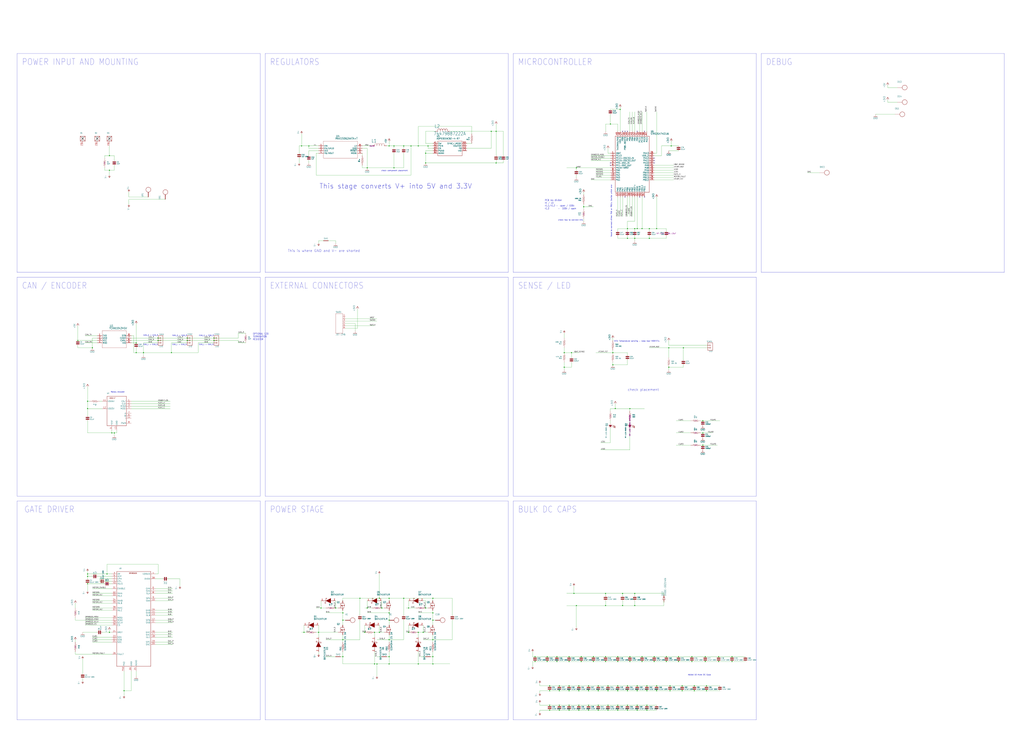
<source format=kicad_sch>
(kicad_sch (version 20250114) (generator "eeschema") (generator_version "9.0")
  (paper "User" 1069.49 771.042)
  (text "check component placement" (at 411.988 178.308 0) (effects (font (size 1.27 1.27))))
  (text "POWER INPUT AND MOUNTING" (at 22.86 68.58 0) (effects (font (size 6.4516 5.4838)) (justify left bottom)))
  (text "CAN_L = CAN_N\n" (at 215.392 359.918 0) (effects (font (size 1.27 1.27))))
  (text "OPTIONAL 120\nTERMINATION\nRESISTOR" (at 264.16 355.6 0) (effects (font (size 1.778 1.5113)) (justify left bottom)))
  (text "Need to connect either PA5 or PB14. Decide which one" (at 638.556 220.218 90) (effects (font (size 1.27 1.27))))
  (text "BULK DC CAPS" (at 541.02 535.94 0) (effects (font (size 6.4516 5.4838)) (justify left bottom)))
  (text "MICROCONTROLLER" (at 541.02 68.58 0) (effects (font (size 6.4516 5.4838)) (justify left bottom)))
  (text "CAN_H = CAN_P" (at 157.48 350.266 0) (effects (font (size 1.27 1.27))))
  (text "POWER STAGE" (at 281.94 535.94 0) (effects (font (size 6.4516 5.4838)) (justify left bottom)))
  (text "GATE DRIVER" (at 25.4 535.94 0) (effects (font (size 6.4516 5.4838)) (justify left bottom)))
  (text "CAN_H = CAN_P" (at 187.706 350.52 0) (effects (font (size 1.27 1.27))))
  (text "Added 10 more DC Caps" (at 730.504 704.85 0) (effects (font (size 1.27 1.27))))
  (text "NTC: Temperature sensing - keep near MOSFETs" (at 664.972 356.362 0) (effects (font (size 1.27 1.27))))
  (text "Rotary encoder\n" (at 122.936 409.448 0) (effects (font (size 1.27 1.27))))
  (text "This is where GND and V- are shorted" (at 338.328 262.128 0) (effects (font (size 2.54 2.54))))
  (text "check how to connect this" (at 595.884 229.87 0) (effects (font (size 1.27 1.27))))
  (text "CAN / ENCODER" (at 22.86 302.26 0) (effects (font (size 6.4516 5.4838)) (justify left bottom)))
  (text "check placement " (at 672.846 407.162 0) (effects (font (size 2.54 2.54))))
  (text "This stage converts V+ into 5V and 3.3V" (at 413.258 194.564 0) (effects (font (size 5.08 5.08) (thickness 0.254) (bold yes))))
  (text "CAN_L = CAN_N\n" (at 157.226 359.918 0) (effects (font (size 1.27 1.27))))
  (text "CAN_H = CAN_P" (at 215.646 350.52 0) (effects (font (size 1.27 1.27))))
  (text "DEBUG" (at 800.1 68.58 0) (effects (font (size 6.4516 5.4838)) (justify left bottom)))
  (text "EXTERNAL CONNECTORS" (at 281.94 302.26 0) (effects (font (size 6.4516 5.4838)) (justify left bottom)))
  (text "PCB rev divider\nHI / LO\nr1.1/r1.2 -  open / 100k\nr1.3        -  100k / open" (at 568.96 208.28 0) (effects (font (size 1.778 1.5113)) (justify left top)))
  (text "REGULATORS" (at 281.94 68.58 0) (effects (font (size 6.4516 5.4838)) (justify left bottom)))
  (text "CAN_L = CAN_N\n" (at 187.452 359.918 0) (effects (font (size 1.27 1.27))))
  (text "SENSE / LED" (at 541.02 302.26 0) (effects (font (size 6.4516 5.4838)) (justify left bottom)))
  (junction (at 675.64 741.68))
  (junction (at 619.76 690.88))
  (junction (at 722.63 685.8))
  (junction (at 764.54 690.88))
  (junction (at 335.28 635))
  (junction (at 452.12 624.84))
  (junction (at 619.76 685.8))
  (junction (at 111.76 599.44))
  (junction (at 358.14 668.02))
  (junction (at 142.24 358.14))
  (junction (at 129.54 721.36))
  (junction (at 406.4 640.08))
  (junction (at 436.88 693.42))
  (junction (at 750.57 685.8))
  (junction (at 624.84 736.6))
  (junction (at 635 721.36))
  (junction (at 699.77 721.36))
  (junction (at 584.2 716.28))
  (junction (at 701.04 152.4))
  (junction (at 398.78 635))
  (junction (at 358.14 647.7))
  (junction (at 411.48 175.26))
  (junction (at 712.47 716.28))
  (junction (at 322.58 152.4))
  (junction (at 678.18 238.76))
  (junction (at 91.44 609.6))
  (junction (at 645.16 721.36))
  (junction (at 452.12 693.42))
  (junction (at 584.2 721.36))
  (junction (at 594.36 685.8))
  (junction (at 675.64 736.6))
  (junction (at 604.52 736.6))
  (junction (at 332.74 660.4))
  (junction (at 624.84 716.28))
  (junction (at 426.72 660.4))
  (junction (at 436.88 152.4))
  (junction (at 657.86 426.72))
  (junction (at 708.66 690.88))
  (junction (at 722.63 690.88))
  (junction (at 421.64 152.4))
  (junction (at 665.48 238.76))
  (junction (at 114.3 162.56))
  (junction (at 165.1 353.06))
  (junction (at 411.48 152.4))
  (junction (at 91.44 419.1))
  (junction (at 640.08 368.3))
  (junction (at 391.16 660.4))
  (junction (at 179.07 368.3))
  (junction (at 558.8 685.8))
  (junction (at 642.62 426.72))
  (junction (at 574.04 721.36))
  (junction (at 589.28 368.3))
  (junction (at 165.1 355.6))
  (junction (at 142.24 368.3))
  (junction (at 195.58 355.6))
  (junction (at 655.32 716.28))
  (junction (at 657.86 685.8))
  (junction (at 604.52 716.28))
  (junction (at 655.32 736.6))
  (junction (at 635 716.28))
  (junction (at 685.8 721.36))
  (junction (at 685.8 238.76))
  (junction (at 713.74 363.22))
  (junction (at 645.16 736.6))
  (junction (at 632.46 685.8))
  (junction (at 314.96 152.4))
  (junction (at 665.48 721.36))
  (junction (at 662.94 238.76))
  (junction (at 601.98 175.26))
  (junction (at 444.5 160.02))
  (junction (at 406.4 668.02))
  (junction (at 624.84 741.68))
  (junction (at 670.56 690.88))
  (junction (at 223.52 355.6))
  (junction (at 675.64 721.36))
  (junction (at 665.48 736.6))
  (junction (at 695.96 690.88))
  (junction (at 317.5 660.4))
  (junction (at 734.06 439.42))
  (junction (at 574.04 716.28))
  (junction (at 695.96 685.8))
  (junction (at 635 741.68))
  (junction (at 607.06 690.88))
  (junction (at 447.04 152.4))
  (junction (at 670.56 238.76))
  (junction (at 650.24 632.46))
  (junction (at 635 736.6))
  (junction (at 444.5 170.18))
  (junction (at 708.66 685.8))
  (junction (at 391.16 693.42))
  (junction (at 645.16 685.8))
  (junction (at 750.57 690.88))
  (junction (at 581.66 685.8))
  (junction (at 589.28 383.54))
  (junction (at 396.24 624.84))
  (junction (at 91.44 599.44))
  (junction (at 614.68 721.36))
  (junction (at 736.6 685.8))
  (junction (at 518.16 137.16))
  (junction (at 444.5 635))
  (junction (at 604.52 721.36))
  (junction (at 734.06 452.12))
  (junction (at 647.7 114.3))
  (junction (at 574.04 736.6))
  (junction (at 406.4 647.7))
  (junction (at 637.54 129.54))
  (junction (at 406.4 693.42))
  (junction (at 670.56 685.8))
  (junction (at 764.54 685.8))
  (junction (at 665.48 741.68))
  (junction (at 452.12 685.8))
  (junction (at 114.3 660.4))
  (junction (at 436.88 660.4))
  (junction (at 383.54 635))
  (junction (at 698.5 363.22))
  (junction (at 655.32 238.76))
  (junction (at 650.24 619.76))
  (junction (at 601.98 632.46))
  (junction (at 662.94 619.76))
  (junction (at 594.36 716.28))
  (junction (at 375.92 624.84))
  (junction (at 640.08 381))
  (junction (at 114.3 177.8))
  (junction (at 452.12 647.7))
  (junction (at 657.86 690.88))
  (junction (at 645.16 690.88))
  (junction (at 426.72 635))
  (junction (at 665.48 716.28))
  (junction (at 195.58 353.06))
  (junction (at 358.14 640.08))
  (junction (at 452.12 668.02))
  (junction (at 624.84 721.36))
  (junction (at 736.6 690.88))
  (junction (at 383.54 175.26))
  (junction (at 149.86 368.3))
  (junction (at 596.9 368.3))
  (junction (at 406.4 685.8))
  (junction (at 584.2 736.6))
  (junction (at 645.16 716.28))
  (junction (at 96.52 363.22))
  (junction (at 632.46 619.76))
  (junction (at 571.5 690.88))
  (junction (at 614.68 736.6))
  (junction (at 725.17 716.28))
  (junction (at 685.8 716.28))
  (junction (at 632.46 690.88))
  (junction (at 604.52 741.68))
  (junction (at 614.68 716.28))
  (junction (at 599.44 619.76))
  (junction (at 594.36 736.6))
  (junction (at 662.94 248.92))
  (junction (at 571.5 685.8))
  (junction (at 675.64 716.28))
  (junction (at 712.47 721.36))
  (junction (at 699.77 716.28))
  (junction (at 607.06 685.8))
  (junction (at 655.32 741.68))
  (junction (at 683.26 685.8))
  (junction (at 223.52 353.06))
  (junction (at 91.44 601.98))
  (junction (at 683.26 690.88))
  (junction (at 734.06 464.82))
  (junction (at 441.96 660.4))
  (junction (at 558.8 690.88))
  (junction (at 698.5 383.54))
  (junction (at 116.84 452.12))
  (junction (at 584.2 741.68))
  (junction (at 350.52 635))
  (junction (at 632.46 632.46))
  (junction (at 574.04 741.68))
  (junction (at 609.6 215.9))
  (junction (at 452.12 640.08))
  (junction (at 737.87 721.36))
  (junction (at 406.4 152.4))
  (junction (at 594.36 721.36))
  (junction (at 645.16 741.68))
  (junction (at 594.36 741.68))
  (junction (at 737.87 716.28))
  (junction (at 678.18 248.92))
  (junction (at 513.08 137.16))
  (junction (at 581.66 690.88))
  (junction (at 91.44 426.72))
  (junction (at 358.14 685.8))
  (junction (at 119.38 452.12))
  (junction (at 614.68 741.68))
  (junction (at 655.32 721.36))
  (junction (at 81.28 355.6))
  (junction (at 655.32 248.92))
  (junction (at 662.94 632.46))
  (junction (at 594.36 690.88))
  (junction (at 725.17 721.36))
  (junction (at 406.4 624.84))
  (junction (at 429.26 152.4))
  (junction (at 518.16 170.18))
  (junction (at 393.7 693.42))
  (junction (at 381 660.4))
  (junction (at 421.64 624.84))
  (junction (at 396.24 660.4))
  (no_connect (at 673.1 205.74))
  (no_connect (at 652.78 137.16))
  (no_connect (at 652.78 205.74))
  (no_connect (at 673.1 137.16))
  (no_connect (at 668.02 205.74))
  (no_connect (at 637.54 172.72))
  (no_connect (at 665.48 137.16))
  (no_connect (at 650.24 137.16))
  (no_connect (at 637.54 170.18))
  (no_connect (at 683.26 170.18))
  (no_connect (at 655.32 137.16))
  (no_connect (at 683.26 167.64))
  (no_connect (at 683.26 165.1))
  (wire (pts (xy 731.52 452.12) (xy 734.06 452.12)) (stroke (width 0.1524)))
  (wire (pts (xy 116.84 452.12) (xy 119.38 452.12)) (stroke (width 0.1524)))
  (wire (pts (xy 737.87 716.28) (xy 751.84 716.28)))
  (wire (pts (xy 91.44 426.72) (xy 91.44 434.34)) (stroke (width 0.1524)))
  (wire (pts (xy 619.76 685.8) (xy 632.46 685.8)) (stroke (width 0.1524)))
  (wire (pts (xy 406.4 668.02) (xy 393.7 668.02)) (stroke (width 0.1524)))
  (wire (pts (xy 469.9 137.16) (xy 513.08 137.16)) (stroke (width 0.1524)))
  (wire (pts (xy 665.48 736.6) (xy 675.64 736.6)) (stroke (width 0.1524)))
  (wire (pts (xy 650.24 632.46) (xy 662.94 632.46)) (stroke (width 0.1524)))
  (polyline (pts (xy 276.86 518.16) (xy 276.86 289.56)) (stroke (width 0.1524) (type solid)))
  (wire (pts (xy 452.12 685.8) (xy 449.58 685.8)) (stroke (width 0.1524)))
  (wire (pts (xy 91.44 419.1) (xy 93.98 419.1)) (stroke (width 0.1524)))
  (wire (pts (xy 78.74 635) (xy 78.74 629.92)) (stroke (width 0.1524)))
  (wire (pts (xy 322.58 154.94) (xy 322.58 152.4)) (stroke (width 0.1524)))
  (wire (pts (xy 332.74 154.94) (xy 322.58 154.94)) (stroke (width 0.1524)))
  (polyline (pts (xy 17.78 518.16) (xy 271.78 518.16)) (stroke (width 0.1524) (type solid)))
  (wire (pts (xy 657.86 685.8) (xy 670.56 685.8)) (stroke (width 0.1524)))
  (wire (pts (xy 472.44 624.84) (xy 472.44 642.62)) (stroke (width 0.1524)))
  (wire (pts (xy 101.6 660.4) (xy 86.36 660.4)) (stroke (width 0.1524)))
  (wire (pts (xy 589.28 368.3) (xy 589.28 363.22)) (stroke (width 0.1524)))
  (wire (pts (xy 78.74 647.7) (xy 116.84 647.7)) (stroke (width 0.1524)))
  (wire (pts (xy 137.16 424.18) (xy 177.8 424.18)) (stroke (width 0.1524)))
  (wire (pts (xy 571.5 690.88) (xy 581.66 690.88)) (stroke (width 0.1524)))
  (wire (pts (xy 452.12 668.02) (xy 452.12 670.56)) (stroke (width 0.1524)))
  (wire (pts (xy 685.8 238.76) (xy 695.96 238.76)) (stroke (width 0.1524)))
  (wire (pts (xy 175.26 604.52) (xy 187.96 604.52)) (stroke (width 0.1524)))
  (wire (pts (xy 596.9 373.38) (xy 596.9 368.3)) (stroke (width 0.1524)))
  (wire (pts (xy 647.7 114.3) (xy 637.54 114.3)) (stroke (width 0.1524)))
  (polyline (pts (xy 17.78 55.88) (xy 271.78 55.88)) (stroke (width 0.1524) (type solid)))
  (wire (pts (xy 86.36 711.2) (xy 86.36 708.66)) (stroke (width 0.1524)))
  (wire (pts (xy 660.4 205.74) (xy 660.4 226.06)) (stroke (width 0.1524)))
  (wire (pts (xy 165.1 353.06) (xy 195.58 353.06)) (stroke (width 0.1524)))
  (polyline (pts (xy 276.86 523.24) (xy 530.86 523.24)) (stroke (width 0.1524) (type solid)))
  (wire (pts (xy 635 160.02) (xy 637.54 160.02)) (stroke (width 0.1524)))
  (wire (pts (xy 358.14 685.8) (xy 358.14 693.42)) (stroke (width 0.1524)))
  (wire (pts (xy 322.58 167.64) (xy 322.58 170.18)) (stroke (width 0.1524)))
  (wire (pts (xy 927.1 106.68) (xy 937.26 106.68)) (stroke (width 0.1524)))
  (wire (pts (xy 129.54 721.36) (xy 129.54 701.04)) (stroke (width 0.1524)))
  (wire (pts (xy 137.16 355.6) (xy 165.1 355.6)) (stroke (width 0.1524)))
  (wire (pts (xy 358.14 680.72) (xy 358.14 685.8)) (stroke (width 0.1524)))
  (wire (pts (xy 655.32 205.74) (xy 655.32 226.06)) (stroke (width 0.1524)))
  (wire (pts (xy 116.84 614.68) (xy 96.52 614.68)) (stroke (width 0.1524)))
  (wire (pts (xy 645.16 248.92) (xy 655.32 248.92)) (stroke (width 0.1524)))
  (wire (pts (xy 518.16 170.18) (xy 525.78 170.18)) (stroke (width 0.1524)))
  (wire (pts (xy 637.54 426.72) (xy 637.54 429.26)) (stroke (width 0.1524)))
  (polyline (pts (xy 271.78 518.16) (xy 271.78 289.56)) (stroke (width 0.1524) (type solid)))
  (wire (pts (xy 375.92 624.84) (xy 375.92 642.62)) (stroke (width 0.1524)))
  (wire (pts (xy 675.64 741.68) (xy 685.8 741.68)) (stroke (width 0.1524)))
  (wire (pts (xy 391.16 693.42) (xy 393.7 693.42)) (stroke (width 0.1524)))
  (wire (pts (xy 645.16 129.54) (xy 637.54 129.54)) (stroke (width 0.1524)))
  (wire (pts (xy 764.54 690.88) (xy 778.51 690.88)))
  (wire (pts (xy 406.4 685.8) (xy 403.86 685.8)) (stroke (width 0.1524)))
  (wire (pts (xy 698.5 363.22) (xy 678.18 363.22)) (stroke (width 0.1524)))
  (wire (pts (xy 657.86 205.74) (xy 657.86 226.06)) (stroke (width 0.1524)))
  (wire (pts (xy 712.47 716.28) (xy 725.17 716.28)))
  (wire (pts (xy 149.86 368.3) (xy 179.07 368.3)) (stroke (width 0.1524)))
  (wire (pts (xy 109.22 162.56) (xy 109.22 165.1)) (stroke (width 0.1524)))
  (wire (pts (xy 454.66 137.16) (xy 444.5 137.16)) (stroke (width 0.1524)))
  (wire (pts (xy 594.36 716.28) (xy 604.52 716.28)) (stroke (width 0.1524)))
  (wire (pts (xy 695.96 685.8) (xy 708.66 685.8)) (stroke (width 0.1524)))
  (wire (pts (xy 645.16 246.38) (xy 645.16 248.92)) (stroke (width 0.1524)))
  (wire (pts (xy 706.12 452.12) (xy 721.36 452.12)) (stroke (width 0.1524)))
  (wire (pts (xy 927.1 91.44) (xy 937.26 91.44)) (stroke (width 0.1524)))
  (wire (pts (xy 492.76 149.86) (xy 487.68 149.86)) (stroke (width 0.1524)))
  (wire (pts (xy 383.54 175.26) (xy 411.48 175.26)) (stroke (width 0.1524)))
  (polyline (pts (xy 17.78 284.48) (xy 17.78 55.88)) (stroke (width 0.1524) (type solid)))
  (wire (pts (xy 114.3 162.56) (xy 119.38 162.56)) (stroke (width 0.1524)))
  (wire (pts (xy 350.52 627.38) (xy 350.52 635)) (stroke (width 0.1524)))
  (wire (pts (xy 698.5 360.68) (xy 739.14 360.68)) (stroke (width 0.1524)))
  (wire (pts (xy 426.72 635) (xy 424.18 635)) (stroke (width 0.1524)))
  (wire (pts (xy 116.84 604.52) (xy 104.14 604.52)) (stroke (width 0.1524)))
  (wire (pts (xy 332.74 251.46) (xy 337.82 251.46)) (stroke (width 0.1524)))
  (wire (pts (xy 713.74 383.54) (xy 713.74 381)) (stroke (width 0.1524)))
  (wire (pts (xy 670.56 685.8) (xy 683.26 685.8)) (stroke (width 0.1524)))
  (wire (pts (xy 142.24 358.14) (xy 142.24 337.82)) (stroke (width 0.1524)))
  (wire (pts (xy 116.84 668.02) (xy 96.52 668.02)) (stroke (width 0.1524)))
  (wire (pts (xy 614.68 736.6) (xy 624.84 736.6)) (stroke (width 0.1524)))
  (wire (pts (xy 142.24 701.04) (xy 142.24 706.12)) (stroke (width 0.1524)))
  (polyline (pts (xy 276.86 751.84) (xy 276.86 523.24)) (stroke (width 0.1524) (type solid)))
  (wire (pts (xy 393.7 706.12) (xy 393.7 693.42)) (stroke (width 0.1524)))
  (wire (pts (xy 378.46 160.02) (xy 378.46 162.56)) (stroke (width 0.1524)))
  (polyline (pts (xy 789.94 518.16) (xy 789.94 289.56)) (stroke (width 0.1524) (type solid)))
  (wire (pts (xy 584.2 741.68) (xy 594.36 741.68)) (stroke (width 0.1524)))
  (wire (pts (xy 736.6 690.88) (xy 750.57 690.88)))
  (wire (pts (xy 317.5 652.78) (xy 317.5 660.4)) (stroke (width 0.1524)))
  (wire (pts (xy 381 660.4) (xy 378.46 660.4)) (stroke (width 0.1524)))
  (wire (pts (xy 330.2 660.4) (xy 332.74 660.4)) (stroke (width 0.1524)))
  (wire (pts (xy 360.68 342.9) (xy 373.38 342.9)) (stroke (width 0.1524)))
  (wire (pts (xy 396.24 624.84) (xy 396.24 599.44)) (stroke (width 0.1524)))
  (wire (pts (xy 332.74 652.78) (xy 332.74 660.4)) (stroke (width 0.1524)))
  (wire (pts (xy 637.54 175.26) (xy 601.98 175.26)) (stroke (width 0.1524)))
  (wire (pts (xy 574.04 736.6) (xy 584.2 736.6)) (stroke (width 0.1524)))
  (wire (pts (xy 137.16 419.1) (xy 177.8 419.1)) (stroke (width 0.1524)))
  (wire (pts (xy 179.07 368.3) (xy 179.07 358.14)) (stroke (width 0.1524)))
  (wire (pts (xy 119.38 452.12) (xy 121.92 452.12)) (stroke (width 0.1524)))
  (wire (pts (xy 434.34 635) (xy 426.72 635)) (stroke (width 0.1524)))
  (wire (pts (xy 452.12 624.84) (xy 452.12 627.38)) (stroke (width 0.1524)))
  (polyline (pts (xy 530.86 523.24) (xy 530.86 751.84)) (stroke (width 0.1524) (type solid)))
  (wire (pts (xy 655.32 368.3) (xy 655.32 370.84)) (stroke (width 0.1524)))
  (wire (pts (xy 111.76 589.28) (xy 165.1 589.28)) (stroke (width 0.1524)))
  (wire (pts (xy 452.12 624.84) (xy 472.44 624.84)) (stroke (width 0.1524)))
  (wire (pts (xy 436.88 132.08) (xy 492.76 132.08)) (stroke (width 0.1524)))
  (wire (pts (xy 492.76 132.08) (xy 492.76 139.7)) (stroke (width 0.1524)))
  (wire (pts (xy 645.16 137.16) (xy 645.16 129.54)) (stroke (width 0.1524)))
  (wire (pts (xy 396.24 660.4) (xy 401.32 660.4)) (stroke (width 0.1524)))
  (wire (pts (xy 116.84 635) (xy 96.52 635)) (stroke (width 0.1524)))
  (wire (pts (xy 441.96 627.38) (xy 444.5 627.38)) (stroke (width 0.1524)))
  (wire (pts (xy 601.98 177.8) (xy 601.98 175.26)) (stroke (width 0.1524)))
  (wire (pts (xy 737.87 721.36) (xy 751.84 721.36)))
  (wire (pts (xy 698.5 373.38) (xy 698.5 363.22)) (stroke (width 0.1524)))
  (wire (pts (xy 137.16 701.04) (xy 137.16 721.36)) (stroke (width 0.1524)))
  (wire (pts (xy 447.04 154.94) (xy 447.04 152.4)) (stroke (width 0.1524)))
  (wire (pts (xy 683.26 187.96) (xy 703.58 187.96)) (stroke (width 0.1524)))
  (wire (pts (xy 678.18 248.92) (xy 695.96 248.92)) (stroke (width 0.1524)))
  (wire (pts (xy 678.18 238.76) (xy 678.18 241.3)) (stroke (width 0.1524)))
  (wire (pts (xy 609.6 228.6) (xy 609.6 231.14)) (stroke (width 0.1524)))
  (wire (pts (xy 701.04 152.4) (xy 701.04 147.32)) (stroke (width 0.1524)))
  (wire (pts (xy 162.56 627.38) (xy 180.34 627.38)) (stroke (width 0.1524)))
  (wire (pts (xy 383.54 635) (xy 381 635)) (stroke (width 0.1524)))
  (wire (pts (xy 406.4 637.54) (xy 406.4 640.08)) (stroke (width 0.1524)))
  (wire (pts (xy 81.28 363.22) (xy 96.52 363.22)) (stroke (width 0.1524)))
  (wire (pts (xy 396.24 624.84) (xy 406.4 624.84)) (stroke (width 0.1524)))
  (wire (pts (xy 734.06 464.82) (xy 749.3 464.82)) (stroke (width 0.1524)))
  (wire (pts (xy 116.84 607.06) (xy 109.22 607.06)) (stroke (width 0.1524)))
  (wire (pts (xy 403.86 152.4) (xy 406.4 152.4)) (stroke (width 0.1524)))
  (polyline (pts (xy 535.94 751.84) (xy 789.94 751.84)) (stroke (width 0.1524) (type solid)))
  (wire (pts (xy 637.54 119.38) (xy 637.54 129.54)) (stroke (width 0.1524)))
  (wire (pts (xy 645.16 716.28) (xy 655.32 716.28)) (stroke (width 0.1524)))
  (wire (pts (xy 632.46 632.46) (xy 650.24 632.46)) (stroke (width 0.1524)))
  (wire (pts (xy 589.28 353.06) (xy 589.28 347.98)) (stroke (width 0.1524)))
  (polyline (pts (xy 271.78 284.48) (xy 17.78 284.48)) (stroke (width 0.1524) (type solid)))
  (wire (pts (xy 317.5 660.4) (xy 314.96 660.4)) (stroke (width 0.1524)))
  (wire (pts (xy 378.46 175.26) (xy 383.54 175.26)) (stroke (width 0.1524)))
  (wire (pts (xy 513.08 154.94) (xy 513.08 137.16)) (stroke (width 0.1524)))
  (wire (pts (xy 391.16 340.36) (xy 360.68 340.36)) (stroke (width 0.1524)))
  (wire (pts (xy 139.7 350.52) (xy 139.7 368.3)) (stroke (width 0.1524)))
  (wire (pts (xy 609.6 215.9) (xy 619.76 215.9)) (stroke (width 0.1524)))
  (wire (pts (xy 665.48 741.68) (xy 675.64 741.68)) (stroke (width 0.1524)))
  (wire (pts (xy 635 736.6) (xy 645.16 736.6)) (stroke (width 0.1524)))
  (wire (pts (xy 657.86 469.9) (xy 627.38 469.9)) (stroke (width 0.1524)))
  (wire (pts (xy 109.22 175.26) (xy 109.22 177.8)) (stroke (width 0.1524)))
  (wire (pts (xy 619.76 690.88) (xy 632.46 690.88)) (stroke (width 0.1524)))
  (polyline (pts (xy 535.94 518.16) (xy 789.94 518.16)) (stroke (width 0.1524) (type solid)))
  (wire (pts (xy 591.82 632.46) (xy 601.98 632.46)) (stroke (width 0.1524)))
  (wire (pts (xy 436.88 680.72) (xy 436.88 693.42)) (stroke (width 0.1524)))
  (wire (pts (xy 411.48 152.4) (xy 411.48 154.94)) (stroke (width 0.1524)))
  (wire (pts (xy 358.14 693.42) (xy 391.16 693.42)) (stroke (width 0.1524)))
  (wire (pts (xy 406.4 693.42) (xy 406.4 685.8)) (stroke (width 0.1524)))
  (wire (pts (xy 444.5 170.18) (xy 518.16 170.18)) (stroke (width 0.1524)))
  (wire (pts (xy 91.44 599.44) (xy 91.44 596.9)) (stroke (width 0.1524)))
  (wire (pts (xy 764.54 685.8) (xy 778.51 685.8)) (stroke (width 0.1524)))
  (wire (pts (xy 708.66 690.88) (xy 722.63 690.88)))
  (wire (pts (xy 116.84 645.16) (xy 88.9 645.16)) (stroke (width 0.1524)))
  (polyline (pts (xy 530.86 55.88) (xy 530.86 284.48)) (stroke (width 0.1524) (type solid)))
  (polyline (pts (xy 17.78 751.84) (xy 17.78 523.24)) (stroke (width 0.1524) (type solid)))
  (wire (pts (xy 149.86 358.14) (xy 165.1 358.14)) (stroke (width 0.1524)))
  (wire (pts (xy 685.8 716.28) (xy 699.77 716.28)))
  (wire (pts (xy 657.86 426.72) (xy 673.1 426.72)) (stroke (width 0.1524)))
  (polyline (pts (xy 789.94 751.84) (xy 789.94 523.24)) (stroke (width 0.1524) (type solid)))
  (wire (pts (xy 662.94 632.46) (xy 693.42 632.46)) (stroke (width 0.1524)))
  (wire (pts (xy 624.84 716.28) (xy 635 716.28)) (stroke (width 0.1524)))
  (wire (pts (xy 187.96 604.52) (xy 187.96 612.14)) (stroke (width 0.1524)))
  (wire (pts (xy 695.96 238.76) (xy 695.96 241.3)) (stroke (width 0.1524)))
  (wire (pts (xy 358.14 627.38) (xy 358.14 624.84)) (stroke (width 0.1524)))
  (wire (pts (xy 657.86 447.04) (xy 657.86 469.9)) (stroke (width 0.1524)))
  (wire (pts (xy 91.44 426.72) (xy 106.68 426.72)) (stroke (width 0.1524)))
  (wire (pts (xy 358.14 640.08) (xy 358.14 647.7)) (stroke (width 0.1524)))
  (wire (pts (xy 388.62 635) (xy 383.54 635)) (stroke (width 0.1524)))
  (wire (pts (xy 601.98 175.26) (xy 591.82 175.26)) (stroke (width 0.1524)))
  (wire (pts (xy 391.16 665.48) (xy 391.16 660.4)) (stroke (width 0.1524)))
  (wire (pts (xy 563.88 713.74) (xy 563.88 716.28)) (stroke (width 0.1524)))
  (wire (pts (xy 358.14 637.54) (xy 358.14 640.08)) (stroke (width 0.1524)))
  (wire (pts (xy 436.88 152.4) (xy 436.88 132.08)) (stroke (width 0.1524)))
  (wire (pts (xy 426.72 652.78) (xy 426.72 660.4)) (stroke (width 0.1524)))
  (wire (pts (xy 391.16 680.72) (xy 391.16 693.42)) (stroke (width 0.1524)))
  (wire (pts (xy 375.92 624.84) (xy 396.24 624.84)) (stroke (width 0.1524)))
  (wire (pts (xy 657.86 439.42) (xy 657.86 441.96)) (stroke (width 0.1524)))
  (polyline (pts (xy 17.78 289.56) (xy 17.78 518.16)) (stroke (width 0.1524) (type solid)))
  (wire (pts (xy 114.3 182.88) (xy 114.3 177.8)) (stroke (width 0.1524)))
  (wire (pts (xy 426.72 660.4) (xy 424.18 660.4)) (stroke (width 0.1524)))
  (wire (pts (xy 665.48 721.36) (xy 675.64 721.36)) (stroke (width 0.1524)))
  (wire (pts (xy 429.26 182.88) (xy 330.2 182.88)) (stroke (width 0.1524)))
  (wire (pts (xy 375.92 668.02) (xy 358.14 668.02)) (stroke (width 0.1524)))
  (polyline (pts (xy 276.86 289.56) (xy 530.86 289.56)) (stroke (width 0.1524) (type solid)))
  (wire (pts (xy 655.32 231.14) (xy 655.32 238.76)) (stroke (width 0.1524)))
  (wire (pts (xy 106.68 660.4) (xy 114.3 660.4)) (stroke (width 0.1524)))
  (wire (pts (xy 162.56 619.76) (xy 180.34 619.76)) (stroke (width 0.1524)))
  (wire (pts (xy 645.16 690.88) (xy 657.86 690.88)) (stroke (width 0.1524)))
  (wire (pts (xy 121.92 452.12) (xy 121.92 449.58)) (stroke (width 0.1524)))
  (wire (pts (xy 314.96 152.4) (xy 312.42 152.4)) (stroke (width 0.1524)))
  (polyline (pts (xy 795.02 284.48) (xy 795.02 55.88)) (stroke (width 0.1524) (type solid)))
  (wire (pts (xy 116.84 449.58) (xy 116.84 452.12)) (stroke (width 0.1524)))
  (wire (pts (xy 421.64 175.26) (xy 421.64 160.02)) (stroke (width 0.1524)))
  (wire (pts (xy 91.44 601.98) (xy 91.44 604.52)) (stroke (width 0.1524)))
  (wire (pts (xy 731.52 439.42) (xy 734.06 439.42)) (stroke (width 0.1524)))
  (wire (pts (xy 640.08 368.3) (xy 655.32 368.3)) (stroke (width 0.1524)))
  (wire (pts (xy 693.42 619.76) (xy 693.42 622.3)) (stroke (width 0.1524)))
  (wire (pts (xy 657.86 426.72) (xy 657.86 429.26)) (stroke (width 0.1524)))
  (wire (pts (xy 683.26 185.42) (xy 703.58 185.42)) (stroke (width 0.1524)))
  (wire (pts (xy 383.54 627.38) (xy 383.54 635)) (stroke (width 0.1524)))
  (wire (pts (xy 698.5 383.54) (xy 698.5 386.08)) (stroke (width 0.1524)))
  (wire (pts (xy 690.88 162.56) (xy 683.26 162.56)) (stroke (width 0.1524)))
  (wire (pts (xy 370.84 337.82) (xy 370.84 345.44)) (stroke (width 0.1524)))
  (wire (pts (xy 406.4 147.32) (xy 406.4 152.4)) (stroke (width 0.1524)))
  (wire (pts (xy 662.94 205.74) (xy 662.94 231.14)) (stroke (width 0.1524)))
  (wire (pts (xy 655.32 721.36) (xy 665.48 721.36)) (stroke (width 0.1524)))
  (wire (pts (xy 452.12 685.8) (xy 452.12 680.72)) (stroke (width 0.1524)))
  (wire (pts (xy 655.32 246.38) (xy 655.32 248.92)) (stroke (width 0.1524)))
  (wire (pts (xy 698.5 363.22) (xy 713.74 363.22)) (stroke (width 0.1524)))
  (wire (pts (xy 101.6 350.52) (xy 88.9 350.52)) (stroke (width 0.1524)))
  (wire (pts (xy 698.5 383.54) (xy 713.74 383.54)) (stroke (width 0.1524)))
  (wire (pts (xy 358.14 647.7) (xy 358.14 652.78)) (stroke (width 0.1524)))
  (wire (pts (xy 119.38 452.12) (xy 119.38 454.66)) (stroke (width 0.1524)))
  (wire (pts (xy 594.36 736.6) (xy 604.52 736.6)) (stroke (width 0.1524)))
  (wire (pts (xy 320.04 660.4) (xy 317.5 660.4)) (stroke (width 0.1524)))
  (wire (pts (xy 637.54 439.42) (xy 637.54 441.96)) (stroke (width 0.1524)))
  (wire (pts (xy 149.86 368.3) (xy 149.86 370.84)) (stroke (width 0.1524)))
  (wire (pts (xy 699.77 721.36) (xy 712.47 721.36)))
  (wire (pts (xy 604.52 741.68) (xy 614.68 741.68)) (stroke (width 0.1524)))
  (wire (pts (xy 91.44 439.42) (xy 91.44 452.12)) (stroke (width 0.1524)))
  (wire (pts (xy 165.1 589.28) (xy 165.1 599.44)) (stroke (width 0.1524)))
  (wire (pts (xy 662.94 619.76) (xy 693.42 619.76)) (stroke (width 0.1524)))
  (wire (pts (xy 645.16 736.6) (xy 655.32 736.6)) (stroke (width 0.1524)))
  (wire (pts (xy 640.08 365.76) (xy 640.08 368.3)) (stroke (width 0.1524)))
  (wire (pts (xy 452.12 647.7) (xy 452.12 652.78)) (stroke (width 0.1524)))
  (wire (pts (xy 685.8 721.36) (xy 699.77 721.36)))
  (wire (pts (xy 398.78 635) (xy 401.32 635)) (stroke (width 0.1524)))
  (wire (pts (xy 312.42 165.1) (xy 312.42 170.18)) (stroke (width 0.1524)))
  (wire (pts (xy 589.28 368.3) (xy 596.9 368.3)) (stroke (width 0.1524)))
  (wire (pts (xy 373.38 322.58) (xy 373.38 342.9)) (stroke (width 0.1524)))
  (wire (pts (xy 378.46 154.94) (xy 383.54 154.94)) (stroke (width 0.1524)))
  (wire (pts (xy 708.66 685.8) (xy 722.63 685.8)) (stroke (width 0.1524)))
  (wire (pts (xy 248.92 347.98) (xy 256.54 347.98)) (stroke (width 0.1524)))
  (wire (pts (xy 358.14 668.02) (xy 340.36 668.02)) (stroke (width 0.1524)))
  (wire (pts (xy 411.48 175.26) (xy 421.64 175.26)) (stroke (width 0.1524)))
  (polyline (pts (xy 789.94 523.24) (xy 535.94 523.24)) (stroke (width 0.1524) (type solid)))
  (wire (pts (xy 406.4 640.08) (xy 406.4 647.7)) (stroke (width 0.1524)))
  (polyline (pts (xy 530.86 289.56) (xy 530.86 518.16)) (stroke (width 0.1524) (type solid)))
  (wire (pts (xy 675.64 137.16) (xy 675.64 116.84)) (stroke (width 0.1524)))
  (wire (pts (xy 350.52 251.46) (xy 342.9 251.46)) (stroke (width 0.1524)))
  (wire (pts (xy 114.3 162.56) (xy 109.22 162.56)) (stroke (width 0.1524)))
  (wire (pts (xy 116.84 670.56) (xy 96.52 670.56)) (stroke (width 0.1524)))
  (wire (pts (xy 635 741.68) (xy 645.16 741.68)) (stroke (width 0.1524)))
  (wire (pts (xy 444.5 149.86) (xy 452.12 149.86)) (stroke (width 0.1524)))
  (wire (pts (xy 393.7 335.28) (xy 360.68 335.28)) (stroke (width 0.1524)))
  (wire (pts (xy 472.44 668.02) (xy 452.12 668.02)) (stroke (width 0.1524)))
  (polyline (pts (xy 1049.02 284.48) (xy 795.02 284.48)) (stroke (width 0.1524) (type solid)))
  (wire (pts (xy 406.4 668.02) (xy 406.4 670.56)) (stroke (width 0.1524)))
  (wire (pts (xy 635 721.36) (xy 645.16 721.36)) (stroke (width 0.1524)))
  (wire (pts (xy 690.88 162.56) (xy 690.88 152.4)) (stroke (width 0.1524)))
  (wire (pts (xy 589.28 383.54) (xy 589.28 378.46)) (stroke (width 0.1524)))
  (wire (pts (xy 518.16 170.18) (xy 518.16 167.64)) (stroke (width 0.1524)))
  (wire (pts (xy 637.54 177.8) (xy 622.3 177.8)) (stroke (width 0.1524)))
  (wire (pts (xy 632.46 619.76) (xy 632.46 622.3)) (stroke (width 0.1524)))
  (wire (pts (xy 750.57 685.8) (xy 764.54 685.8)) (stroke (width 0.1524)))
  (wire (pts (xy 223.52 353.06) (xy 248.92 353.06)) (stroke (width 0.1524)))
  (wire (pts (xy 421.64 668.02) (xy 406.4 668.02)) (stroke (width 0.1524)))
  (wire (pts (xy 607.06 685.8) (xy 619.76 685.8)) (stroke (width 0.1524)))
  (wire (pts (xy 518.16 162.56) (xy 518.16 137.16)) (stroke (width 0.1524)))
  (wire (pts (xy 525.78 137.16) (xy 525.78 162.56)) (stroke (width 0.1524)))
  (wire (pts (xy 556.26 695.96) (xy 556.26 690.88)) (stroke (width 0.1524)))
  (wire (pts (xy 683.26 175.26) (xy 703.58 175.26)) (stroke (width 0.1524)))
  (wire (pts (xy 637.54 447.04) (xy 637.54 462.28)) (stroke (width 0.1524)))
  (wire (pts (xy 101.6 601.98) (xy 116.84 601.98)) (stroke (width 0.1524)))
  (wire (pts (xy 647.7 205.74) (xy 647.7 226.06)) (stroke (width 0.1524)))
  (wire (pts (xy 116.84 683.26) (xy 78.74 683.26)) (stroke (width 0.1524)))
  (wire (pts (xy 693.42 632.46) (xy 693.42 627.38)) (stroke (width 0.1524)))
  (wire (pts (xy 604.52 721.36) (xy 614.68 721.36)) (stroke (width 0.1524)))
  (wire (pts (xy 398.78 685.8) (xy 393.7 685.8)) (stroke (width 0.1524)))
  (wire (pts (xy 637.54 167.64) (xy 617.22 167.64)) (stroke (width 0.1524)))
  (wire (pts (xy 655.32 716.28) (xy 665.48 716.28)) (stroke (width 0.1524)))
  (wire (pts (xy 647.7 111.76) (xy 647.7 114.3)) (stroke (width 0.1524)))
  (wire (pts (xy 248.92 358.14) (xy 256.54 358.14)) (stroke (width 0.1524)))
  (wire (pts (xy 370.84 337.82) (xy 360.68 337.82)) (stroke (width 0.1524)))
  (wire (pts (xy 594.36 690.88) (xy 607.06 690.88)) (stroke (width 0.1524)))
  (wire (pts (xy 655.32 238.76) (xy 655.32 241.3)) (stroke (width 0.1524)))
  (wire (pts (xy 436.88 665.48) (xy 436.88 660.4)) (stroke (width 0.1524)))
  (wire (pts (xy 78.74 683.26) (xy 78.74 680.72)) (stroke (width 0.1524)))
  (wire (pts (xy 558.8 690.88) (xy 571.5 690.88)) (stroke (width 0.1524)))
  (wire (pts (xy 137.16 353.06) (xy 165.1 353.06)) (stroke (width 0.1524)))
  (wire (pts (xy 134.62 208.28) (xy 172.72 208.28)) (stroke (width 0.1524)))
  (polyline (pts (xy 789.94 284.48) (xy 535.94 284.48)) (stroke (width 0.1524) (type solid)))
  (wire (pts (xy 518.16 137.16) (xy 525.78 137.16)) (stroke (width 0.1524)))
  (wire (pts (xy 574.04 741.68) (xy 584.2 741.68)) (stroke (width 0.1524)))
  (wire (pts (xy 421.64 152.4) (xy 429.26 152.4)) (stroke (width 0.1524)))
  (wire (pts (xy 406.4 624.84) (xy 406.4 627.38)) (stroke (width 0.1524)))
  (wire (pts (xy 665.48 205.74) (xy 665.48 238.76)) (stroke (width 0.1524)))
  (wire (pts (xy 637.54 129.54) (xy 632.46 129.54)) (stroke (width 0.1524)))
  (wire (pts (xy 134.62 205.74) (xy 134.62 200.66)) (stroke (width 0.1524)))
  (wire (pts (xy 358.14 640.08) (xy 340.36 640.08)) (stroke (width 0.1524)))
  (wire (pts (xy 563.88 734.06) (xy 563.88 736.6)) (stroke (width 0.1524)))
  (wire (pts (xy 426.72 627.38) (xy 426.72 635)) (stroke (width 0.1524)))
  (wire (pts (xy 444.5 157.48) (xy 444.5 160.02)) (stroke (width 0.1524)))
  (wire (pts (xy 683.26 172.72) (xy 703.58 172.72)) (stroke (width 0.1524)))
  (wire (pts (xy 444.5 685.8) (xy 439.42 685.8)) (stroke (width 0.1524)))
  (wire (pts (xy 594.36 721.36) (xy 604.52 721.36)) (stroke (width 0.1524)))
  (wire (pts (xy 632.46 690.88) (xy 645.16 690.88)) (stroke (width 0.1524)))
  (wire (pts (xy 581.66 685.8) (xy 594.36 685.8)) (stroke (width 0.1524)))
  (wire (pts (xy 927.1 88.9) (xy 927.1 91.44)) (stroke (width 0.1524)))
  (wire (pts (xy 335.28 635) (xy 330.2 635)) (stroke (width 0.1524)))
  (wire (pts (xy 563.88 741.68) (xy 574.04 741.68)) (stroke (width 0.1524)))
  (wire (pts (xy 91.44 617.22) (xy 91.44 609.6)) (stroke (width 0.1524)))
  (wire (pts (xy 109.22 609.6) (xy 91.44 609.6)) (stroke (width 0.1524)))
  (wire (pts (xy 584.2 736.6) (xy 594.36 736.6)) (stroke (width 0.1524)))
  (wire (pts (xy 142.24 368.3) (xy 149.86 368.3)) (stroke (width 0.1524)))
  (wire (pts (xy 668.02 137.16) (xy 668.02 116.84)) (stroke (width 0.1524)))
  (wire (pts (xy 563.88 744.22) (xy 563.88 741.68)) (stroke (width 0.1524)))
  (wire (pts (xy 165.1 599.44) (xy 162.56 599.44)) (stroke (width 0.1524)))
  (wire (pts (xy 165.1 355.6) (xy 195.58 355.6)) (stroke (width 0.1524)))
  (wire (pts (xy 604.52 736.6) (xy 614.68 736.6)) (stroke (width 0.1524)))
  (wire (pts (xy 574.04 716.28) (xy 584.2 716.28)) (stroke (width 0.1524)))
  (wire (pts (xy 375.92 647.7) (xy 375.92 668.02)) (stroke (width 0.1524)))
  (polyline (pts (xy 789.94 55.88) (xy 789.94 284.48)) (stroke (width 0.1524) (type solid)))
  (wire (pts (xy 571.5 685.8) (xy 581.66 685.8)) (stroke (width 0.1524)))
  (polyline (pts (xy 276.86 55.88) (xy 530.86 55.88)) (stroke (width 0.1524) (type solid)))
  (wire (pts (xy 624.84 721.36) (xy 635 721.36)) (stroke (width 0.1524)))
  (wire (pts (xy 444.5 635) (xy 447.04 635)) (stroke (width 0.1524)))
  (polyline (pts (xy 795.02 55.88) (xy 1049.02 55.88)) (stroke (width 0.1524) (type solid)))
  (wire (pts (xy 685.8 238.76) (xy 685.8 205.74)) (stroke (width 0.1524)))
  (wire (pts (xy 637.54 187.96) (xy 617.22 187.96)) (stroke (width 0.1524)))
  (wire (pts (xy 640.08 368.3) (xy 622.3 368.3)) (stroke (width 0.1524)))
  (wire (pts (xy 640.08 381) (xy 640.08 378.46)) (stroke (width 0.1524)))
  (wire (pts (xy 429.26 152.4) (xy 436.88 152.4)) (stroke (width 0.1524)))
  (wire (pts (xy 645.16 238.76) (xy 655.32 238.76)) (stroke (width 0.1524)))
  (wire (pts (xy 599.44 619.76) (xy 632.46 619.76)) (stroke (width 0.1524)))
  (wire (pts (xy 116.84 629.92) (xy 96.52 629.92)) (stroke (width 0.1524)))
  (wire (pts (xy 655.32 248.92) (xy 662.94 248.92)) (stroke (width 0.1524)))
  (wire (pts (xy 614.68 716.28) (xy 624.84 716.28)) (stroke (width 0.1524)))
  (polyline (pts (xy 535.94 289.56) (xy 535.94 518.16)) (stroke (width 0.1524) (type solid)))
  (wire (pts (xy 665.48 716.28) (xy 675.64 716.28)) (stroke (width 0.1524)))
  (wire (pts (xy 635 154.94) (xy 635 160.02)) (stroke (width 0.1524)))
  (wire (pts (xy 411.48 175.26) (xy 411.48 160.02)) (stroke (width 0.1524)))
  (wire (pts (xy 162.56 617.22) (xy 180.34 617.22)) (stroke (width 0.1524)))
  (wire (pts (xy 139.7 368.3) (xy 142.24 368.3)) (stroke (width 0.1524)))
  (wire (pts (xy 601.98 632.46) (xy 632.46 632.46)) (stroke (width 0.1524)))
  (wire (pts (xy 332.74 665.48) (xy 332.74 660.4)) (stroke (width 0.1524)))
  (wire (pts (xy 574.04 721.36) (xy 584.2 721.36)) (stroke (width 0.1524)))
  (wire (pts (xy 162.56 642.62) (xy 180.34 642.62)) (stroke (width 0.1524)))
  (wire (pts (xy 452.12 154.94) (xy 447.04 154.94)) (stroke (width 0.1524)))
  (wire (pts (xy 207.01 358.14) (xy 207.01 368.3)) (stroke (width 0.1524)))
  (wire (pts (xy 584.2 716.28) (xy 594.36 716.28)) (stroke (width 0.1524)))
  (wire (pts (xy 383.54 154.94) (xy 383.54 175.26)) (stroke (width 0.1524)))
  (wire (pts (xy 332.74 152.4) (xy 322.58 152.4)) (stroke (width 0.1524)))
  (wire (pts (xy 162.56 662.94) (xy 180.34 662.94)) (stroke (width 0.1524)))
  (wire (pts (xy 698.5 157.48) (xy 708.66 157.48)) (stroke (width 0.1524)))
  (wire (pts (xy 406.4 662.94) (xy 406.4 668.02)) (stroke (width 0.1524)))
  (wire (pts (xy 645.16 721.36) (xy 655.32 721.36)) (stroke (width 0.1524)))
  (wire (pts (xy 114.3 609.6) (xy 116.84 609.6)) (stroke (width 0.1524)))
  (wire (pts (xy 642.62 426.72) (xy 657.86 426.72)) (stroke (width 0.1524)))
  (polyline (pts (xy 276.86 284.48) (xy 276.86 55.88)) (stroke (width 0.1524) (type solid)))
  (wire (pts (xy 675.64 736.6) (xy 685.8 736.6)) (stroke (width 0.1524)))
  (wire (pts (xy 650.24 619.76) (xy 662.94 619.76)) (stroke (width 0.1524)))
  (wire (pts (xy 441.96 652.78) (xy 441.96 660.4)) (stroke (width 0.1524)))
  (wire (pts (xy 81.28 355.6) (xy 81.28 340.36)) (stroke (width 0.1524)))
  (wire (pts (xy 149.86 358.14) (xy 149.86 368.3)) (stroke (width 0.1524)))
  (wire (pts (xy 736.6 685.8) (xy 750.57 685.8)) (stroke (width 0.1524)))
  (wire (pts (xy 114.3 657.86) (xy 114.3 660.4)) (stroke (width 0.1524)))
  (wire (pts (xy 662.94 619.76) (xy 662.94 622.3)) (stroke (width 0.1524)))
  (wire (pts (xy 378.46 152.4) (xy 388.62 152.4)) (stroke (width 0.1524)))
  (wire (pts (xy 645.16 741.68) (xy 655.32 741.68)) (stroke (width 0.1524)))
  (wire (pts (xy 614.68 721.36) (xy 624.84 721.36)) (stroke (width 0.1524)))
  (wire (pts (xy 713.74 363.22) (xy 713.74 375.92)) (stroke (width 0.1524)))
  (wire (pts (xy 525.78 170.18) (xy 525.78 167.64)) (stroke (width 0.1524)))
  (wire (pts (xy 637.54 185.42) (xy 622.3 185.42)) (stroke (width 0.1524)))
  (wire (pts (xy 119.38 162.56) (xy 119.38 167.64)) (stroke (width 0.1524)))
  (wire (pts (xy 137.16 721.36) (xy 129.54 721.36)) (stroke (width 0.1524)))
  (polyline (pts (xy 17.78 523.24) (xy 271.78 523.24)) (stroke (width 0.1524) (type solid)))
  (wire (pts (xy 675.64 716.28) (xy 685.8 716.28)) (stroke (width 0.1524)))
  (wire (pts (xy 350.52 254) (xy 350.52 251.46)) (stroke (width 0.1524)))
  (wire (pts (xy 609.6 213.36) (xy 609.6 215.9)) (stroke (width 0.1524)))
  (wire (pts (xy 358.14 668.02) (xy 358.14 670.56)) (stroke (width 0.1524)))
  (wire (pts (xy 855.98 180.34) (xy 843.28 180.34)) (stroke (width 0.1524)))
  (wire (pts (xy 350.52 685.8) (xy 340.36 685.8)) (stroke (width 0.1524)))
  (wire (pts (xy 378.46 172.72) (xy 378.46 175.26)) (stroke (width 0.1524)))
  (wire (pts (xy 96.52 353.06) (xy 96.52 363.22)) (stroke (width 0.1524)))
  (wire (pts (xy 421.64 624.84) (xy 452.12 624.84)) (stroke (width 0.1524)))
  (wire (pts (xy 662.94 248.92) (xy 678.18 248.92)) (stroke (width 0.1524)))
  (wire (pts (xy 162.56 673.1) (xy 180.34 673.1)) (stroke (width 0.1524)))
  (wire (pts (xy 650.24 632.46) (xy 650.24 627.38)) (stroke (width 0.1524)))
  (wire (pts (xy 88.9 650.24) (xy 116.84 650.24)) (stroke (width 0.1524)))
  (wire (pts (xy 655.32 238.76) (xy 662.94 238.76)) (stroke (width 0.1524)))
  (wire (pts (xy 683.26 160.02) (xy 685.8 160.02)) (stroke (width 0.1524)))
  (wire (pts (xy 665.48 238.76) (xy 670.56 238.76)) (stroke (width 0.1524)))
  (wire (pts (xy 452.12 640.08) (xy 452.12 647.7)) (stroke (width 0.1524)))
  (wire (pts (xy 109.22 177.8) (xy 114.3 177.8)) (stroke (width 0.1524)))
  (wire (pts (xy 675.64 721.36) (xy 685.8 721.36)) (stroke (width 0.1524)))
  (wire (pts (xy 632.46 632.46) (xy 632.46 627.38)) (stroke (width 0.1524)))
  (polyline (pts (xy 530.86 751.84) (xy 276.86 751.84)) (stroke (width 0.1524) (type solid)))
  (wire (pts (xy 322.58 152.4) (xy 314.96 152.4)) (stroke (width 0.1524)))
  (wire (pts (xy 207.01 368.3) (xy 179.07 368.3)) (stroke (width 0.1524)))
  (wire (pts (xy 601.98 185.42) (xy 601.98 182.88)) (stroke (width 0.1524)))
  (wire (pts (xy 683.26 182.88) (xy 703.58 182.88)))
  (wire (pts (xy 596.9 383.54) (xy 596.9 378.46)) (stroke (width 0.1524)))
  (wire (pts (xy 722.63 685.8) (xy 736.6 685.8)) (stroke (width 0.1524)))
  (wire (pts (xy 637.54 182.88) (xy 622.3 182.88)) (stroke (width 0.1524)))
  (wire (pts (xy 111.76 599.44) (xy 111.76 589.28)) (stroke (width 0.1524)))
  (wire (pts (xy 358.14 624.84) (xy 375.92 624.84)) (stroke (width 0.1524)))
  (wire (pts (xy 452.12 693.42) (xy 452.12 685.8)) (stroke (width 0.1524)))
  (wire (pts (xy 734.06 452.12) (xy 744.22 452.12)) (stroke (width 0.1524)))
  (wire (pts (xy 914.4 119.38) (xy 934.72 119.38)) (stroke (width 0.1524)))
  (wire (pts (xy 114.3 660.4) (xy 116.84 660.4)) (stroke (width 0.1524)))
  (wire (pts (xy 734.06 439.42) (xy 751.84 439.42)) (stroke (width 0.1524)))
  (wire (pts (xy 713.74 363.22) (xy 739.14 363.22)) (stroke (width 0.1524)))
  (wire (pts (xy 452.12 693.42) (xy 469.9 693.42)) (stroke (width 0.1524)))
  (wire (pts (xy 662.94 238.76) (xy 662.94 241.3)) (stroke (width 0.1524)))
  (wire (pts (xy 350.52 635) (xy 353.06 635)) (stroke (width 0.1524)))
  (wire (pts (xy 444.5 137.16) (xy 444.5 149.86)) (stroke (width 0.1524)))
  (wire (pts (xy 683.26 180.34) (xy 703.58 180.34)) (stroke (width 0.1524)))
  (wire (pts (xy 706.12 439.42) (xy 721.36 439.42)) (stroke (width 0.1524)))
  (wire (pts (xy 563.88 716.28) (xy 574.04 716.28)) (stroke (width 0.1524)))
  (wire (pts (xy 248.92 355.6) (xy 248.92 358.14)) (stroke (width 0.1524)))
  (wire (pts (xy 594.36 685.8) (xy 607.06 685.8)) (stroke (width 0.1524)))
  (wire (pts (xy 398.78 627.38) (xy 398.78 635)) (stroke (width 0.1524)))
  (wire (pts (xy 609.6 215.9) (xy 609.6 218.44)) (stroke (width 0.1524)))
  (wire (pts (xy 91.44 419.1) (xy 91.44 426.72)) (stroke (width 0.1524)))
  (wire (pts (xy 207.01 358.14) (xy 223.52 358.14)) (stroke (width 0.1524)))
  (wire (pts (xy 406.4 624.84) (xy 421.64 624.84)) (stroke (width 0.1524)))
  (wire (pts (xy 678.18 238.76) (xy 685.8 238.76)) (stroke (width 0.1524)))
  (wire (pts (xy 436.88 660.4) (xy 441.96 660.4)) (stroke (width 0.1524)))
  (wire (pts (xy 563.88 721.36) (xy 574.04 721.36)) (stroke (width 0.1524)))
  (wire (pts (xy 624.84 741.68) (xy 635 741.68)) (stroke (width 0.1524)))
  (wire (pts (xy 421.64 642.62) (xy 421.64 624.84)) (stroke (width 0.1524)))
  (polyline (pts (xy 789.94 289.56) (xy 535.94 289.56)) (stroke (width 0.1524) (type solid)))
  (wire (pts (xy 607.06 690.88) (xy 619.76 690.88)) (stroke (width 0.1524)))
  (wire (pts (xy 137.16 426.72) (xy 177.8 426.72)) (stroke (width 0.1524)))
  (wire (pts (xy 660.4 137.16) (xy 660.4 116.84)) (stroke (width 0.1524)))
  (wire (pts (xy 670.56 238.76) (xy 678.18 238.76)) (stroke (width 0.1524)))
  (polyline (pts (xy 271.78 751.84) (xy 17.78 751.84)) (stroke (width 0.1524) (type solid)))
  (wire (pts (xy 111.76 599.44) (xy 91.44 599.44)) (stroke (width 0.1524)))
  (wire (pts (xy 563.88 723.9) (xy 563.88 721.36)) (stroke (width 0.1524)))
  (wire (pts (xy 358.14 668.02) (xy 358.14 662.94)) (stroke (width 0.1524)))
  (wire (pts (xy 91.44 403.86) (xy 91.44 419.1)) (stroke (width 0.1524)))
  (wire (pts (xy 452.12 668.02) (xy 441.96 668.02)) (stroke (width 0.1524)))
  (wire (pts (xy 662.94 246.38) (xy 662.94 248.92)) (stroke (width 0.1524)))
  (polyline (pts (xy 530.86 284.48) (xy 276.86 284.48)) (stroke (width 0.1524) (type solid)))
  (wire (pts (xy 96.52 601.98) (xy 91.44 601.98)) (stroke (width 0.1524)))
  (wire (pts (xy 632.46 129.54) (xy 632.46 137.16)) (stroke (width 0.1524)))
  (wire (pts (xy 114.3 177.8) (xy 119.38 177.8)) (stroke (width 0.1524)))
  (wire (pts (xy 712.47 721.36) (xy 725.17 721.36)))
  (wire (pts (xy 722.63 690.88) (xy 736.6 690.88)))
  (wire (pts (xy 594.36 741.68) (xy 604.52 741.68)) (stroke (width 0.1524)))
  (wire (pts (xy 429.26 152.4) (xy 429.26 182.88)) (stroke (width 0.1524)))
  (wire (pts (xy 609.6 200.66) (xy 609.6 203.2)) (stroke (width 0.1524)))
  (wire (pts (xy 78.74 647.7) (xy 78.74 645.16)) (stroke (width 0.1524)))
  (polyline (pts (xy 271.78 523.24) (xy 271.78 751.84)) (stroke (width 0.1524) (type solid)))
  (wire (pts (xy 678.18 248.92) (xy 678.18 246.38)) (stroke (width 0.1524)))
  (wire (pts (xy 556.26 680.72) (xy 556.26 685.8)) (stroke (width 0.1524)))
  (wire (pts (xy 104.14 419.1) (xy 106.68 419.1)) (stroke (width 0.1524)))
  (wire (pts (xy 330.2 182.88) (xy 330.2 160.02)) (stroke (width 0.1524)))
  (wire (pts (xy 360.68 647.7) (xy 358.14 647.7)) (stroke (width 0.1524)))
  (wire (pts (xy 116.84 622.3) (xy 96.52 622.3)) (stroke (width 0.1524)))
  (wire (pts (xy 406.4 152.4) (xy 411.48 152.4)) (stroke (width 0.1524)))
  (wire (pts (xy 635 716.28) (xy 645.16 716.28)) (stroke (width 0.1524)))
  (wire (pts (xy 650.24 619.76) (xy 650.24 622.3)) (stroke (width 0.1524)))
  (wire (pts (xy 78.74 670.56) (xy 78.74 668.02)) (stroke (width 0.1524)))
  (wire (pts (xy 129.54 721.36) (xy 129.54 726.44)) (stroke (width 0.1524)))
  (wire (pts (xy 137.16 350.52) (xy 139.7 350.52)) (stroke (width 0.1524)))
  (wire (pts (xy 332.74 680.72) (xy 332.74 683.26)) (stroke (width 0.1524)))
  (wire (pts (xy 332.74 157.48) (xy 322.58 157.48)) (stroke (width 0.1524)))
  (wire (pts (xy 162.56 647.7) (xy 180.34 647.7)) (stroke (width 0.1524)))
  (polyline (pts (xy 271.78 289.56) (xy 17.78 289.56)) (stroke (width 0.1524) (type solid)))
  (wire (pts (xy 624.84 736.6) (xy 635 736.6)) (stroke (width 0.1524)))
  (wire (pts (xy 640.08 353.06) (xy 640.08 355.6)) (stroke (width 0.1524)))
  (wire (pts (xy 116.84 637.54) (xy 96.52 637.54)) (stroke (width 0.1524)))
  (wire (pts (xy 436.88 693.42) (xy 452.12 693.42)) (stroke (width 0.1524)))
  (wire (pts (xy 706.12 464.82) (xy 721.36 464.82)) (stroke (width 0.1524)))
  (wire (pts (xy 114.3 152.4) (xy 114.3 162.56)) (stroke (width 0.1524)))
  (wire (pts (xy 179.07 358.14) (xy 195.58 358.14)) (stroke (width 0.1524)))
  (wire (pts (xy 596.9 368.3) (xy 604.52 368.3)) (stroke (width 0.1524)))
  (wire (pts (xy 725.17 721.36) (xy 737.87 721.36)))
  (wire (pts (xy 137.16 358.14) (xy 142.24 358.14)) (stroke (width 0.1524)))
  (wire (pts (xy 750.57 690.88) (xy 764.54 690.88)))
  (wire (pts (xy 662.94 116.84) (xy 662.94 137.16)))
  (wire (pts (xy 411.48 152.4) (xy 421.64 152.4)) (stroke (width 0.1524)))
  (wire (pts (xy 655.32 381) (xy 655.32 375.92)) (stroke (width 0.1524)))
  (wire (pts (xy 683.26 177.8) (xy 703.58 177.8)) (stroke (width 0.1524)))
  (wire (pts (xy 454.66 647.7) (xy 452.12 647.7)) (stroke (width 0.1524)))
  (wire (pts (xy 358.14 685.8) (xy 355.6 685.8)) (stroke (width 0.1524)))
  (wire (pts (xy 647.7 114.3) (xy 647.7 137.16)) (stroke (width 0.1524)))
  (wire (pts (xy 670.56 205.74) (xy 670.56 238.76)) (stroke (width 0.1524)))
  (wire (pts (xy 223.52 355.6) (xy 248.92 355.6)) (stroke (width 0.1524)))
  (wire (pts (xy 162.56 604.52) (xy 170.18 604.52)) (stroke (width 0.1524)))
  (wire (pts (xy 421.64 154.94) (xy 421.64 152.4)) (stroke (width 0.1524)))
  (wire (pts (xy 604.52 716.28) (xy 614.68 716.28)) (stroke (width 0.1524)))
  (wire (pts (xy 444.5 627.38) (xy 444.5 635)) (stroke (width 0.1524)))
  (wire (pts (xy 101.6 353.06) (xy 96.52 353.06)) (stroke (width 0.1524)))
  (wire (pts (xy 701.04 152.4) (xy 708.66 152.4)) (stroke (width 0.1524)))
  (wire (pts (xy 452.12 662.94) (xy 452.12 668.02)) (stroke (width 0.1524)))
  (wire (pts (xy 513.08 137.16) (xy 518.16 137.16)) (stroke (width 0.1524)))
  (wire (pts (xy 581.66 690.88) (xy 594.36 690.88)) (stroke (width 0.1524)))
  (wire (pts (xy 642.62 426.72) (xy 637.54 426.72)) (stroke (width 0.1524)))
  (wire (pts (xy 162.56 614.68) (xy 180.34 614.68)) (stroke (width 0.1524)))
  (wire (pts (xy 683.26 685.8) (xy 695.96 685.8)) (stroke (width 0.1524)))
  (wire (pts (xy 441.96 660.4) (xy 447.04 660.4)) (stroke (width 0.1524)))
  (wire (pts (xy 637.54 162.56) (xy 617.22 162.56)) (stroke (width 0.1524)))
  (wire (pts (xy 86.36 703.58) (xy 86.36 688.34)) (stroke (width 0.1524)))
  (wire (pts (xy 134.62 208.28) (xy 134.62 213.36)) (stroke (width 0.1524)))
  (wire (pts (xy 332.74 254) (xy 332.74 251.46)) (stroke (width 0.1524)))
  (wire (pts (xy 393.7 693.42) (xy 406.4 693.42)) (stroke (width 0.1524)))
  (wire (pts (xy 332.74 660.4) (xy 353.06 660.4)) (stroke (width 0.1524)))
  (wire (pts (xy 599.44 619.76) (xy 599.44 612.14)) (stroke (width 0.1524)))
  (wire (pts (xy 406.4 693.42) (xy 436.88 693.42)) (stroke (width 0.1524)))
  (wire (pts (xy 650.24 205.74) (xy 650.24 226.06)))
  (polyline (pts (xy 1049.02 55.88) (xy 1049.02 284.48)) (stroke (width 0.1524) (type solid)))
  (wire (pts (xy 447.04 152.4) (xy 452.12 152.4)) (stroke (width 0.1524)))
  (wire (pts (xy 116.84 599.44) (xy 111.76 599.44)) (stroke (width 0.1524)))
  (wire (pts (xy 162.56 624.84) (xy 180.34 624.84)) (stroke (width 0.1524)))
  (wire (pts (xy 645.16 685.8) (xy 657.86 685.8)) (stroke (width 0.1524)))
  (wire (pts (xy 330.2 160.02) (xy 332.74 160.02)) (stroke (width 0.1524)))
  (wire (pts (xy 421.64 647.7) (xy 421.64 668.02)) (stroke (width 0.1524)))
  (wire (pts (xy 662.94 231.14) (xy 655.32 231.14)) (stroke (width 0.1524)))
  (wire (pts (xy 391.16 660.4) (xy 396.24 660.4)) (stroke (width 0.1524)))
  (wire (pts (xy 591.82 619.76) (xy 599.44 619.76)) (stroke (width 0.1524)))
  (polyline (pts (xy 530.86 518.16) (xy 276.86 518.16)) (stroke (width 0.1524) (type solid)))
  (wire (pts (xy 640.08 381) (xy 655.32 381)) (stroke (width 0.1524)))
  (wire (pts (xy 88.9 652.78) (xy 116.84 652.78)) (stroke (width 0.1524)))
  (wire (pts (xy 119.38 177.8) (xy 119.38 172.72)) (stroke (width 0.1524)))
  (wire (pts (xy 725.17 716.28) (xy 737.87 716.28)))
  (wire (pts (xy 584.2 721.36) (xy 594.36 721.36)) (stroke (width 0.1524)))
  (wire (pts (xy 662.94 238.76) (xy 665.48 238.76)) (stroke (width 0.1524)))
  (wire (pts (xy 162.56 640.08) (xy 180.34 640.08)) (stroke (width 0.1524)))
  (wire (pts (xy 698.5 355.6) (xy 698.5 360.68)) (stroke (width 0.1524)))
  (polyline (pts (xy 271.78 55.88) (xy 271.78 284.48)) (stroke (width 0.1524) (type solid)))
  (wire (pts (xy 487.68 154.94) (xy 513.08 154.94)) (stroke (width 0.1524)))
  (wire (pts (xy 699.77 716.28) (xy 712.47 716.28)))
  (wire (pts (xy 195.58 355.6) (xy 223.52 355.6)) (stroke (width 0.1524)))
  (wire (pts (xy 556.26 690.88) (xy 558.8 690.88)) (stroke (width 0.1524)))
  (wire (pts (xy 248.92 353.06) (xy 248.92 347.98)) (stroke (width 0.1524)))
  (wire (pts (xy 162.56 670.56) (xy 180.34 670.56)) (stroke (width 0.1524)))
  (wire (pts (xy 162.56 665.48) (xy 180.34 665.48)) (stroke (width 0.1524)))
  (wire (pts (xy 655.32 741.68) (xy 665.48 741.68)) (stroke (width 0.1524)))
  (wire (pts (xy 642.62 421.64) (xy 642.62 426.72)) (stroke (width 0.1524)))
  (wire (pts (xy 134.62 205.74) (xy 154.94 205.74)) (stroke (width 0.1524)))
  (wire (pts (xy 637.54 180.34) (xy 622.3 180.34)) (stroke (width 0.1524)))
  (polyline (pts (xy 535.94 284.48) (xy 535.94 55.88)) (stroke (width 0.1524) (type solid)))
  (wire (pts (xy 637.54 462.28) (xy 627.38 462.28)) (stroke (width 0.1524)))
  (wire (pts (xy 556.26 685.8) (xy 558.8 685.8)) (stroke (width 0.1524)))
  (wire (pts (xy 657.86 690.88) (xy 670.56 690.88)) (stroke (width 0.1524)))
  (wire (pts (xy 91.44 599.44) (xy 91.44 601.98)) (stroke (width 0.1524)))
  (wire (pts (xy 563.88 736.6) (xy 574.04 736.6)) (stroke (width 0.1524)))
  (wire (pts (xy 452.12 637.54) (xy 452.12 640.08)) (stroke (width 0.1524)))
  (wire (pts (xy 670.56 690.88) (xy 683.26 690.88)) (stroke (width 0.1524)))
  (wire (pts (xy 632.46 619.76) (xy 650.24 619.76)) (stroke (width 0.1524)))
  (wire (pts (xy 162.56 650.24) (xy 180.34 650.24)) (stroke (width 0.1524)))
  (wire (pts (xy 655.32 736.6) (xy 665.48 736.6)) (stroke (width 0.1524)))
  (wire (pts (xy 683.26 690.88) (xy 695.96 690.88)) (stroke (width 0.1524)))
  (wire (pts (xy 314.96 152.4) (xy 314.96 139.7)) (stroke (width 0.1524)))
  (wire (pts (xy 116.84 665.48) (xy 96.52 665.48)) (stroke (width 0.1524)))
  (wire (pts (xy 637.54 165.1) (xy 617.22 165.1)) (stroke (width 0.1524)))
  (polyline (pts (xy 535.94 55.88) (xy 789.94 55.88)) (stroke (width 0.1524) (type solid)))
  (wire (pts (xy 685.8 160.02) (xy 685.8 116.84)) (stroke (width 0.1524)))
  (wire (pts (xy 396.24 652.78) (xy 396.24 660.4)) (stroke (width 0.1524)))
  (wire (pts (xy 335.28 627.38) (xy 335.28 635)) (stroke (width 0.1524)))
  (wire (pts (xy 670.56 137.16) (xy 670.56 116.84)) (stroke (width 0.1524)))
  (wire (pts (xy 142.24 363.22) (xy 142.24 368.3)) (stroke (width 0.1524)))
  (wire (pts (xy 312.42 152.4) (xy 312.42 160.02)) (stroke (width 0.1524)))
  (wire (pts (xy 393.7 332.74) (xy 360.68 332.74)) (stroke (width 0.1524)))
  (wire (pts (xy 444.5 160.02) (xy 444.5 170.18)) (stroke (width 0.1524)))
  (wire (pts (xy 452.12 640.08) (xy 436.88 640.08)) (stroke (width 0.1524)))
  (wire (pts (xy 101.6 355.6) (xy 81.28 355.6)) (stroke (width 0.1524)))
  (wire (pts (xy 116.84 619.76) (xy 96.52 619.76)) (stroke (width 0.1524)))
  (wire (pts (xy 104.14 604.52) (xy 104.14 607.06)) (stroke (width 0.1524)))
  (wire (pts (xy 472.44 647.7) (xy 472.44 668.02)) (stroke (width 0.1524)))
  (wire (pts (xy 657.86 137.16) (xy 657.86 116.84)) (stroke (width 0.1524)))
  (wire (pts (xy 927.1 104.14) (xy 927.1 106.68)) (stroke (width 0.1524)))
  (wire (pts (xy 81.28 360.68) (xy 81.28 363.22)) (stroke (width 0.1524)))
  (wire (pts (xy 695.96 248.92) (xy 695.96 246.38)) (stroke (width 0.1524)))
  (wire (pts (xy 195.58 353.06) (xy 223.52 353.06)) (stroke (width 0.1524)))
  (wire (pts (xy 731.52 464.82) (xy 734.06 464.82)) (stroke (width 0.1524)))
  (wire (pts (xy 406.4 647.7) (xy 406.4 652.78)) (stroke (width 0.1524)))
  (wire (pts (xy 340.36 635) (xy 335.28 635)) (stroke (width 0.1524)))
  (wire (pts (xy 452.12 160.02) (xy 444.5 160.02)) (stroke (width 0.1524)))
  (wire (pts (xy 614.68 741.68) (xy 624.84 741.68)) (stroke (width 0.1524)))
  (wire (pts (xy 436.88 152.4) (xy 447.04 152.4)) (stroke (width 0.1524)))
  (wire (pts (xy 645.16 205.74) (xy 645.16 226.06)))
  (wire (pts (xy 589.28 386.08) (xy 589.28 383.54)) (stroke (width 0.1524)))
  (wire (pts (xy 645.16 241.3) (xy 645.16 238.76)) (stroke (width 0.1524)))
  (wire (pts (xy 91.44 452.12) (xy 116.84 452.12)) (stroke (width 0.1524)))
  (wire (pts (xy 690.88 152.4) (xy 701.04 152.4)) (stroke (width 0.1524)))
  (wire (pts (xy 101.6 358.14) (xy 88.9 358.14)) (stroke (width 0.1524)))
  (wire (pts (xy 662.94 632.46) (xy 662.94 627.38)) (stroke (width 0.1524)))
  (wire (pts (xy 589.28 383.54) (xy 596.9 383.54)) (stroke (width 0.1524)))
  (wire (pts (xy 406.4 685.8) (xy 406.4 680.72)) (stroke (width 0.1524)))
  (polyline (pts (xy 535.94 523.24) (xy 535.94 751.84)) (stroke (width 0.1524) (type solid)))
  (wire (pts (xy 452.12 157.48) (xy 444.5 157.48)) (stroke (width 0.1524)))
  (wire (pts (xy 406.4 640.08) (xy 383.54 640.08)) (stroke (width 0.1524)))
  (wire (pts (xy 558.8 685.8) (xy 571.5 685.8)) (stroke (width 0.1524)))
  (wire (pts (xy 695.96 690.88) (xy 708.66 690.88)) (stroke (width 0.1524)))
  (wire (pts (xy 162.56 660.4) (xy 180.34 660.4)) (stroke (width 0.1524)))
  (wire (pts (xy 381 652.78) (xy 381 660.4)) (stroke (width 0.1524)))
  (wire (pts (xy 601.98 655.32) (xy 601.98 632.46)) (stroke (width 0.1524)))
  (wire (pts (xy 632.46 685.8) (xy 645.16 685.8)) (stroke (width 0.1524)))
  (wire (pts (xy 518.16 137.16) (xy 518.16 129.54)) (stroke (width 0.1524)))
  (wire (pts (xy 137.16 421.64) (xy 177.8 421.64)) (stroke (width 0.1524)))
  (wire (pts (xy 322.58 157.48) (xy 322.58 162.56)) (stroke (width 0.1524)))
  (wire (pts (xy 662.94 248.92) (xy 662.94 251.46)) (stroke (width 0.1524)))
  (wire (pts (xy 162.56 637.54) (xy 180.34 637.54)) (stroke (width 0.1524)))
  (wire (pts (xy 116.84 627.38) (xy 96.52 627.38)) (stroke (width 0.1524)))
  (label "MOTOR_HIZ" (at 96.52 637.54 0) (effects (font (size 1.2446 1.2446))))
  (label "SXB_N" (at 393.7 685.8 90) (effects (font (size 1.2446 1.2446))))
  (label "SHA" (at 340.36 640.08 0) (effects (font (size 1.2446 1.2446))))
  (label "NRST" (at 386.08 332.74 0) (effects (font (size 1.2446 1.2446))))
  (label "GHA_D" (at 350.52 635 90) (effects (font (size 1.2446 1.2446))))
  (label "MOTOR_ENABLE" (at 617.22 165.1 0) (effects (font (size 1.2446 1.2446))))
  (label "LED2" (at 703.58 177.8 0) (effects (font (size 1.2446 1.2446))))
  (label "AUX1_B" (at 165.1 424.18 0) (effects (font (size 1.2446 1.2446))))
  (label "SWCLK" (at 675.64 116.84 90) (effects (font (size 1.2446 1.2446))))
  (label "CAN_N" (at 185.42 355.6 0) (effects (font (size 1.2446 1.2446))))
  (label "GHB" (at 383.54 635 0) (effects (font (size 1.2446 1.2446))))
  (label "FCUR2" (at 739.14 452.12 0) (effects (font (size 1.2446 1.2446))))
  (label "CAN_P" (at 154.94 353.06 0) (effects (font (size 1.2446 1.2446))))
  (label "CAN_N" (at 248.92 358.14 0) (effects (font (size 1.2446 1.2446))))
  (label "GHC" (at 429.26 635 0) (effects (font (size 1.2446 1.2446))))
  (label "DRV8323_SCLK" (at 88.9 650.24 0) (effects (font (size 1.2446 1.2446))))
  (label "DAC" (at 843.28 180.34 0) (effects (font (size 1.2446 1.2446))))
  (label "GHA" (at 330.2 635 0) (effects (font (size 1.2446 1.2446))))
  (label "SXA_P" (at 175.26 624.84 0) (effects (font (size 1.2446 1.2446))))
  (label "MOTOR2" (at 622.3 180.34 0) (effects (font (size 1.2446 1.2446))))
  (label "CUR3" (at 708.66 464.82 0) (effects (font (size 1.2446 1.2446))))
  (label "MOTOR_FAULT" (at 96.52 683.26 0) (effects (font (size 1.2446 1.2446))))
  (label "DAC" (at 617.22 187.96 0) (effects (font (size 1.2446 1.2446))))
  (label "CAN_P" (at 248.92 347.98 0) (effects (font (size 1.2446 1.2446))))
  (label "GND" (at 213.36 358.14 0) (effects (font (size 1.2446 1.2446))))
  (label "GHB_D" (at 398.78 635 90) (effects (font (size 1.2446 1.2446))))
  (label "LED2" (at 627.38 469.9 0) (effects (font (size 1.2446 1.2446))))
  (label "AS5047_CS" (at 165.1 419.1 0) (effects (font (size 1.2446 1.2446))))
  (label "GHB" (at 175.26 637.54 0) (effects (font (size 1.2446 1.2446))))
  (label "GND" (at 154.94 358.14 0) (effects (font (size 1.2446 1.2446))))
  (label "AUX1_C" (at 650.24 226.06 90))
  (label "MOTOR_FAULT" (at 703.58 185.42 0) (effects (font (size 1.2446 1.2446))))
  (label "MOTOR3" (at 96.52 635 0) (effects (font (size 1.2446 1.2446))))
  (label "SXA_N" (at 175.26 627.38 0) (effects (font (size 1.2446 1.2446))))
  (label "VSW" (at 381 152.4 0) (effects (font (size 1.2446 1.2446))))
  (label "NRST" (at 601.98 175.26 0) (effects (font (size 1.2446 1.2446))))
  (label "LED1" (at 627.38 462.28 0) (effects (font (size 1.2446 1.2446))))
  (label "FCUR3" (at 657.86 223.52 90) (effects (font (size 1.2446 1.2446))))
  (label "MOTOR2" (at 96.52 627.38 0) (effects (font (size 1.2446 1.2446))))
  (label "FCUR1" (at 622.3 185.42 0) (effects (font (size 1.2446 1.2446))))
  (label "DRV8323_SCLK" (at 670.56 129.54 90) (effects (font (size 1.2446 1.2446))))
  (label "SHA" (at 175.26 617.22 0) (effects (font (size 1.2446 1.2446))))
  (label "GLA_D" (at 350.52 660.4 90) (effects (font (size 1.2446 1.2446))))
  (label "CUR3" (at 96.52 670.56 0) (effects (font (size 1.2446 1.2446))))
  (label "SWDIO" (at 386.08 335.28 0) (effects (font (size 1.2446 1.2446))))
  (label "MOTOR1" (at 622.3 177.8 0) (effects (font (size 1.2446 1.2446))))
  (label "VTEMP_MOT" (at 703.58 175.26 0) (effects (font (size 1.2446 1.2446))))
  (label "GLB_D" (at 398.78 660.4 90) (effects (font (size 1.2446 1.2446))))
  (label "SHB" (at 383.54 640.08 0) (effects (font (size 1.2446 1.2446))))
  (label "DRV8323_CS" (at 655.32 226.06 90) (effects (font (size 1.2446 1.2446))))
  (label "V+" (at 327.66 152.4 0) (effects (font (size 1.2446 1.2446))))
  (label "GHC" (at 175.26 660.4 0) (effects (font (size 1.2446 1.2446))))
  (label "GLC" (at 175.26 665.48 0) (effects (font (size 1.2446 1.2446))))
  (label "DRV8323_MOSI" (at 88.9 645.16 0) (effects (font (size 1.2446 1.2446))))
  (label "MOTOR_HIZ" (at 96.52 622.3 0) (effects (font (size 1.2446 1.2446))))
  (label "CAN_N" (at 213.36 355.6 0) (effects (font (size 1.2446 1.2446))))
  (label "MOTOR_HIZ" (at 96.52 629.92 0) (effects (font (size 1.2446 1.2446))))
  (label "GND" (at 185.42 358.14 0) (effects (font (size 1.2446 1.2446))))
  (label "DRV8323_MOSI" (at 617.22 162.56 0) (effects (font (size 1.2446 1.2446))))
  (label "DAC" (at 614.68 215.9 0) (effects (font (size 1.2446 1.2446))))
  (label "CUR1" (at 96.52 665.48 0) (effects (font (size 1.2446 1.2446))))
  (label "SXB_N" (at 175.26 650.24 0) (effects (font (size 1.2446 1.2446))))
  (label "VTEMP_FET" (at 624.84 368.3 0) (effects (font (size 1.2446 1.2446))))
  (label "AUX1_A" (at 645.16 226.06 90))
  (label "SXB_P" (at 175.26 647.7 0) (effects (font (size 1.2446 1.2446))))
  (label "AUX1_A" (at 703.58 182.88 0))
  (label "MOTOR_ENABLE" (at 96.52 614.68 0) (effects (font (size 1.2446 1.2446))))
  (label "DRV8323_MISO" (at 668.02 129.54 90) (effects (font (size 1.2446 1.2446))))
  (label "CAN_P" (at 185.42 353.06 0) (effects (font (size 1.2446 1.2446))))
  (label "SHC" (at 436.88 640.08 0) (effects (font (size 1.2446 1.2446))))
  (label "AUX1_B" (at 662.94 129.54 90))
  (label "SWCLK" (at 386.08 340.36 0) (effects (font (size 1.2446 1.2446))))
  (label "CAN_TX" (at 88.9 350.52 0) (effects (font (size 1.2446 1.2446))))
  (label "FCUR3" (at 741.68 464.82 0) (effects (font (size 1.2446 1.2446))))
  (label "CUR2" (at 708.66 452.12 0) (effects (font (size 1.2446 1.2446))))
  (label "AS5047_CS" (at 660.4 226.06 90) (effects (font (size 1.2446 1.2446))))
  (label "CAN_P" (at 213.36 353.06 0) (effects (font (size 1.2446 1.2446))))
  (label "AUX1_C" (at 165.1 426.72 0) (effects (font (size 1.2446 1.2446))))
  (label "VBAT_SENSE" (at 703.58 172.72 0) (effects (font (size 1.2446 1.2446))))
  (label "GLA" (at 175.26 619.76 0) (effects (font (size 1.2446 1.2446))))
  (label "CAN_RX" (at 660.4 129.54 90) (effects (font (size 1.2446 1.2446))))
  (label "DRV8323_CS" (at 88.9 652.78 0) (effects (font (size 1.2446 1.2446))))
  (label "SXA_N" (at 340.36 685.8 0) (effects (font (size 1.2446 1.2446))))
  (label "AUX1_A" (at 165.1 421.64 0) (effects (font (size 1.2446 1.2446))))
  (label "VTEMP_FET" (at 703.58 187.96 0) (effects (font (size 1.2446 1.2446))))
  (label "GHC_D" (at 444.5 635 90) (effects (font (size 1.2446 1.2446))))
  (label "CAN_TX" (at 657.86 129.54 90) (effects (font (size 1.2446 1.2446))))
  (label "SWDIO" (at 685.8 116.84 90) (effects (font (size 1.2446 1.2446))))
  (label "FCUR1" (at 741.68 439.42 0) (effects (font (size 1.2446 1.2446))))
  (label "SXC_N" (at 175.26 673.1 0) (effects (font (size 1.2446 1.2446))))
  (label "SXC_P" (at 175.26 670.56 0) (effects (font (size 1.2446 1.2446))))
  (label "VBAT_SENSE" (at 599.44 368.3 0) (effects (font (size 1.2446 1.2446))))
  (label "VTEMP_MOT" (at 678.18 363.22 0) (effects (font (size 1.2446 1.2446))))
  (label "GLB" (at 378.46 660.4 0) (effects (font (size 1.2446 1.2446))))
  (label "MOTOR3" (at 622.3 182.88 0) (effects (font (size 1.2446 1.2446))))
  (label "GLC_D" (at 444.5 660.4 90) (effects (font (size 1.2446 1.2446))))
  (label "SXC_P" (at 441.96 668.02 0) (effects (font (size 1.2446 1.2446))))
  (label "MOTOR1" (at 96.52 619.76 0) (effects (font (size 1.2446 1.2446))))
  (label "SHC" (at 175.26 662.94 0) (effects (font (size 1.2446 1.2446))))
  (label "SHB" (at 175.26 640.08 0) (effects (font (size 1.2446 1.2446))))
  (label "SXA_P" (at 340.36 668.02 0) (effects (font (size 1.2446 1.2446))))
  (label "LED1" (at 703.58 180.34 0) (effects (font (size 1.2446 1.2446))))
  (label "CUR1" (at 708.66 439.42 0) (effects (font (size 1.2446 1.2446))))
  (label "FCUR2" (at 647.7 226.06 90) (effects (font (size 1.2446 1.2446))))
  (label "CAN_N" (at 154.94 355.6 0) (effects (font (size 1.2446 1.2446))))
  (label "CUR2" (at 96.52 668.02 0) (effects (font (size 1.2446 1.2446))))
  (label "SXB_P" (at 396.24 668.02 0) (effects (font (size 1.2446 1.2446))))
  (label "GLA" (at 320.04 660.4 0) (effects (font (size 1.2446 1.2446))))
  (label "SXC_N" (at 439.42 685.8 90) (effects (font (size 1.2446 1.2446))))
  (label "GLB" (at 175.26 642.62 0) (effects (font (size 1.2446 1.2446))))
  (label "CAN_RX" (at 88.9 358.14 0) (effects (font (size 1.2446 1.2446))))
  (label "MOTOR_HIZ" (at 617.22 167.64 0) (effects (font (size 1.2446 1.2446))))
  (label "GLC" (at 424.18 660.4 0) (effects (font (size 1.2446 1.2446))))
  (label "GHA" (at 175.26 614.68 0) (effects (font (size 1.2446 1.2446))))
  (label "DRV8323_MISO" (at 88.9 647.7 0) (effects (font (size 1.2446 1.2446))))
  (symbol (lib_id "moteus_n1 (1)-eagle-import:V+") (at 556.26 678.18 0) (unit 1)
    (property "Reference" "#P+08" (effects (hide yes)))
    (property "Value" "V+" (at 553.72 680.72 90) (effects (font (size 1.778 1.5113)) (justify left bottom)))
  )
  (symbol (lib_id "moteus_n1 (1)-eagle-import:RESISTOR_0402") (at 640.08 360.68 0) (unit 1)
    (property "Reference" "R19" (at 642.62 359.156 0) (effects (font (size 1.016 1.016)) (justify left top)))
    (property "Value" "47k NTC" (at 642.62 362.204 0) (effects (font (size 1.016 1.016)) (justify left bottom)))
    (property "Footprint" "moteus_n1 (1):R0402" (effects (hide yes)))
    (property "MF" "Murata" (effects (hide yes)))
    (property "MPN" "NCP15WB473F03RC" (effects (hide yes)))
  )
  (symbol (lib_id "moteus_n1 (1)-eagle-import:CAPACITOR_NP_0402") (at 662.94 243.84 0) (unit 1)
    (property "Reference" "C57" (at 665.48 242.316 0) (effects (font (size 1.016 1.016)) (justify left top)))
    (property "Value" "1uF" (at 665.48 245.364 0) (effects (font (size 1.016 1.016)) (justify left bottom)))
    (property "Footprint" "moteus_n1 (1):C0402" (effects (hide yes)))
    (property "HOUSEPART" "1" (at 662.94 243.84 0))
    (property "MPN" "MF-CAP-0402-1uF" (effects (hide yes)))
  )
  (symbol (lib_id "moteus_n1 (1)-eagle-import:+3V3") (at 373.38 320.04 0) (unit 1)
    (property "Reference" "#+3V06" (effects (hide yes)))
    (property "Value" "+3V3" (at 370.84 325.12 90) (effects (font (size 1.778 1.5113)) (justify left bottom)))
  )
  (symbol (lib_id "moteus_n1 (1)-eagle-import:CAPACITOR_NP_0402") (at 678.18 243.84 0) (unit 1)
    (property "Reference" "C64" (at 680.72 242.316 0) (effects (font (size 1.016 1.016)) (justify left top)))
    (property "Value" "0.1uF" (at 680.72 245.364 0) (effects (font (size 1.016 1.016)) (justify left bottom)))
    (property "Footprint" "moteus_n1 (1):C0402" (effects (hide yes)))
    (property "HOUSEPART" "1" (at 678.18 243.84 0))
    (property "MPN" "MF-CAP-0402-0.1uF" (effects (hide yes)))
  )
  (symbol (lib_id "moteus_n1 (1)-eagle-import:GND") (at 119.38 457.2 0) (unit 1)
    (property "Reference" "#GND03" (effects (hide yes)))
    (property "Value" "GND" (at 116.84 459.74 0) (effects (font (size 1.778 1.5113)) (justify left bottom)))
  )
  (symbol (lib_id "moteus_n1 (1)-eagle-import:RESISTOR_0402") (at 439.42 635 90) (unit 1)
    (property "Reference" "R12" (at 437.896 632.46 0) (effects (font (size 1.016 1.016)) (justify left top)))
    (property "Value" "7.5" (at 440.944 632.46 0) (effects (font (size 1.016 1.016)) (justify left bottom)))
    (property "Footprint" "moteus_n1 (1):R0402" (effects (hide yes)))
    (property "HOUSEPART" "1" (at 439.42 635 0))
    (property "MPN" "RC0402FR-077R5L" (effects (hide yes)))
  )
  (symbol (lib_id "moteus_n1 (1)-eagle-import:+3V3") (at 640.08 350.52 0) (unit 1)
    (property "Reference" "#+3V010" (effects (hide yes)))
    (property "Value" "+3V3" (at 637.54 355.6 90) (effects (font (size 1.778 1.5113)) (justify left bottom)))
  )
  (symbol (lib_id "moteus_n1 (1)-eagle-import:CAPACITOR_NP_NOBORDER") (at 736.6 688.34 0) (unit 1)
    (property "Reference" "C77" (at 739.14 686.816 0) (effects (font (size 1.016 1.016)) (justify left top)))
    (property "Value" "4.7uF 100V" (at 739.14 689.864 0) (effects (font (size 1.016 1.016)) (justify left bottom)))
    (property "Footprint" "moteus_n1 (1):C1206_NOBORDER" (effects (hide yes)))
    (property "MF" "MURATA" (effects (hide yes)))
    (property "MPN" "GRJ31CC72A475KE01K" (effects (hide yes)))
    (property "POPULATE" "1" (effects (hide yes)))
  )
  (symbol (lib_id "moteus_n1 (1)-eagle-import:CAPACITOR_NP_0402") (at 104.14 660.4 90) (unit 1)
    (property "Reference" "C6" (at 102.616 657.86 0) (effects (font (size 1.016 1.016)) (justify left top)))
    (property "Value" "0.1uF" (at 105.664 657.86 0) (effects (font (size 1.016 1.016)) (justify left bottom)))
    (property "Footprint" "moteus_n1 (1):C0402" (effects (hide yes)))
    (property "HOUSEPART" "1" (at 104.14 660.4 0))
    (property "MPN" "MF-CAP-0402-0.1uF" (effects (hide yes)))
  )
  (symbol (lib_id "moteus_n1 (1)-eagle-import:CAPACITOR_NP_NOBORDER") (at 558.8 688.34 0) (unit 1)
    (property "Reference" "C22" (at 561.34 686.816 0) (effects (font (size 1.016 1.016)) (justify left top)))
    (property "Value" "4.7uF 100V" (at 561.34 689.864 0) (effects (font (size 1.016 1.016)) (justify left bottom)))
    (property "Footprint" "moteus_n1 (1):C1206_NOBORDER" (effects (hide yes)))
    (property "MF" "MURATA" (effects (hide yes)))
    (property "MPN" "GRJ31CC72A475KE01K" (effects (hide yes)))
    (property "POPULATE" "1" (effects (hide yes)))
  )
  (symbol (lib_id "moteus_n1 (1)-eagle-import:AS5147") (at 121.92 429.26 0) (unit 1)
    (property "Reference" "U2" (at 111.76 411.48 0) (effects (font (size 1.27 1.0795)) (justify left bottom)))
    (property "Value" "AS5147" (effects (hide yes)))
    (property "Footprint" "moteus_n1 (1):TSSOP14" (effects (hide yes)))
    (property "MF" "AMS" (effects (hide yes)))
    (property "MPN" "AS5047P-ATSM" (effects (hide yes)))
    (property "POPULATE" "1" (effects (hide yes)))
  )
  (symbol (lib_id "moteus_n1 (1)-eagle-import:CAPACITOR_NP_NOBORDER") (at 645.16 718.82 0) (unit 1)
    (property "Reference" "C49" (at 647.7 717.296 0) (effects (font (size 1.016 1.016)) (justify left top)))
    (property "Value" "4.7uF 100V" (at 647.7 720.344 0) (effects (font (size 1.016 1.016)) (justify left bottom)))
    (property "Footprint" "moteus_n1 (1):C1206_NOBORDER" (effects (hide yes)))
    (property "MF" "MURATA" (effects (hide yes)))
    (property "MPN" "GRJ31CC72A475KE01K" (effects (hide yes)))
    (property "POPULATE" "1" (effects (hide yes)))
  )
  (symbol (lib_id "moteus_n1 (1)-eagle-import:V-") (at 134.62 215.9 0) (unit 1)
    (property "Reference" "#P-05" (effects (hide yes)))
    (property "Value" "V-" (at 133.096 215.9 90) (effects (font (size 1.778 1.5113)) (justify right top)))
  )
  (symbol (lib_id "moteus_n1 (1)-eagle-import:GND") (at 914.4 121.92 0) (unit 1)
    (property "Reference" "#GND022" (effects (hide yes)))
    (property "Value" "GND" (at 911.86 124.46 0) (effects (font (size 1.778 1.5113)) (justify left bottom)))
  )
  (symbol (lib_id "moteus_n1 (1)-eagle-import:GND") (at 601.98 187.96 0) (unit 1)
    (property "Reference" "#GND012" (effects (hide yes)))
    (property "Value" "GND" (at 599.44 190.5 0) (effects (font (size 1.778 1.5113)) (justify left bottom)))
  )
  (symbol (lib_id "moteus_n1 (1)-eagle-import:+3V3") (at 642.62 419.1 0) (unit 1)
    (property "Reference" "#+3V011" (effects (hide yes)))
    (property "Value" "+3V3" (at 640.08 424.18 90) (effects (font (size 1.778 1.5113)) (justify left bottom)))
  )
  (symbol (lib_id "moteus_n1 (1)-eagle-import:CAPACITOR_NP_NOBORDER") (at 675.64 718.82 0) (unit 1)
    (property "Reference" "C62" (at 678.18 717.296 0) (effects (font (size 1.016 1.016)) (justify left top)))
    (property "Value" "4.7uF 100V" (at 678.18 720.344 0) (effects (font (size 1.016 1.016)) (justify left bottom)))
    (property "Footprint" "moteus_n1 (1):C1206_NOBORDER" (effects (hide yes)))
    (property "MF" "MURATA" (effects (hide yes)))
    (property "MPN" "GRJ31CC72A475KE01K" (effects (hide yes)))
    (property "POPULATE" "1" (effects (hide yes)))
  )
  (symbol (lib_id "moteus_n1 (1)-eagle-import:V-") (at 312.42 172.72 0) (unit 1)
    (property "Reference" "#P-07" (effects (hide yes)))
    (property "Value" "V-" (at 307.34 170.18 90) (effects (font (size 1.778 1.5113)) (justify right top)))
  )
  (symbol (lib_id "moteus_n1 (1)-eagle-import:+3V3") (at 114.3 655.32 0) (unit 1)
    (property "Reference" "#+3V04" (effects (hide yes)))
    (property "Value" "+3V3" (at 111.76 660.4 90) (effects (font (size 1.778 1.5113)) (justify left bottom)))
  )
  (symbol (lib_id "moteus_n1 (1)-eagle-import:SHORTT5") (at 353.06 685.8 0) (unit 1)
    (property "Reference" "SH2" (at 350.8375 684.53 0) (effects (font (size 1.778 1.5113)) (justify left bottom)))
    (property "Value" "SHORTT5" (effects (hide yes)))
    (property "Footprint" "moteus_n1 (1):SHORT_TOP-50" (effects (hide yes)))
    (property "POPULATE" "0" (effects (hide yes)))
  )
  (symbol (lib_id "moteus_n1 (1)-eagle-import:RESISTOR_0402") (at 726.44 439.42 90) (unit 1)
    (property "Reference" "R23" (at 724.916 436.88 0) (effects (font (size 1.016 1.016)) (justify left top)))
    (property "Value" "22" (at 727.964 436.88 0) (effects (font (size 1.016 1.016)) (justify left bottom)))
    (property "Footprint" "moteus_n1 (1):R0402" (effects (hide yes)))
    (property "HOUSEPART" "1" (at 726.44 439.42 0))
    (property "MPN" "MF-RES-0402-22" (effects (hide yes)))
  )
  (symbol (lib_id "moteus_n1 (1)-eagle-import:CAPACITOR_NP_0402") (at 119.38 170.18 0) (unit 1)
    (property "Reference" "C9" (at 121.92 168.656 0) (effects (font (size 1.016 1.016)) (justify left top)))
    (property "Value" "DNP" (at 121.92 171.704 0) (effects (font (size 1.016 1.016)) (justify left bottom)))
    (property "Footprint" "moteus_n1 (1):C0402" (effects (hide yes)))
    (property "POPULATE" "0" (at 119.38 170.18 0))
  )
  (symbol (lib_id "moteus_n1 (1)-eagle-import:RESISTOR_0805") (at 256.54 353.06 0) (unit 1)
    (property "Reference" "R5" (at 259.08 351.536 0) (effects (font (size 1.016 1.016)) (justify left top)))
    (property "Value" "DNP" (at 259.08 354.584 0) (effects (font (size 1.016 1.016)) (justify left bottom)))
    (property "Footprint" "moteus_n1 (1):R0805" (effects (hide yes)))
    (property "POPULATE" "0" (at 256.54 353.06 0))
  )
  (symbol (lib_id "moteus_n1 (1)-eagle-import:BAT41KFILM") (at 424.18 627.38 0) (unit 1)
    (property "Reference" "D7" (at 436.88 618.49 0) (effects (font (size 1.778 1.5113)) (justify left)))
    (property "Value" "BAT41KFILM" (at 436.88 621.03 0) (effects (font (size 1.778 1.5113)) (justify left)))
    (property "Footprint" "moteus_n1 (1):SODFL1608X70N" (effects (hide yes)))
    (property "MF" "ST" (effects (hide yes)))
    (property "MPN" "BAT41KFILM" (effects (hide yes)))
    (property "POPULATE" "1" (effects (hide yes)))
  )
  (symbol (lib_id "moteus_n1 (1)-eagle-import:GND") (at 149.86 373.38 0) (unit 1)
    (property "Reference" "#GND05" (effects (hide yes)))
    (property "Value" "GND" (at 147.32 375.92 0) (effects (font (size 1.778 1.5113)) (justify left bottom)))
  )
  (symbol (lib_id "moteus_n1 (1)-eagle-import:V-") (at 332.74 685.8 0) (unit 1)
    (property "Reference" "#P-09" (effects (hide yes)))
    (property "Value" "V-" (at 327.66 683.26 90) (effects (font (size 1.778 1.5113)) (justify right top)))
  )
  (symbol (lib_id "moteus_n1 (1)-eagle-import:V+") (at 599.44 609.6 0) (unit 1)
    (property "Reference" "#P+012" (effects (hide yes)))
    (property "Value" "V+" (at 596.9 612.14 90) (effects (font (size 1.778 1.5113)) (justify left bottom)))
  )
  (symbol (lib_id "moteus_n1 (1)-eagle-import:+5V") (at 81.28 337.82 0) (unit 1)
    (property "Reference" "#P+01" (effects (hide yes)))
    (property "Value" "+5V" (at 78.74 342.9 90) (effects (font (size 1.778 1.5113)) (justify left bottom)))
  )
  (symbol (lib_id "moteus_n1 (1)-eagle-import:CAPACITOR_NP_0402") (at 713.74 378.46 0) (unit 1)
    (property "Reference" "C72" (at 716.28 376.936 0) (effects (font (size 1.016 1.016)) (justify left top)))
    (property "Value" "0.1uF" (at 716.28 379.984 0) (effects (font (size 1.016 1.016)) (justify left bottom)))
    (property "Footprint" "moteus_n1 (1):C0402" (effects (hide yes)))
    (property "HOUSEPART" "1" (at 713.74 378.46 0))
    (property "MPN" "MF-CAP-0402-0.1uF" (effects (hide yes)))
  )
  (symbol (lib_id "moteus_n1 (1)-eagle-import:TPH1R204PLSOP_ADVANCE_8") (at 449.58 657.86 0) (unit 1)
    (property "Reference" "Q6" (at 445.77 655.32 0) (effects (font (size 1.778 1.5113)) (justify left bottom)))
    (property "Value" "TPH1R204PLSOP_ADVANCE_8" (effects (hide yes)))
    (property "Footprint" "moteus_n1 (1):SOP_ADVANCE_8" (effects (hide yes)))
    (property "MF" "Toshiba" (effects (hide yes)))
    (property "MPN" "TPH2R408QM,L1Q" (effects (hide yes)))
    (property "POPULATE" "1" (effects (hide yes)))
  )
  (symbol (lib_id "moteus_n1 (1)-eagle-import:DRV8353S") (at 139.7 647.7 0) (unit 1)
    (property "Reference" "U3" (at 124.46 594.36 0) (effects (font (size 1.27 1.0795)) (justify left bottom)))
    (property "Value" "DRV8353S" (effects (hide yes)))
    (property "Footprint" "moteus_n1 (1):WQFN-40" (effects (hide yes)))
    (property "MF" "TI" (effects (hide yes)))
    (property "MPN" "DRV8353FSRTAR" (effects (hide yes)))
    (property "POPULATE" "1" (effects (hide yes)))
  )
  (symbol (lib_id "moteus_n1 (1)-eagle-import:GND") (at 444.5 172.72 0) (unit 1)
    (property "Reference" "#GND010" (effects (hide yes)))
    (property "Value" "GND" (at 441.96 175.26 0) (effects (font (size 1.778 1.5113)) (justify left bottom)))
  )
  (symbol (lib_id "moteus_n1 (1)-eagle-import:1X2") (at 741.68 360.68 0) (mirror y) (unit 1)
    (property "Reference" "TEMP1" (at 744.22 357.505 0) (effects (justify left bottom)))
    (property "Value" "1X2" (at 744.22 367.665 0) (effects (justify left bottom)))
    (property "Footprint" "moteus_n1 (1):1X2" (effects (hide yes)))
    (property "POPULATE" "0" (effects (hide yes)))
  )
  (symbol (lib_id "moteus_n1 (1)-eagle-import:CAPACITOR_NP_NOBORDER") (at 594.36 739.14 0) (unit 1)
    (property "Reference" "C31" (at 596.9 737.616 0) (effects (font (size 1.016 1.016)) (justify left top)))
    (property "Value" "4.7uF 100V" (at 596.9 740.664 0) (effects (font (size 1.016 1.016)) (justify left bottom)))
    (property "Footprint" "moteus_n1 (1):C1206_NOBORDER" (effects (hide yes)))
    (property "MF" "MURATA" (effects (hide yes)))
    (property "MPN" "GRJ31CC72A475KE01K" (effects (hide yes)))
    (property "POPULATE" "1" (effects (hide yes)))
  )
  (symbol (lib_id "moteus_n1 (1)-eagle-import:GND") (at 383.54 177.8 0) (unit 1)
    (property "Reference" "#GND09" (effects (hide yes)))
    (property "Value" "GND" (at 381 180.34 0) (effects (font (size 1.778 1.5113)) (justify left bottom)))
  )
  (symbol (lib_id "moteus_n1 (1)-eagle-import:CAPACITOR_NP_0402") (at 734.06 441.96 0) (unit 1)
    (property "Reference" "C73" (at 736.6 440.436 0) (effects (font (size 1.016 1.016)) (justify left top)))
    (property "Value" "1000pF" (at 736.6 443.484 0) (effects (font (size 1.016 1.016)) (justify left bottom)))
    (property "Footprint" "moteus_n1 (1):C0402" (effects (hide yes)))
    (property "HOUSEPART" "1" (at 734.06 441.96 0))
    (property "MPN" "MF-CAP-0402-1nF" (effects (hide yes)))
  )
  (symbol (lib_id "moteus_n1 (1)-eagle-import:PAD16AWG_TERM") (at 414.02 647.7 0) (unit 1)
    (property "Reference" "B1" (at 406.4 642.62 0) (effects (font (size 1.6764 1.4249)) (justify left bottom)))
    (property "Value" "PAD16AWG_TERM" (effects (hide yes)))
    (property "Footprint" "moteus_n1 (1):16AWG_TERMcustom" (effects (hide yes)))
    (property "POPULATE" "0" (effects (hide yes)))
  )
  (symbol (lib_id "moteus_n1 (1)-eagle-import:GND") (at 96.52 365.76 0) (unit 1)
    (property "Reference" "#GND02" (effects (hide yes)))
    (property "Value" "GND" (at 93.98 368.3 0) (effects (font (size 1.778 1.5113)) (justify left bottom)))
  )
  (symbol (lib_id "moteus_n1 (1)-eagle-import:V-") (at 187.96 614.68 0) (unit 1)
    (property "Reference" "#P-06" (effects (hide yes)))
    (property "Value" "V-" (at 182.88 612.14 90) (effects (font (size 1.778 1.5113)) (justify right top)))
  )
  (symbol (lib_id "moteus_n1 (1)-eagle-import:CAPACITOR_NP_NOBORDER") (at 685.8 718.82 0) (unit 1)
    (property "Reference" "C66" (at 688.34 717.296 0) (effects (font (size 1.016 1.016)) (justify left top)))
    (property "Value" "4.7uF 100V" (at 688.34 720.344 0) (effects (font (size 1.016 1.016)) (justify left bottom)))
    (property "Footprint" "moteus_n1 (1):C1206_NOBORDER" (effects (hide yes)))
    (property "MF" "MURATA" (effects (hide yes)))
    (property "MPN" "GRJ31CC72A475KE01K" (effects (hide yes)))
    (property "POPULATE" "1" (effects (hide yes)))
  )
  (symbol (lib_id "moteus_n1 (1)-eagle-import:CAPACITOR_NP_NOBORDER") (at 722.63 688.34 0) (unit 1)
    (property "Reference" "C76" (at 725.17 686.816 0) (effects (font (size 1.016 1.016)) (justify left top)))
    (property "Value" "4.7uF 100V" (at 725.17 689.864 0) (effects (font (size 1.016 1.016)) (justify left bottom)))
    (property "Footprint" "moteus_n1 (1):C1206_NOBORDER" (effects (hide yes)))
    (property "MF" "MURATA" (effects (hide yes)))
    (property "MPN" "GRJ31CC72A475KE01K" (effects (hide yes)))
    (property "POPULATE" "1" (effects (hide yes)))
  )
  (symbol (lib_id "moteus_n1 (1)-eagle-import:GND") (at 734.06 447.04 0) (unit 1)
    (property "Reference" "#GND019" (effects (hide yes)))
    (property "Value" "GND" (at 731.52 449.58 0) (effects (font (size 1.778 1.5113)) (justify left bottom)))
  )
  (symbol (lib_id "moteus_n1 (1)-eagle-import:CAPACITOR_NP_1206") (at 472.44 645.16 0) (unit 1)
    (property "Reference" "C19" (at 474.98 643.636 0) (effects (font (size 1.016 1.016)) (justify left top)))
    (property "Value" "0.1uF 100V" (at 474.98 646.684 0) (effects (font (size 1.016 1.016)) (justify left bottom)))
    (property "Footprint" "moteus_n1 (1):C1206" (effects (hide yes)))
    (property "MF" "KYOCERA AVX" (effects (hide yes)))
    (property "MPN" "12061C104KAT2A" (effects (hide yes)))
  )
  (symbol (lib_id "moteus_n1 (1)-eagle-import:BAT41KFILM") (at 424.18 652.78 0) (unit 1)
    (property "Reference" "D8" (at 436.88 643.89 0) (effects (font (size 1.778 1.5113)) (justify left)))
    (property "Value" "BAT41KFILM" (at 436.88 646.43 0) (effects (font (size 1.778 1.5113)) (justify left)))
    (property "Footprint" "moteus_n1 (1):SODFL1608X70N" (effects (hide yes)))
    (property "MF" "ST" (effects (hide yes)))
    (property "MPN" "BAT41KFILM" (effects (hide yes)))
    (property "POPULATE" "1" (effects (hide yes)))
  )
  (symbol (lib_id "moteus_n1 (1)-eagle-import:CAPACITOR_NP_1206") (at 632.46 624.84 0) (unit 1)
    (property "Reference" "C42" (at 635 623.316 0) (effects (font (size 1.016 1.016)) (justify left top)))
    (property "Value" "4.7uF 100V" (at 635 626.364 0) (effects (font (size 1.016 1.016)) (justify left bottom)))
    (property "Footprint" "moteus_n1 (1):C1206" (effects (hide yes)))
    (property "MF" "MURATA" (effects (hide yes)))
    (property "MPN" "GRJ31CC72A475KE01K" (effects (hide yes)))
  )
  (symbol (lib_id "moteus_n1 (1)-eagle-import:+3V3") (at 518.16 127 0) (unit 1)
    (property "Reference" "#+3V07" (effects (hide yes)))
    (property "Value" "+3V3" (at 515.62 132.08 90) (effects (font (size 1.778 1.5113)) (justify left bottom)))
  )
  (symbol (lib_id "moteus_n1 (1)-eagle-import:1X3") (at 226.06 355.6 0) (mirror y) (unit 1)
    (property "Reference" "CAN3" (at 229.108 349.758 0) (effects (justify left bottom)))
    (property "Value" "1X3" (at 228.6 362.585 0) (effects (justify left bottom)))
    (property "Footprint" "moteus_n1 (1):1X3" (effects (hide yes)))
    (property "POPULATE" "0" (effects (hide yes)))
  )
  (symbol (lib_id "moteus_n1 (1)-eagle-import:CAPACITOR_NP_NOBORDER") (at 699.77 718.82 0) (unit 1)
    (property "Reference" "C81" (at 702.31 717.296 0) (effects (font (size 1.016 1.016)) (justify left top)))
    (property "Value" "4.7uF 100V" (at 702.31 720.344 0) (effects (font (size 1.016 1.016)) (justify left bottom)))
    (property "Footprint" "moteus_n1 (1):C1206_NOBORDER" (effects (hide yes)))
    (property "MF" "MURATA" (effects (hide yes)))
    (property "MPN" "GRJ31CC72A475KE01K" (effects (hide yes)))
    (property "POPULATE" "1" (effects (hide yes)))
  )
  (symbol (lib_id "moteus_n1 (1)-eagle-import:+3V3") (at 78.74 627.38 0) (unit 1)
    (property "Reference" "#+3V01" (effects (hide yes)))
    (property "Value" "+3V3" (at 76.2 632.46 90) (effects (font (size 1.778 1.5113)) (justify left bottom)))
  )
  (symbol (lib_id "moteus_n1 (1)-eagle-import:GND") (at 662.94 254 0) (unit 1)
    (property "Reference" "#GND016" (effects (hide yes)))
    (property "Value" "GND" (at 660.4 256.54 0) (effects (font (size 1.778 1.5113)) (justify left bottom)))
  )
  (symbol (lib_id "moteus_n1 (1)-eagle-import:BAT41KFILM") (at 436.88 662.94 270) (unit 1)
    (property "Reference" "D9" (at 445.77 675.64 0) (effects (font (size 1.778 1.5113)) (justify left)))
    (property "Value" "BAT41KFILM" (at 443.23 675.64 0) (effects (font (size 1.778 1.5113)) (justify left)))
    (property "Footprint" "moteus_n1 (1):SODFL1608X70N" (effects (hide yes)))
    (property "MF" "ST" (effects (hide yes)))
    (property "MPN" "BAT41KFILM" (effects (hide yes)))
    (property "POPULATE" "1" (effects (hide yes)))
  )
  (symbol (lib_id "moteus_n1 (1)-eagle-import:TPH1R204PL_VIAS") (at 403.86 632.46 0) (unit 1)
    (property "Reference" "Q3" (at 400.05 629.92 0) (effects (font (size 1.778 1.5113)) (justify left bottom)))
    (property "Value" "TPH1R204PL_VIAS" (effects (hide yes)))
    (property "Footprint" "moteus_n1 (1):SOP_ADVANCE_8_VIAS" (effects (hide yes)))
    (property "MF" "Toshiba" (effects (hide yes)))
    (property "MPN" "TPH2R408QM,L1Q" (effects (hide yes)))
    (property "POPULATE" "1" (effects (hide yes)))
  )
  (symbol (lib_id "moteus_n1 (1)-eagle-import:RESISTOR_0402") (at 698.5 378.46 0) (unit 1)
    (property "Reference" "R22" (at 701.04 376.936 0) (effects (font (size 1.016 1.016)) (justify left top)))
    (property "Value" "10k 1%" (at 701.04 379.984 0) (effects (font (size 1.016 1.016)) (justify left bottom)))
    (property "Footprint" "moteus_n1 (1):R0402" (effects (hide yes)))
    (property "MF" "Yageo" (effects (hide yes)))
    (property "MPN" "RC0402FR-0710KL" (effects (hide yes)))
  )
  (symbol (lib_id "moteus_n1 (1)-eagle-import:CAPACITOR_NP_NOBORDER") (at 594.36 688.34 0) (unit 1)
    (property "Reference" "C29" (at 596.9 686.816 0) (effects (font (size 1.016 1.016)) (justify left top)))
    (property "Value" "4.7uF 100V" (at 596.9 689.864 0) (effects (font (size 1.016 1.016)) (justify left bottom)))
    (property "Footprint" "moteus_n1 (1):C1206_NOBORDER" (effects (hide yes)))
    (property "MF" "MURATA" (effects (hide yes)))
    (property "MPN" "GRJ31CC72A475KE01K" (effects (hide yes)))
    (property "POPULATE" "1" (effects (hide yes)))
  )
  (symbol (lib_id "moteus_n1 (1)-eagle-import:LED_SINGLE-0603-RED") (at 637.54 444.5 270) (unit 1)
    (property "Reference" "D10" (at 635 441.96 0) (effects (font (size 1.016 1.016)) (justify left top)))
    (property "Value" "MF-LED-0603-RED" (at 632.46 441.96 0) (effects (font (size 1.016 1.016)) (justify left bottom)))
    (property "Footprint" "moteus_n1 (1):LED0603" (effects (hide yes)))
    (property "HOUSEPART" "1" (at 637.54 444.5 0))
  )
  (symbol (lib_id "moteus_n1 (1)-eagle-import:GND") (at 589.28 388.62 0) (unit 1)
    (property "Reference" "#GND011" (effects (hide yes)))
    (property "Value" "GND" (at 586.74 391.16 0) (effects (font (size 1.778 1.5113)) (justify left bottom)))
  )
  (symbol (lib_id "moteus_n1 (1)-eagle-import:CAPACITOR_NP_NOBORDER") (at 683.26 688.34 0) (unit 1)
    (property "Reference" "C65" (at 685.8 686.816 0) (effects (font (size 1.016 1.016)) (justify left top)))
    (property "Value" "4.7uF 100V" (at 685.8 689.864 0) (effects (font (size 1.016 1.016)) (justify left bottom)))
    (property "Footprint" "moteus_n1 (1):C1206_NOBORDER" (effects (hide yes)))
    (property "MF" "MURATA" (effects (hide yes)))
    (property "MPN" "GRJ31CC72A475KE01K" (effects (hide yes)))
    (property "POPULATE" "1" (effects (hide yes)))
  )
  (symbol (lib_id "moteus_n1 (1)-eagle-import:CAPACITOR_NP_NOBORDER") (at 645.16 688.34 0) (unit 1)
    (property "Reference" "C48" (at 647.7 686.816 0) (effects (font (size 1.016 1.016)) (justify left top)))
    (property "Value" "4.7uF 100V" (at 647.7 689.864 0) (effects (font (size 1.016 1.016)) (justify left bottom)))
    (property "Footprint" "moteus_n1 (1):C1206_NOBORDER" (effects (hide yes)))
    (property "MF" "MURATA" (effects (hide yes)))
    (property "MPN" "GRJ31CC72A475KE01K" (effects (hide yes)))
    (property "POPULATE" "1" (effects (hide yes)))
  )
  (symbol (lib_id "moteus_n1 (1)-eagle-import:PAD24AWG_PAD") (at 944.88 106.68 0) (unit 1)
    (property "Reference" "D14" (at 937.26 101.6 0) (effects (font (size 1.6764 1.4249)) (justify left bottom)))
    (property "Value" "PAD24AWG_PAD" (effects (hide yes)))
    (property "Footprint" "moteus_n1 (1):24AWG_PAD" (effects (hide yes)))
    (property "POPULATE" "0" (effects (hide yes)))
  )
  (symbol (lib_id "moteus_n1 (1)-eagle-import:CAPACITOR_NP_0402") (at 91.44 436.88 0) (unit 1)
    (property "Reference" "C3" (at 93.98 435.356 0) (effects (font (size 1.016 1.016)) (justify left top)))
    (property "Value" "0.1uF" (at 93.98 438.404 0) (effects (font (size 1.016 1.016)) (justify left bottom)))
    (property "Footprint" "moteus_n1 (1):C0402" (effects (hide yes)))
    (property "HOUSEPART" "1" (at 91.44 436.88 0))
    (property "MPN" "MF-CAP-0402-0.1uF" (effects (hide yes)))
  )
  (symbol (lib_id "moteus_n1 (1)-eagle-import:CAPACITOR_NP_NOBORDER") (at 581.66 688.34 0) (unit 1)
    (property "Reference" "C26" (at 584.2 686.816 0) (effects (font (size 1.016 1.016)) (justify left top)))
    (property "Value" "4.7uF 100V" (at 584.2 689.864 0) (effects (font (size 1.016 1.016)) (justify left bottom)))
    (property "Footprint" "moteus_n1 (1):C1206_NOBORDER" (effects (hide yes)))
    (property "MF" "MURATA" (effects (hide yes)))
    (property "MPN" "GRJ31CC72A475KE01K" (effects (hide yes)))
    (property "POPULATE" "1" (effects (hide yes)))
  )
  (symbol (lib_id "moteus_n1 (1)-eagle-import:V+") (at 589.28 345.44 0) (unit 1)
    (property "Reference" "#P+011" (effects (hide yes)))
    (property "Value" "V+" (at 586.74 347.98 90) (effects (font (size 1.778 1.5113)) (justify left bottom)))
  )
  (symbol (lib_id "moteus_n1 (1)-eagle-import:CAPACITOR_NP_NOBORDER") (at 665.48 718.82 0) (unit 1)
    (property "Reference" "C59" (at 668.02 717.296 0) (effects (font (size 1.016 1.016)) (justify left top)))
    (property "Value" "4.7uF 100V" (at 668.02 720.344 0) (effects (font (size 1.016 1.016)) (justify left bottom)))
    (property "Footprint" "moteus_n1 (1):C1206_NOBORDER" (effects (hide yes)))
    (property "MF" "MURATA" (effects (hide yes)))
    (property "MPN" "GRJ31CC72A475KE01K" (effects (hide yes)))
    (property "POPULATE" "1" (effects (hide yes)))
  )
  (symbol (lib_id "moteus_n1 (1)-eagle-import:CAPACITOR_NP_NOBORDER") (at 604.52 739.14 0) (unit 1)
    (property "Reference" "C35" (at 607.06 737.616 0) (effects (font (size 1.016 1.016)) (justify left top)))
    (property "Value" "4.7uF 100V" (at 607.06 740.664 0) (effects (font (size 1.016 1.016)) (justify left bottom)))
    (property "Footprint" "moteus_n1 (1):C1206_NOBORDER" (effects (hide yes)))
    (property "MF" "MURATA" (effects (hide yes)))
    (property "MPN" "GRJ31CC72A475KE01K" (effects (hide yes)))
    (property "POPULATE" "1" (effects (hide yes)))
  )
  (symbol (lib_id "moteus_n1 (1)-eagle-import:CAPACITOR_NP_NOBORDER") (at 614.68 739.14 0) (unit 1)
    (property "Reference" "C38" (at 617.22 737.616 0) (effects (font (size 1.016 1.016)) (justify left top)))
    (property "Value" "4.7uF 100V" (at 617.22 740.664 0) (effects (font (size 1.016 1.016)) (justify left bottom)))
    (property "Footprint" "moteus_n1 (1):C1206_NOBORDER" (effects (hide yes)))
    (property "MF" "MURATA" (effects (hide yes)))
    (property "MPN" "GRJ31CC72A475KE01K" (effects (hide yes)))
    (property "POPULATE" "1" (effects (hide yes)))
  )
  (symbol (lib_id "moteus_n1 (1)-eagle-import:CAPACITOR_NP_0402") (at 637.54 116.84 0) (unit 1)
    (property "Reference" "C46" (at 640.08 115.316 0) (effects (font (size 1.016 1.016)) (justify left top)))
    (property "Value" "0.1uF" (at 640.08 118.364 0) (effects (font (size 1.016 1.016)) (justify left bottom)))
    (property "Footprint" "moteus_n1 (1):C0402" (effects (hide yes)))
    (property "HOUSEPART" "1" (at 637.54 116.84 0))
    (property "MPN" "MF-CAP-0402-0.1uF" (effects (hide yes)))
  )
  (symbol (lib_id "moteus_n1 (1)-eagle-import:RESISTOR_0402") (at 726.44 452.12 90) (unit 1)
    (property "Reference" "R24" (at 724.916 449.58 0) (effects (font (size 1.016 1.016)) (justify left top)))
    (property "Value" "22" (at 727.964 449.58 0) (effects (font (size 1.016 1.016)) (justify left bottom)))
    (property "Footprint" "moteus_n1 (1):R0402" (effects (hide yes)))
    (property "HOUSEPART" "1" (at 726.44 452.12 0))
    (property "MPN" "MF-RES-0402-22" (effects (hide yes)))
  )
  (symbol (lib_id "moteus_n1 (1)-eagle-import:CAPACITOR_NP_0402") (at 645.16 243.84 0) (unit 1)
    (property "Reference" "C47" (at 647.7 242.316 0) (effects (font (size 1.016 1.016)) (justify left top)))
    (property "Value" "0.1uF" (at 647.7 245.364 0) (effects (font (size 1.016 1.016)) (justify left bottom)))
    (property "Footprint" "moteus_n1 (1):C0402" (effects (hide yes)))
    (property "HOUSEPART" "1" (at 645.16 243.84 0))
    (property "MPN" "MF-CAP-0402-0.1uF" (effects (hide yes)))
  )
  (symbol (lib_id "moteus_n1 (1)-eagle-import:CAPACITOR_NP_NOBORDER") (at 574.04 739.14 0) (unit 1)
    (property "Reference" "C25" (at 576.58 737.616 0) (effects (font (size 1.016 1.016)) (justify left top)))
    (property "Value" "4.7uF 100V" (at 576.58 740.664 0) (effects (font (size 1.016 1.016)) (justify left bottom)))
    (property "Footprint" "moteus_n1 (1):C1206_NOBORDER" (effects (hide yes)))
    (property "MF" "MURATA" (effects (hide yes)))
    (property "MPN" "GRJ31CC72A475KE01K" (effects (hide yes)))
    (property "POPULATE" "1" (effects (hide yes)))
  )
  (symbol (lib_id "moteus_n1 (1)-eagle-import:SRN4018-220M") (at 388.62 152.4 0) (unit 1)
    (property "Reference" "L1" (at 387.7056 149.0472 0) (effects (font (size 3.4798 2.9578)) (justify left bottom)))
    (property "Value" "SRN4018-220M" (effects (hide yes)))
    (property "Footprint" "moteus_n1 (1):IND_BOURNS_SRN4018" (effects (hide yes)))
    (property "MANUFACTURER_PART_NUMBER" "74404042470" (effects (hide yes)))
    (property "MF" "Wurth Electronics" (effects (hide yes)))
    (property "MPN" "74404042470" (effects (hide yes)))
    (property "POPULATE" "1" (effects (hide yes)))
    (property "VENDOR" "Wurth" (at 388.62 152.4 0))
  )
  (symbol (lib_id "moteus_n1 (1)-eagle-import:GND") (at 370.84 347.98 0) (unit 1)
    (property "Reference" "#GND08" (effects (hide yes)))
    (property "Value" "GND" (at 368.3 350.52 0) (effects (font (size 1.778 1.5113)) (justify left bottom)))
  )
  (symbol (lib_id "moteus_n1 (1)-eagle-import:RESISTOR_0402") (at 325.12 660.4 90) (unit 1)
    (property "Reference" "R6" (at 323.596 657.86 0) (effects (font (size 1.016 1.016)) (justify left top)))
    (property "Value" "7.5" (at 326.644 657.86 0) (effects (font (size 1.016 1.016)) (justify left bottom)))
    (property "Footprint" "moteus_n1 (1):R0402" (effects (hide yes)))
    (property "HOUSEPART" "1" (at 325.12 660.4 0))
    (property "MPN" "RC0402FR-077R5L" (effects (hide yes)))
  )
  (symbol (lib_id "moteus_n1 (1)-eagle-import:CAPACITOR_NP_NOBORDER") (at 635 718.82 0) (unit 1)
    (property "Reference" "C44" (at 637.54 717.296 0) (effects (font (size 1.016 1.016)) (justify left top)))
    (property "Value" "4.7uF 100V" (at 637.54 720.344 0) (effects (font (size 1.016 1.016)) (justify left bottom)))
    (property "Footprint" "moteus_n1 (1):C1206_NOBORDER" (effects (hide yes)))
    (property "MF" "MURATA" (effects (hide yes)))
    (property "MPN" "GRJ31CC72A475KE01K" (effects (hide yes)))
    (property "POPULATE" "1" (effects (hide yes)))
  )
  (symbol (lib_id "moteus_n1 (1)-eagle-import:CAPACITOR_NP_0402") (at 734.06 467.36 0) (unit 1)
    (property "Reference" "C75" (at 736.6 465.836 0) (effects (font (size 1.016 1.016)) (justify left top)))
    (property "Value" "1000pF" (at 736.6 468.884 0) (effects (font (size 1.016 1.016)) (justify left bottom)))
    (property "Footprint" "moteus_n1 (1):C0402" (effects (hide yes)))
    (property "HOUSEPART" "1" (at 734.06 467.36 0))
    (property "MPN" "MF-CAP-0402-1nF" (effects (hide yes)))
  )
  (symbol (lib_id "moteus_n1 (1)-eagle-import:RESISTOR_0402") (at 609.6 223.52 180) (unit 1)
    (property "Reference" "R17" (at 607.06 225.044 0) (effects (font (size 1.016 1.016)) (justify left top)))
    (property "Value" "DNP" (at 607.06 221.996 0) (effects (font (size 1.016 1.016)) (justify left bottom)))
    (property "Footprint" "moteus_n1 (1):R0402" (effects (hide yes)))
    (property "POPULATE" "0" (at 609.6 223.52 0))
  )
  (symbol (lib_id "moteus_n1 (1)-eagle-import:MOUNT") (at 86.36 144.78 0) (unit 1)
    (property "Reference" "M1" (at 83.82 139.7 0) (effects (font (size 1.27 1.0795)) (justify left bottom)))
    (property "Value" "MOUNT" (effects (hide yes)))
    (property "Footprint" "moteus_n1 (1):M2.5MOUNT" (effects (hide yes)))
    (property "POPULATE" "0" (effects (hide yes)))
  )
  (symbol (lib_id "moteus_n1 (1)-eagle-import:RESISTOR_0402") (at 609.6 208.28 180) (unit 1)
    (property "Reference" "R16" (at 607.06 209.804 0) (effects (font (size 1.016 1.016)) (justify left top)))
    (property "Value" "100k 1%" (at 607.06 206.756 0) (effects (font (size 1.016 1.016)) (justify left bottom)))
    (property "Footprint" "moteus_n1 (1):R0402" (effects (hide yes)))
    (property "MF" "Yageo" (effects (hide yes)))
    (property "MPN" "RC0402FR-07100KL" (effects (hide yes)))
  )
  (symbol (lib_id "moteus_n1 (1)-eagle-import:V-") (at 332.74 256.54 0) (unit 1)
    (property "Reference" "#P-08" (effects (hide yes)))
    (property "Value" "V-" (at 327.66 254 90) (effects (font (size 1.778 1.5113)) (justify right top)))
  )
  (symbol (lib_id "moteus_n1 (1)-eagle-import:V-") (at 601.98 657.86 0) (unit 1)
    (property "Reference" "#P-014" (effects (hide yes)))
    (property "Value" "V-" (at 596.9 655.32 90) (effects (font (size 1.778 1.5113)) (justify right top)))
  )
  (symbol (lib_id "moteus_n1 (1)-eagle-import:TPH1R204PL_VIAS") (at 449.58 632.46 0) (unit 1)
    (property "Reference" "Q5" (at 445.77 629.92 0) (effects (font (size 1.778 1.5113)) (justify left bottom)))
    (property "Value" "TPH1R204PL_VIAS" (effects (hide yes)))
    (property "Footprint" "moteus_n1 (1):SOP_ADVANCE_8_VIAS" (effects (hide yes)))
    (property "MF" "Toshiba" (effects (hide yes)))
    (property "MPN" "TPH2R408QM,L1Q" (effects (hide yes)))
    (property "POPULATE" "1" (effects (hide yes)))
  )
  (symbol (lib_id "moteus_n1 (1)-eagle-import:1X3") (at 198.12 355.6 0) (mirror y) (unit 1)
    (property "Reference" "CAN2" (at 200.914 349.758 0) (effects (justify left bottom)))
    (property "Value" "1X3" (at 200.66 362.585 0) (effects (justify left bottom)))
    (property "Footprint" "moteus_n1 (1):1X3" (effects (hide yes)))
    (property "POPULATE" "0" (effects (hide yes)))
  )
  (symbol (lib_id "moteus_n1 (1)-eagle-import:RESISTOR_0402") (at 589.28 373.38 180) (unit 1)
    (property "Reference" "R15" (at 586.74 374.904 0) (effects (font (size 1.016 1.016)) (justify left top)))
    (property "Value" "4.7k 1%" (at 586.74 371.856 0) (effects (font (size 1.016 1.016)) (justify left bottom)))
    (property "Footprint" "moteus_n1 (1):R0402" (effects (hide yes)))
    (property "MF" "Yageo" (effects (hide yes)))
    (property "MPN" "RC0402FR-074K7L" (effects (hide yes)))
  )
  (symbol (lib_id "moteus_n1 (1)-eagle-import:CAPACITOR_NP_NOBORDER") (at 614.68 718.82 0) (unit 1)
    (property "Reference" "C37" (at 617.22 717.296 0) (effects (font (size 1.016 1.016)) (justify left top)))
    (property "Value" "4.7uF 100V" (at 617.22 720.344 0) (effects (font (size 1.016 1.016)) (justify left bottom)))
    (property "Footprint" "moteus_n1 (1):C1206_NOBORDER" (effects (hide yes)))
    (property "MF" "MURATA" (effects (hide yes)))
    (property "MPN" "GRJ31CC72A475KE01K" (effects (hide yes)))
    (property "POPULATE" "1" (effects (hide yes)))
  )
  (symbol (lib_id "moteus_n1 (1)-eagle-import:CAPACITOR_NP_NOBORDER") (at 751.84 718.82 0) (unit 1)
    (property "Reference" "C85" (at 754.38 717.296 0) (effects (font (size 1.016 1.016)) (justify left top)))
    (property "Value" "4.7uF 100V" (at 754.38 720.344 0) (effects (font (size 1.016 1.016)) (justify left bottom)))
    (property "Footprint" "moteus_n1 (1):C1206_NOBORDER" (effects (hide yes)))
    (property "MF" "MURATA" (effects (hide yes)))
    (property "MPN" "GRJ31CC72A475KE01K" (effects (hide yes)))
    (property "POPULATE" "1" (effects (hide yes)))
  )
  (symbol (lib_id "moteus_n1 (1)-eagle-import:V-") (at 86.36 713.74 0) (unit 1)
    (property "Reference" "#P-01" (effects (hide yes)))
    (property "Value" "V-" (at 81.28 711.2 90) (effects (font (size 1.778 1.5113)) (justify right top)))
  )
  (symbol (lib_id "moteus_n1 (1)-eagle-import:BAT41KFILM") (at 314.96 652.78 0) (unit 1)
    (property "Reference" "D1" (at 327.66 643.89 0) (effects (font (size 1.778 1.5113)) (justify left)))
    (property "Value" "BAT41KFILM" (at 327.66 646.43 0) (effects (font (size 1.778 1.5113)) (justify left)))
    (property "Footprint" "moteus_n1 (1):SODFL1608X70N" (effects (hide yes)))
    (property "MF" "ST" (effects (hide yes)))
    (property "MPN" "BAT41KFILM" (effects (hide yes)))
    (property "POPULATE" "1" (effects (hide yes)))
  )
  (symbol (lib_id "moteus_n1 (1)-eagle-import:STM32G474CEU6") (at 637.54 160.02 0) (unit 1)
    (property "Reference" "U6" (at 679.45 137.16 0) (effects (font (size 1.778 1.5113)) (justify left)))
    (property "Value" "STM32G474CEU6" (at 679.45 139.7 0) (effects (font (size 1.778 1.5113)) (justify left)))
    (property "Footprint" "moteus_n1 (1):QFN50P700X700X60-49N" (effects (hide yes)))
    (property "MPN" "STM32G474CEU6" (effects (hide yes)))
    (property "POPULATE" "1" (effects (hide yes)))
  )
  (symbol (lib_id "moteus_n1 (1)-eagle-import:V+") (at 134.62 198.12 0) (unit 1)
    (property "Reference" "#P+04" (effects (hide yes)))
    (property "Value" "V+" (at 134.62 197.866 90) (effects (font (size 1.778 1.5113)) (justify left bottom)))
  )
  (symbol (lib_id "moteus_n1 (1)-eagle-import:RESISTOR_0402") (at 589.28 358.14 180) (unit 1)
    (property "Reference" "R14" (at 586.74 359.664 0) (effects (font (size 1.016 1.016)) (justify left top)))
    (property "Value" "100k 1%" (at 586.74 356.616 0) (effects (font (size 1.016 1.016)) (justify left bottom)))
    (property "Footprint" "moteus_n1 (1):R0402" (effects (hide yes)))
    (property "MF" "Yageo" (effects (hide yes)))
    (property "MPN" "RC0402FR-07100KL" (effects (hide yes)))
  )
  (symbol (lib_id "moteus_n1 (1)-eagle-import:CAPACITOR_NP_NOBORDER") (at 604.52 718.82 0) (unit 1)
    (property "Reference" "C34" (at 607.06 717.296 0) (effects (font (size 1.016 1.016)) (justify left top)))
    (property "Value" "4.7uF 100V" (at 607.06 720.344 0) (effects (font (size 1.016 1.016)) (justify left bottom)))
    (property "Footprint" "moteus_n1 (1):C1206_NOBORDER" (effects (hide yes)))
    (property "MF" "MURATA" (effects (hide yes)))
    (property "MPN" "GRJ31CC72A475KE01K" (effects (hide yes)))
    (property "POPULATE" "1" (effects (hide yes)))
  )
  (symbol (lib_id "moteus_n1 (1)-eagle-import:TPH1R204PL_VIAS") (at 355.6 632.46 0) (unit 1)
    (property "Reference" "Q1" (at 351.79 629.92 0) (effects (font (size 1.778 1.5113)) (justify left bottom)))
    (property "Value" "TPH1R204PL_VIAS" (effects (hide yes)))
    (property "Footprint" "moteus_n1 (1):SOP_ADVANCE_8_VIAS" (effects (hide yes)))
    (property "MF" "Toshiba" (effects (hide yes)))
    (property "MPN" "TPH2R408QM,L1Q" (effects (hide yes)))
    (property "POPULATE" "1" (effects (hide yes)))
  )
  (symbol (lib_id "moteus_n1 (1)-eagle-import:RESISTOR_0402") (at 393.7 635 90) (unit 1)
    (property "Reference" "R10" (at 392.176 632.46 0) (effects (font (size 1.016 1.016)) (justify left top)))
    (property "Value" "7.5" (at 395.224 632.46 0) (effects (font (size 1.016 1.016)) (justify left bottom)))
    (property "Footprint" "moteus_n1 (1):R0402" (effects (hide yes)))
    (property "HOUSEPART" "1" (at 393.7 635 0))
    (property "MPN" "RC0402FR-077R5L" (effects (hide yes)))
  )
  (symbol (lib_id "moteus_n1 (1)-eagle-import:RESISTOR_0402") (at 657.86 434.34 0) (unit 1)
    (property "Reference" "R21" (at 660.4 432.816 0) (effects (font (size 1.016 1.016)) (justify left top)))
    (property "Value" "560" (at 660.4 435.864 0) (effects (font (size 1.016 1.016)) (justify left bottom)))
    (property "Footprint" "moteus_n1 (1):R0402" (effects (hide yes)))
    (property "HOUSEPART" "1" (at 657.86 434.34 0))
    (property "MPN" "MF-RES-0402-560" (effects (hide yes)))
  )
  (symbol (lib_id "moteus_n1 (1)-eagle-import:RESISTOR_0402") (at 431.8 660.4 90) (unit 1)
    (property "Reference" "R11" (at 430.276 657.86 0) (effects (font (size 1.016 1.016)) (justify left top)))
    (property "Value" "7.5" (at 433.324 657.86 0) (effects (font (size 1.016 1.016)) (justify left bottom)))
    (property "Footprint" "moteus_n1 (1):R0402" (effects (hide yes)))
    (property "HOUSEPART" "1" (at 431.8 660.4 0))
    (property "MPN" "RC0402FR-077R5L" (effects (hide yes)))
  )
  (symbol (lib_id "moteus_n1 (1)-eagle-import:CAPACITOR_NP_0603") (at 91.44 607.06 0) (unit 1)
    (property "Reference" "C4" (at 93.98 605.536 0) (effects (font (size 1.016 1.016)) (justify left top)))
    (property "Value" "0.1uF 100V" (at 93.98 608.584 0) (effects (font (size 1.016 1.016)) (justify left bottom)))
    (property "Footprint" "moteus_n1 (1):C0603" (effects (hide yes)))
    (property "MF" "MURATA" (effects (hide yes)))
    (property "MPN" "GCJ188R72A104KA01D" (effects (hide yes)))
  )
  (symbol (lib_id "moteus_n1 (1)-eagle-import:CAPACITOR_NP_NOBORDER") (at 708.66 688.34 0) (unit 1)
    (property "Reference" "C71" (at 711.2 686.816 0) (effects (font (size 1.016 1.016)) (justify left top)))
    (property "Value" "4.7uF 100V" (at 711.2 689.864 0) (effects (font (size 1.016 1.016)) (justify left bottom)))
    (property "Footprint" "moteus_n1 (1):C1206_NOBORDER" (effects (hide yes)))
    (property "MF" "MURATA" (effects (hide yes)))
    (property "MPN" "GRJ31CC72A475KE01K" (effects (hide yes)))
    (property "POPULATE" "1" (effects (hide yes)))
  )
  (symbol (lib_id "moteus_n1 (1)-eagle-import:+3V3") (at 142.24 335.28 0) (unit 1)
    (property "Reference" "#+3V05" (effects (hide yes)))
    (property "Value" "+3V3" (at 139.7 340.36 90) (effects (font (size 1.778 1.5113)) (justify left bottom)))
  )
  (symbol (lib_id "moteus_n1 (1)-eagle-import:GND") (at 86.36 662.94 0) (unit 1)
    (property "Reference" "#GND01" (effects (hide yes)))
    (property "Value" "GND" (at 83.82 665.48 0) (effects (font (size 1.778 1.5113)) (justify left bottom)))
  )
  (symbol (lib_id "moteus_n1 (1)-eagle-import:SHORTMEDIUM") (at 340.36 251.46 0) (unit 1)
    (property "Reference" "SH1" (at 338.1375 250.19 0) (effects (font (size 1.778 1.5113)) (justify left bottom)))
    (property "Value" "SHORTMEDIUM" (effects (hide yes)))
    (property "Footprint" "moteus_n1 (1):SHORT_TOP-MEDIUM" (effects (hide yes)))
    (property "POPULATE" "0" (effects (hide yes)))
  )
  (symbol (lib_id "moteus_n1 (1)-eagle-import:V+") (at 86.36 685.8 0) (unit 1)
    (property "Reference" "#P+02" (effects (hide yes)))
    (property "Value" "V+" (at 83.82 688.34 90) (effects (font (size 1.778 1.5113)) (justify left bottom)))
  )
  (symbol (lib_id "moteus_n1 (1)-eagle-import:+3V3") (at 685.8 203.2 0) (unit 1)
    (property "Reference" "#+3V013" (effects (hide yes)))
    (property "Value" "+3V3" (at 683.26 208.28 90) (effects (font (size 1.778 1.5113)) (justify left bottom)))
  )
  (symbol (lib_id "moteus_n1 (1)-eagle-import:PAD16AWG_TERM") (at 462.28 647.7 0) (unit 1)
    (property "Reference" "C18" (at 454.66 642.62 0) (effects (font (size 1.6764 1.4249)) (justify left bottom)))
    (property "Value" "PAD16AWG_TERM" (effects (hide yes)))
    (property "Footprint" "moteus_n1 (1):16AWG_TERMcustom" (effects (hide yes)))
    (property "POPULATE" "0" (effects (hide yes)))
  )
  (symbol (lib_id "moteus_n1 (1)-eagle-import:BAT41KFILM") (at 332.74 662.94 270) (unit 1)
    (property "Reference" "D3" (at 341.63 675.64 0) (effects (font (size 1.778 1.5113)) (justify left)))
    (property "Value" "BAT41KFILM" (at 339.09 675.64 0) (effects (font (size 1.778 1.5113)) (justify left)))
    (property "Footprint" "moteus_n1 (1):SODFL1608X70N" (effects (hide yes)))
    (property "MF" "ST" (effects (hide yes)))
    (property "MPN" "BAT41KFILM" (effects (hide yes)))
    (property "POPULATE" "1" (effects (hide yes)))
  )
  (symbol (lib_id "moteus_n1 (1)-eagle-import:CAPACITOR_NP_NOBORDER") (at 584.2 718.82 0) (unit 1)
    (property "Reference" "C27" (at 586.74 717.296 0) (effects (font (size 1.016 1.016)) (justify left top)))
    (property "Value" "4.7uF 100V" (at 586.74 720.344 0) (effects (font (size 1.016 1.016)) (justify left bottom)))
    (property "Footprint" "moteus_n1 (1):C1206_NOBORDER" (effects (hide yes)))
    (property "MF" "MURATA" (effects (hide yes)))
    (property "MPN" "GRJ31CC72A475KE01K" (effects (hide yes)))
    (property "POPULATE" "1" (effects (hide yes)))
  )
  (symbol (lib_id "moteus_n1 (1)-eagle-import:BAT41KFILM") (at 332.74 627.38 0) (unit 1)
    (property "Reference" "D2" (at 345.44 618.49 0) (effects (font (size 1.778 1.5113)) (justify left)))
    (property "Value" "BAT41KFILM" (at 345.44 621.03 0) (effects (font (size 1.778 1.5113)) (justify left)))
    (property "Footprint" "moteus_n1 (1):SODFL1608X70N" (effects (hide yes)))
    (property "MF" "ST" (effects (hide yes)))
    (property "MPN" "BAT41KFILM" (effects (hide yes)))
    (property "POPULATE" "1" (effects (hide yes)))
  )
  (symbol (lib_id "moteus_n1 (1)-eagle-import:TPH1R204PLSOP_ADVANCE_8") (at 403.86 657.86 0) (unit 1)
    (property "Reference" "Q4" (at 400.05 655.32 0) (effects (font (size 1.778 1.5113)) (justify left bottom)))
    (property "Value" "TPH1R204PLSOP_ADVANCE_8" (effects (hide yes)))
    (property "Footprint" "moteus_n1 (1):SOP_ADVANCE_8" (effects (hide yes)))
    (property "MF" "Toshiba" (effects (hide yes)))
    (property "MPN" "TPH2R408QM,L1Q" (effects (hide yes)))
    (property "POPULATE" "1" (effects (hide yes)))
  )
  (symbol (lib_id "moteus_n1 (1)-eagle-import:V+") (at 563.88 731.52 0) (unit 1)
    (property "Reference" "#P+010" (effects (hide yes)))
    (property "Value" "V+" (at 561.34 734.06 90) (effects (font (size 1.778 1.5113)) (justify left bottom)))
  )
  (symbol (lib_id "moteus_n1 (1)-eagle-import:RESISTOR_0402") (at 637.54 434.34 0) (unit 1)
    (property "Reference" "R18" (at 640.08 432.816 0) (effects (font (size 1.016 1.016)) (justify left top)))
    (property "Value" "560" (at 640.08 435.864 0) (effects (font (size 1.016 1.016)) (justify left bottom)))
    (property "Footprint" "moteus_n1 (1):R0402" (effects (hide yes)))
    (property "HOUSEPART" "1" (at 637.54 434.34 0))
    (property "MPN" "MF-RES-0402-560" (effects (hide yes)))
  )
  (symbol (lib_id "moteus_n1 (1)-eagle-import:CAPACITOR_NP_NOBORDER") (at 665.48 739.14 0) (unit 1)
    (property "Reference" "C60" (at 668.02 737.616 0) (effects (font (size 1.016 1.016)) (justify left top)))
    (property "Value" "4.7uF 100V" (at 668.02 740.664 0) (effects (font (size 1.016 1.016)) (justify left bottom)))
    (property "Footprint" "moteus_n1 (1):C1206_NOBORDER" (effects (hide yes)))
    (property "MF" "MURATA" (effects (hide yes)))
    (property "MPN" "GRJ31CC72A475KE01K" (effects (hide yes)))
    (property "POPULATE" "1" (effects (hide yes)))
  )
  (symbol (lib_id "moteus_n1 (1)-eagle-import:V-") (at 563.88 726.44 0) (unit 1)
    (property "Reference" "#P-012" (effects (hide yes)))
    (property "Value" "V-" (at 558.8 723.9 90) (effects (font (size 1.778 1.5113)) (justify right top)))
  )
  (symbol (lib_id "moteus_n1 (1)-eagle-import:CAPACITOR_NP_NOBORDER") (at 712.47 718.82 0) (unit 1)
    (property "Reference" "C82" (at 715.01 717.296 0) (effects (font (size 1.016 1.016)) (justify left top)))
    (property "Value" "4.7uF 100V" (at 715.01 720.344 0) (effects (font (size 1.016 1.016)) (justify left bottom)))
    (property "Footprint" "moteus_n1 (1):C1206_NOBORDER" (effects (hide yes)))
    (property "MF" "MURATA" (effects (hide yes)))
    (property "MPN" "GRJ31CC72A475KE01K" (effects (hide yes)))
    (property "POPULATE" "1" (effects (hide yes)))
  )
  (symbol (lib_id "moteus_n1 (1)-eagle-import:GND") (at 640.08 383.54 0) (unit 1)
    (property "Reference" "#GND015" (effects (hide yes)))
    (property "Value" "GND" (at 637.54 386.08 0) (effects (font (size 1.778 1.5113)) (justify left bottom)))
  )
  (symbol (lib_id "moteus_n1 (1)-eagle-import:CAPACITOR_NP_0603") (at 655.32 243.84 0) (unit 1)
    (property "Reference" "C52" (at 657.86 242.316 0) (effects (font (size 1.016 1.016)) (justify left top)))
    (property "Value" "4.7uF" (at 657.86 245.364 0) (effects (font (size 1.016 1.016)) (justify left bottom)))
    (property "Footprint" "moteus_n1 (1):C0603" (effects (hide yes)))
    (property "HOUSEPART" "0" (at 655.32 243.84 0))
    (property "MPN" "CL10A475KP8NNNC" (effects (hide yes)))
  )
  (symbol (lib_id "moteus_n1 (1)-eagle-import:CAPACITOR_NP_NOBORDER") (at 670.56 688.34 0) (unit 1)
    (property "Reference" "C61" (at 673.1 686.816 0) (effects (font (size 1.016 1.016)) (justify left top)))
    (property "Value" "4.7uF 100V" (at 673.1 689.864 0) (effects (font (size 1.016 1.016)) (justify left bottom)))
    (property "Footprint" "moteus_n1 (1):C1206_NOBORDER" (effects (hide yes)))
    (property "MF" "MURATA" (effects (hide yes)))
    (property "MPN" "GRJ31CC72A475KE01K" (effects (hide yes)))
    (property "POPULATE" "1" (effects (hide yes)))
  )
  (symbol (lib_id "moteus_n1 (1)-eagle-import:CAPACITOR_NP_0402") (at 421.64 157.48 0) (unit 1)
    (property "Reference" "C16" (at 424.18 155.956 0) (effects (font (size 1.016 1.016)) (justify left top)))
    (property "Value" "1uF" (at 424.18 159.004 0) (effects (font (size 1.016 1.016)) (justify left bottom)))
    (property "Footprint" "moteus_n1 (1):C0402" (effects (hide yes)))
    (property "HOUSEPART" "1" (at 421.64 157.48 0))
    (property "MPN" "MF-CAP-0402-1uF" (effects (hide yes)))
  )
  (symbol (lib_id "moteus_n1 (1)-eagle-import:CAPACITOR_NP_NOBORDER") (at 764.54 688.34 0) (unit 1)
    (property "Reference" "C79" (at 767.08 686.816 0) (effects (font (size 1.016 1.016)) (justify left top)))
    (property "Value" "4.7uF 100V" (at 767.08 689.864 0) (effects (font (size 1.016 1.016)) (justify left bottom)))
    (property "Footprint" "moteus_n1 (1):C1206_NOBORDER" (effects (hide yes)))
    (property "MF" "MURATA" (effects (hide yes)))
    (property "MPN" "GRJ31CC72A475KE01K" (effects (hide yes)))
    (property "POPULATE" "1" (effects (hide yes)))
  )
  (symbol (lib_id "moteus_n1 (1)-eagle-import:V-") (at 563.88 746.76 0) (unit 1)
    (property "Reference" "#P-013" (effects (hide yes)))
    (property "Value" "V-" (at 558.8 744.22 90) (effects (font (size 1.778 1.5113)) (justify right top)))
  )
  (symbol (lib_id "moteus_n1 (1)-eagle-import:GND") (at 734.06 459.74 0) (unit 1)
    (property "Reference" "#GND020" (effects (hide yes)))
    (property "Value" "GND" (at 731.52 462.28 0) (effects (font (size 1.778 1.5113)) (justify left bottom)))
  )
  (symbol (lib_id "moteus_n1 (1)-eagle-import:CAPACITOR_NP_NOBORDER") (at 624.84 739.14 0) (unit 1)
    (property "Reference" "C41" (at 627.38 737.616 0) (effects (font (size 1.016 1.016)) (justify left top)))
    (property "Value" "4.7uF 100V" (at 627.38 740.664 0) (effects (font (size 1.016 1.016)) (justify left bottom)))
    (property "Footprint" "moteus_n1 (1):C1206_NOBORDER" (effects (hide yes)))
    (property "MF" "MURATA" (effects (hide yes)))
    (property "MPN" "GRJ31CC72A475KE01K" (effects (hide yes)))
    (property "POPULATE" "1" (effects (hide yes)))
  )
  (symbol (lib_id "moteus_n1 (1)-eagle-import:RESISTOR_0402") (at 109.22 170.18 0) (unit 1)
    (property "Reference" "R4" (at 111.76 168.656 0) (effects (font (size 1.016 1.016)) (justify left top)))
    (property "Value" "DNP" (at 111.76 171.704 0) (effects (font (size 1.016 1.016)) (justify left bottom)))
    (property "Footprint" "moteus_n1 (1):R0402" (effects (hide yes)))
    (property "POPULATE" "0" (at 109.22 170.18 0))
  )
  (symbol (lib_id "moteus_n1 (1)-eagle-import:CAPACITOR_NP_0805") (at 86.36 706.12 0) (unit 1)
    (property "Reference" "C2" (at 88.9 704.596 0) (effects (font (size 1.016 1.016)) (justify left top)))
    (property "Value" "0.47uF 100V" (at 88.9 707.644 0) (effects (font (size 1.016 1.016)) (justify left bottom)))
    (property "Footprint" "moteus_n1 (1):C0805" (effects (hide yes)))
    (property "MF" "KYOCERA" (effects (hide yes)))
    (property "MPN" "08051C474KAT2A" (effects (hide yes)))
  )
  (symbol (lib_id "moteus_n1 (1)-eagle-import:R-US_M1206") (at 358.14 675.64 90) (unit 1)
    (property "Reference" "RA1" (at 356.6414 679.45 0) (effects (font (size 1.778 1.5113)) (justify left bottom)))
    (property "Value" "0.5mOhm 1% 2W" (at 361.442 679.45 0) (effects (font (size 1.778 1.5113)) (justify left bottom)))
    (property "Footprint" "moteus_n1 (1):M1206" (effects (hide yes)))
    (property "MF" "Stackpole Electronics" (effects (hide yes)))
    (property "MPN" "HCS1206FTL500" (effects (hide yes)))
    (property "POPULATE" "1" (effects (hide yes)))
  )
  (symbol (lib_id "moteus_n1 (1)-eagle-import:BAT41KFILM") (at 391.16 662.94 270) (unit 1)
    (property "Reference" "D6" (at 400.05 675.64 0) (effects (font (size 1.778 1.5113)) (justify left)))
    (property "Value" "BAT41KFILM" (at 397.51 675.64 0) (effects (font (size 1.778 1.5113)) (justify left)))
    (property "Footprint" "moteus_n1 (1):SODFL1608X70N" (effects (hide yes)))
    (property "MF" "ST" (effects (hide yes)))
    (property "MPN" "BAT41KFILM" (effects (hide yes)))
    (property "POPULATE" "1" (effects (hide yes)))
  )
  (symbol (lib_id "moteus_n1 (1)-eagle-import:+3V3") (at 927.1 101.6 0) (unit 1)
    (property "Reference" "#+3V016" (effects (hide yes)))
    (property "Value" "+3V3" (at 924.56 106.68 90) (effects (font (size 1.778 1.5113)) (justify left bottom)))
  )
  (symbol (lib_id "moteus_n1 (1)-eagle-import:CAPACITOR_NP_NOBORDER") (at 662.94 624.84 0) (unit 1)
    (property "Reference" "C58" (at 665.48 623.316 0) (effects (font (size 1.016 1.016)) (justify left top)))
    (property "Value" "4.7uF 100V" (at 665.48 626.364 0) (effects (font (size 1.016 1.016)) (justify left bottom)))
    (property "Footprint" "moteus_n1 (1):C1206_NOBORDER" (effects (hide yes)))
    (property "MF" "MURATA" (effects (hide yes)))
    (property "MPN" "GRJ31CC72A475KE01K" (effects (hide yes)))
    (property "POPULATE" "1" (effects (hide yes)))
  )
  (symbol (lib_id "moteus_n1 (1)-eagle-import:JST-ZH6") (at 355.6 337.82 0) (unit 1)
    (property "Reference" "SWD1" (at 350.52 326.898 0) (effects (font (size 1.778 1.5113)) (justify left bottom)))
    (property "Value" "JST-ZH6" (at 350.52 350.266 0) (effects (font (size 1.778 1.5113)) (justify left bottom)))
    (property "Footprint" "moteus_n1 (1):JST_S6B-ZR-SM4A-TF(LF)(SN)" (effects (hide yes)))
    (property "MF" "JST" (effects (hide yes)))
    (property "MPN" "S6B-ZR-SM4A-TF(LF)(SN)" (effects (hide yes)))
    (property "POPULATE" "1" (effects (hide yes)))
  )
  (symbol (lib_id "moteus_n1 (1)-eagle-import:RESISTOR_0402") (at 640.08 373.38 0) (unit 1)
    (property "Reference" "R20" (at 642.62 371.856 0) (effects (font (size 1.016 1.016)) (justify left top)))
    (property "Value" "10k 1%" (at 642.62 374.904 0) (effects (font (size 1.016 1.016)) (justify left bottom)))
    (property "Footprint" "moteus_n1 (1):R0402" (effects (hide yes)))
    (property "MF" "Yageo" (effects (hide yes)))
    (property "MPN" "RC0402FR-0710KL" (effects (hide yes)))
  )
  (symbol (lib_id "moteus_n1 (1)-eagle-import:CAPACITOR_NP_0402") (at 525.78 165.1 0) (unit 1)
    (property "Reference" "C21" (at 528.32 163.576 0) (effects (font (size 1.016 1.016)) (justify left top)))
    (property "Value" "1uF" (at 528.32 166.624 0) (effects (font (size 1.016 1.016)) (justify left bottom)))
    (property "Footprint" "moteus_n1 (1):C0402" (effects (hide yes)))
    (property "HOUSEPART" "1" (at 525.78 165.1 0))
    (property "MPN" "MF-CAP-0402-1uF" (effects (hide yes)))
  )
  (symbol (lib_id "moteus_n1 (1)-eagle-import:+3V3") (at 609.6 198.12 0) (unit 1)
    (property "Reference" "#+3V08" (effects (hide yes)))
    (property "Value" "+3V3" (at 607.06 203.2 90) (effects (font (size 1.778 1.5113)) (justify left bottom)))
  )
  (symbol (lib_id "moteus_n1 (1)-eagle-import:LED_SINGLE-0603-RED") (at 657.86 444.5 270) (unit 1)
    (property "Reference" "D11" (at 655.32 441.96 0) (effects (font (size 1.016 1.016)) (justify left top)))
    (property "Value" "MF-LED-0603-RED" (at 652.78 441.96 0) (effects (font (size 1.016 1.016)) (justify left bottom)))
    (property "Footprint" "moteus_n1 (1):LED0603" (effects (hide yes)))
    (property "HOUSEPART" "1" (at 657.86 444.5 0))
    (property "MPN" "MF-LED-0603-GREEN" (at 657.86 444.5 0))
  )
  (symbol (lib_id "moteus_n1 (1)-eagle-import:CAPACITOR_NP_0402") (at 655.32 373.38 0) (unit 1)
    (property "Reference" "C53" (at 657.86 371.856 0) (effects (font (size 1.016 1.016)) (justify left top)))
    (property "Value" "0.1uF" (at 657.86 374.904 0) (effects (font (size 1.016 1.016)) (justify left bottom)))
    (property "Footprint" "moteus_n1 (1):C0402" (effects (hide yes)))
    (property "HOUSEPART" "1" (at 655.32 373.38 0))
    (property "MPN" "MF-CAP-0402-0.1uF" (effects (hide yes)))
  )
  (symbol (lib_id "moteus_n1 (1)-eagle-import:MAX15062AATA+T") (at 330.2 152.4 0) (unit 1)
    (property "Reference" "U4" (at 350.8756 143.2814 0) (effects (font (size 2.0828 1.7703)) (justify left bottom)))
    (property "Value" "MAX15062AATA+T" (at 350.2406 145.8214 0) (effects (font (size 2.0828 1.7703)) (justify left bottom)))
    (property "Footprint" "moteus_n1 (1):21-0487A_MXM" (effects (hide yes)))
    (property "MANUFACTURER_PART_NUMBER" "MAX15062BATA+T" (effects (hide yes)))
    (property "MF" "Maxim" (effects (hide yes)))
    (property "MPN" "MAX15062BATA+T" (effects (hide yes)))
    (property "POPULATE" "1" (effects (hide yes)))
  )
  (symbol (lib_id "moteus_n1 (1)-eagle-import:CAPACITOR_NP_0603") (at 322.58 165.1 0) (unit 1)
    (property "Reference" "C13" (at 325.12 163.576 0) (effects (font (size 1.016 1.016)) (justify left top)))
    (property "Value" "1uF" (at 325.12 166.624 0) (effects (font (size 1.016 1.016)) (justify left bottom)))
    (property "Footprint" "moteus_n1 (1):C0603" (effects (hide yes)))
    (property "HOUSEPART" "1" (at 322.58 165.1 0))
    (property "MPN" "MF-CAP-0603-1uF" (effects (hide yes)))
  )
  (symbol (lib_id "moteus_n1 (1)-eagle-import:CAPACITOR_NP_0402") (at 142.24 360.68 0) (unit 1)
    (property "Reference" "C10" (at 144.78 359.156 0) (effects (font (size 1.016 1.016)) (justify left top)))
    (property "Value" "0.1uF" (at 144.78 362.204 0) (effects (font (size 1.016 1.016)) (justify left bottom)))
    (property "Footprint" "moteus_n1 (1):C0402" (effects (hide yes)))
    (property "HOUSEPART" "1" (at 142.24 360.68 0))
    (property "MPN" "MF-CAP-0402-0.1uF" (effects (hide yes)))
  )
  (symbol (lib_id "moteus_n1 (1)-eagle-import:CAPACITOR_NP_NOBORDER") (at 750.57 688.34 0) (unit 1)
    (property "Reference" "C78" (at 753.11 686.816 0) (effects (font (size 1.016 1.016)) (justify left top)))
    (property "Value" "4.7uF 100V" (at 753.11 689.864 0) (effects (font (size 1.016 1.016)) (justify left bottom)))
    (property "Footprint" "moteus_n1 (1):C1206_NOBORDER" (effects (hide yes)))
    (property "MF" "MURATA" (effects (hide yes)))
    (property "MPN" "GRJ31CC72A475KE01K" (effects (hide yes)))
    (property "POPULATE" "1" (effects (hide yes)))
  )
  (symbol (lib_id "moteus_n1 (1)-eagle-import:PAD16AWG_TERM") (at 368.3 647.7 0) (unit 1)
    (property "Reference" "A1" (at 360.68 642.62 0) (effects (font (size 1.6764 1.4249)) (justify left bottom)))
    (property "Value" "PAD16AWG_TERM" (effects (hide yes)))
    (property "Footprint" "moteus_n1 (1):16AWG_TERMcustom" (effects (hide yes)))
    (property "POPULATE" "0" (effects (hide yes)))
  )
  (symbol (lib_id "moteus_n1 (1)-eagle-import:+3V3") (at 698.5 353.06 0) (unit 1)
    (property "Reference" "#+3V014" (effects (hide yes)))
    (property "Value" "+3V3" (at 695.96 358.14 90) (effects (font (size 1.778 1.5113)) (justify left bottom)))
  )
  (symbol (lib_id "moteus_n1 (1)-eagle-import:V-") (at 129.54 728.98 0) (unit 1)
    (property "Reference" "#P-04" (effects (hide yes)))
    (property "Value" "V-" (at 124.46 726.44 90) (effects (font (size 1.778 1.5113)) (justify right top)))
  )
  (symbol (lib_id "moteus_n1 (1)-eagle-import:CAPACITOR_NP_NOBORDER") (at 695.96 688.34 0) (unit 1)
    (property "Reference" "C69" (at 698.5 686.816 0) (effects (font (size 1.016 1.016)) (justify left top)))
    (property "Value" "4.7uF 100V" (at 698.5 689.864 0) (effects (font (size 1.016 1.016)) (justify left bottom)))
    (property "Footprint" "moteus_n1 (1):C1206_NOBORDER" (effects (hide yes)))
    (property "MF" "MURATA" (effects (hide yes)))
    (property "MPN" "GRJ31CC72A475KE01K" (effects (hide yes)))
    (property "POPULATE" "1" (effects (hide yes)))
  )
  (symbol (lib_id "moteus_n1 (1)-eagle-import:GND") (at 609.6 233.68 0) (unit 1)
    (property "Reference" "#GND013" (effects (hide yes)))
    (property "Value" "GND" (at 607.06 236.22 0) (effects (font (size 1.778 1.5113)) (justify left bottom)))
  )
  (symbol (lib_id "moteus_n1 (1)-eagle-import:RESISTOR_0402") (at 78.74 640.08 0) (unit 1)
    (property "Reference" "R1" (at 81.28 638.556 0) (effects (font (size 1.016 1.016)) (justify left top)))
    (property "Value" "2k" (at 81.28 641.604 0) (effects (font (size 1.016 1.016)) (justify left bottom)))
    (property "Footprint" "moteus_n1 (1):R0402" (effects (hide yes)))
    (property "HOUSEPART" "1" (at 78.74 640.08 0))
    (property "MPN" "MF-RES-0402-2K" (effects (hide yes)))
  )
  (symbol (lib_id "moteus_n1 (1)-eagle-import:R-US_M1206") (at 406.4 675.64 90) (unit 1)
    (property "Reference" "RB1" (at 404.9014 679.45 0) (effects (font (size 1.778 1.5113)) (justify left bottom)))
    (property "Value" "0.5mOhm 1% 2W" (at 409.702 679.45 0) (effects (font (size 1.778 1.5113)) (justify left bottom)))
    (property "Footprint" "moteus_n1 (1):M1206" (effects (hide yes)))
    (property "MF" "Stackpole Electronics" (effects (hide yes)))
    (property "MPN" "HCS1206FTL500" (effects (hide yes)))
    (property "POPULATE" "1" (effects (hide yes)))
  )
  (symbol (lib_id "moteus_n1 (1)-eagle-import:RESISTOR_0805") (at 386.08 660.4 90) (unit 1)
    (property "Reference" "R9" (at 384.556 657.86 0) (effects (font (size 1.016 1.016)) (justify left top)))
    (property "Value" "7.5" (at 387.604 657.86 0) (effects (font (size 1.016 1.016)) (justify left bottom)))
    (property "Footprint" "moteus_n1 (1):R0805" (effects (hide yes)))
    (property "MF" "Yageo" (effects (hide yes)))
    (property "MPN" "RC0805FR-077R5L" (effects (hide yes)))
  )
  (symbol (lib_id "moteus_n1 (1)-eagle-import:CAPACITOR_NP_NOBORDER") (at 655.32 739.14 0) (unit 1)
    (property "Reference" "C55" (at 657.86 737.616 0) (effects (font (size 1.016 1.016)) (justify left top)))
    (property "Value" "4.7uF 100V" (at 657.86 740.664 0) (effects (font (size 1.016 1.016)) (justify left bottom)))
    (property "Footprint" "moteus_n1 (1):C1206_NOBORDER" (effects (hide yes)))
    (property "MF" "MURATA" (effects (hide yes)))
    (property "MPN" "GRJ31CC72A475KE01K" (effects (hide yes)))
    (property "POPULATE" "1" (effects (hide yes)))
  )
  (symbol (lib_id "moteus_n1 (1)-eagle-import:CAPACITOR_NP_NOBORDER") (at 632.46 688.34 0) (unit 1)
    (property "Reference" "C43" (at 635 686.816 0) (effects (font (size 1.016 1.016)) (justify left top)))
    (property "Value" "4.7uF 100V" (at 635 689.864 0) (effects (font (size 1.016 1.016)) (justify left bottom)))
    (property "Footprint" "moteus_n1 (1):C1206_NOBORDER" (effects (hide yes)))
    (property "MF" "MURATA" (effects (hide yes)))
    (property "MPN" "GRJ31CC72A475KE01K" (effects (hide yes)))
    (property "POPULATE" "1" (effects (hide yes)))
  )
  (symbol (lib_id "moteus_n1 (1)-eagle-import:RESISTOR_0402") (at 345.44 635 90) (unit 1)
    (property "Reference" "R7" (at 343.916 632.46 0) (effects (font (size 1.016 1.016)) (justify left top)))
    (property "Value" "7.5" (at 346.964 632.46 0) (effects (font (size 1.016 1.016)) (justify left bottom)))
    (property "Footprint" "moteus_n1 (1):R0402" (effects (hide yes)))
    (property "HOUSEPART" "1" (at 345.44 635 0))
    (property "MPN" "RC0402FR-077R5L" (effects (hide yes)))
  )
  (symbol (lib_id "moteus_n1 (1)-eagle-import:74479887222A") (at 454.66 137.16 0) (unit 1)
    (property "Reference" "L2" (at 453.7456 133.8072 0) (effects (font (size 3.4798 2.9578)) (justify left bottom)))
    (property "Value" "74479887222A" (at 452.6788 141.4272 0) (effects (font (size 3.4798 2.9578)) (justify left bottom)))
    (property "Footprint" "moteus_n1 (1):IND_1008_WE-PMI_WRE" (effects (hide yes)))
    (property "MF" "WURTH" (effects (hide yes)))
    (property "MPN" "74479887222A" (effects (hide yes)))
  )
  (symbol (lib_id "moteus_n1 (1)-eagle-import:+3V3") (at 78.74 665.48 0) (unit 1)
    (property "Reference" "#+3V02" (effects (hide yes)))
    (property "Value" "+3V3" (at 76.2 670.56 90) (effects (font (size 1.778 1.5113)) (justify left bottom)))
  )
  (symbol (lib_id "moteus_n1 (1)-eagle-import:1X3") (at 167.64 355.6 0) (mirror y) (unit 1)
    (property "Reference" "CAN1" (at 171.45 350.012 0) (effects (justify left bottom)))
    (property "Value" "1X3" (at 170.18 362.585 0) (effects (justify left bottom)))
    (property "Footprint" "moteus_n1 (1):1X3" (effects (hide yes)))
    (property "POPULATE" "0" (effects (hide yes)))
  )
  (symbol (lib_id "moteus_n1 (1)-eagle-import:PAD16AWG_TERM") (at 154.94 198.12 90) (unit 1)
    (property "Reference" "VP1" (at 149.86 205.74 0) (effects (font (size 1.6764 1.4249)) (justify left bottom)))
    (property "Value" "PAD16AWG_TERM" (effects (hide yes)))
    (property "Footprint" "moteus_n1 (1):16AWG_TERMcustom" (effects (hide yes)))
    (property "POPULATE" "0" (effects (hide yes)))
  )
  (symbol (lib_id "moteus_n1 (1)-eagle-import:RESISTOR_0402") (at 378.46 167.64 180) (unit 1)
    (property "Reference" "R8" (at 375.92 169.164 0) (effects (font (size 1.016 1.016)) (justify left top)))
    (property "Value" "0" (at 375.92 166.116 0) (effects (font (size 1.016 1.016)) (justify left bottom)))
    (property "Footprint" "moteus_n1 (1):R0402" (effects (hide yes)))
    (property "MPN" "MF-RES-0402-0" (effects (hide yes)))
  )
  (symbol (lib_id "moteus_n1 (1)-eagle-import:PAD24AWG_PAD") (at 863.6 180.34 0) (unit 1)
    (property "Reference" "DAC1" (at 855.98 175.26 0) (effects (font (size 1.6764 1.4249)) (justify left bottom)))
    (property "Value" "PAD24AWG_PAD" (effects (hide yes)))
    (property "Footprint" "moteus_n1 (1):24AWG_PAD" (effects (hide yes)))
    (property "POPULATE" "0" (effects (hide yes)))
  )
  (symbol (lib_id "moteus_n1 (1)-eagle-import:CAPACITOR_NP_1206") (at 518.16 165.1 0) (unit 1)
    (property "Reference" "C20" (at 520.7 163.576 0) (effects (font (size 1.016 1.016)) (justify left top)))
    (property "Value" "22uF" (at 520.7 166.624 0) (effects (font (size 1.016 1.016)) (justify left bottom)))
    (property "Footprint" "moteus_n1 (1):C1206" (effects (hide yes)))
    (property "MF" "Samsung" (effects (hide yes)))
    (property "MPN" "CL31B226KPHNNNE" (effects (hide yes)))
  )
  (symbol (lib_id "moteus_n1 (1)-eagle-import:GND") (at 350.52 256.54 0) (unit 1)
    (property "Reference" "#GND07" (effects (hide yes)))
    (property "Value" "GND" (at 347.98 259.08 0) (effects (font (size 1.778 1.5113)) (justify left bottom)))
  )
  (symbol (lib_id "moteus_n1 (1)-eagle-import:+3V3") (at 701.04 144.78 0) (unit 1)
    (property "Reference" "#+3V015" (effects (hide yes)))
    (property "Value" "+3V3" (at 698.5 149.86 90) (effects (font (size 1.778 1.5113)) (justify left bottom)))
  )
  (symbol (lib_id "moteus_n1 (1)-eagle-import:CAPACITOR_NP_NOBORDER") (at 657.86 688.34 0) (unit 1)
    (property "Reference" "C56" (at 660.4 686.816 0) (effects (font (size 1.016 1.016)) (justify left top)))
    (property "Value" "4.7uF 100V" (at 660.4 689.864 0) (effects (font (size 1.016 1.016)) (justify left bottom)))
    (property "Footprint" "moteus_n1 (1):C1206_NOBORDER" (effects (hide yes)))
    (property "MF" "MURATA" (effects (hide yes)))
    (property "MPN" "GRJ31CC72A475KE01K" (effects (hide yes)))
    (property "POPULATE" "1" (effects (hide yes)))
  )
  (symbol (lib_id "moteus_n1 (1)-eagle-import:RESISTOR_0402") (at 78.74 675.64 0) (unit 1)
    (property "Reference" "R2" (at 81.28 674.116 0) (effects (font (size 1.016 1.016)) (justify left top)))
    (property "Value" "2k" (at 81.28 677.164 0) (effects (font (size 1.016 1.016)) (justify left bottom)))
    (property "Footprint" "moteus_n1 (1):R0402" (effects (hide yes)))
    (property "HOUSEPART" "1" (at 78.74 675.64 0))
    (property "MPN" "MF-RES-0402-2K" (effects (hide yes)))
  )
  (symbol (lib_id "moteus_n1 (1)-eagle-import:CAPACITOR_NP_1206") (at 375.92 645.16 0) (unit 1)
    (property "Reference" "C14" (at 378.46 643.636 0) (effects (font (size 1.016 1.016)) (justify left top)))
    (property "Value" "0.1uF 100V" (at 378.46 646.684 0) (effects (font (size 1.016 1.016)) (justify left bottom)))
    (property "Footprint" "moteus_n1 (1):C1206" (effects (hide yes)))
    (property "MF" "KYOCERA AVX" (effects (hide yes)))
    (property "MPN" "12061C104KAT2A" (effects (hide yes)))
  )
  (symbol (lib_id "moteus_n1 (1)-eagle-import:CAPACITOR_NP_NOBORDER") (at 725.17 718.82 0) (unit 1)
    (property "Reference" "C83" (at 727.71 717.296 0) (effects (font (size 1.016 1.016)) (justify left top)))
    (property "Value" "4.7uF 100V" (at 727.71 720.344 0) (effects (font (size 1.016 1.016)) (justify left bottom)))
    (property "Footprint" "moteus_n1 (1):C1206_NOBORDER" (effects (hide yes)))
    (property "MF" "MURATA" (effects (hide yes)))
    (property "MPN" "GRJ31CC72A475KE01K" (effects (hide yes)))
    (property "POPULATE" "1" (effects (hide yes)))
  )
  (symbol (lib_id "moteus_n1 (1)-eagle-import:CAPACITOR_NP_0402") (at 172.72 604.52 270) (unit 1)
    (property "Reference" "C11" (at 174.244 607.06 0) (effects (font (size 1.016 1.016)) (justify left top)))
    (property "Value" "1uF" (at 171.196 607.06 0) (effects (font (size 1.016 1.016)) (justify left bottom)))
    (property "Footprint" "moteus_n1 (1):C0402" (effects (hide yes)))
    (property "HOUSEPART" "1" (at 172.72 604.52 0))
    (property "MPN" "MF-CAP-0402-1uF" (effects (hide yes)))
  )
  (symbol (lib_id "moteus_n1 (1)-eagle-import:SHORTT5") (at 447.04 685.8 0) (unit 1)
    (property "Reference" "SH4" (at 444.8175 684.53 0) (effects (font (size 1.778 1.5113)) (justify left bottom)))
    (property "Value" "SHORTT5" (effects (hide yes)))
    (property "Footprint" "moteus_n1 (1):SHORT_TOP-50" (effects (hide yes)))
    (property "POPULATE" "0" (effects (hide yes)))
  )
  (symbol (lib_id "moteus_n1 (1)-eagle-import:RESISTOR_0402") (at 492.76 144.78 180) (unit 1)
    (property "Reference" "R13" (at 490.22 146.304 0) (effects (font (size 1.016 1.016)) (justify left top)))
    (property "Value" "0" (at 490.22 143.256 0) (effects (font (size 1.016 1.016)) (justify left bottom)))
    (property "Footprint" "moteus_n1 (1):R0402" (effects (hide yes)))
    (property "MPN" "MF-RES-0402-0" (effects (hide yes)))
  )
  (symbol (lib_id "moteus_n1 (1)-eagle-import:GND") (at 142.24 708.66 0) (unit 1)
    (property "Reference" "#GND04" (effects (hide yes)))
    (property "Value" "GND" (at 139.7 711.2 0) (effects (font (size 1.778 1.5113)) (justify left bottom)))
  )
  (symbol (lib_id "moteus_n1 (1)-eagle-import:CAPACITOR_NP_1206") (at 650.24 624.84 0) (unit 1)
    (property "Reference" "C51" (at 652.78 623.316 0) (effects (font (size 1.016 1.016)) (justify left top)))
    (property "Value" "4.7uF 100V" (at 652.78 626.364 0) (effects (font (size 1.016 1.016)) (justify left bottom)))
    (property "Footprint" "moteus_n1 (1):C1206" (effects (hide yes)))
    (property "MF" "MURATA" (effects (hide yes)))
    (property "MPN" "GRJ31CC72A475KE01K" (effects (hide yes)))
  )
  (symbol (lib_id "moteus_n1 (1)-eagle-import:+5V") (at 927.1 86.36 0) (unit 1)
    (property "Reference" "#P+013" (effects (hide yes)))
    (property "Value" "+5V" (at 924.56 91.44 90) (effects (font (size 1.778 1.5113)) (justify left bottom)))
  )
  (symbol (lib_id "moteus_n1 (1)-eagle-import:GND") (at 698.5 388.62 0) (unit 1)
    (property "Reference" "#GND018" (effects (hide yes)))
    (property "Value" "GND" (at 695.96 391.16 0) (effects (font (size 1.778 1.5113)) (justify left bottom)))
  )
  (symbol (lib_id "moteus_n1 (1)-eagle-import:DIODE-DO214AA") (at 693.42 624.84 90) (unit 1)
    (property "Reference" "D12" (at 692.9374 622.3 0) (effects (font (size 1.778 1.5113)) (justify left bottom)))
    (property "Value" "DIODE-DO214AA" (at 695.7314 622.3 0) (effects (font (size 1.778 1.5113)) (justify left bottom)))
    (property "Footprint" "moteus_n1 (1):DO214AA" (effects (hide yes)))
    (property "MF" "VISHAY" (effects (hide yes)))
    (property "MPN" "SMBJ51D-M3/I" (effects (hide yes)))
    (property "POPULATE" "1" (effects (hide yes)))
  )
  (symbol (lib_id "moteus_n1 (1)-eagle-import:GND") (at 698.5 160.02 0) (unit 1)
    (property "Reference" "#GND017" (effects (hide yes)))
    (property "Value" "GND" (at 695.96 162.56 0) (effects (font (size 1.778 1.5113)) (justify left bottom)))
  )
  (symbol (lib_id "moteus_n1 (1)-eagle-import:CAPACITOR_NP_0603") (at 99.06 601.98 90) (unit 1)
    (property "Reference" "C5" (at 97.536 599.44 0) (effects (font (size 1.016 1.016)) (justify left top)))
    (property "Value" "1uF" (at 100.584 599.44 0) (effects (font (size 1.016 1.016)) (justify left bottom)))
    (property "Footprint" "moteus_n1 (1):C0603" (effects (hide yes)))
    (property "HOUSEPART" "0" (at 99.06 601.98 0))
    (property "MF" "TDK" (effects (hide yes)))
    (property "MPN" "C1608X7R1E105K080AE" (effects (hide yes)))
  )
  (symbol (lib_id "moteus_n1 (1)-eagle-import:CAPACITOR_NP_NOBORDER") (at 624.84 718.82 0) (unit 1)
    (property "Reference" "C40" (at 627.38 717.296 0) (effects (font (size 1.016 1.016)) (justify left top)))
    (property "Value" "4.7uF 100V" (at 627.38 720.344 0) (effects (font (size 1.016 1.016)) (justify left bottom)))
    (property "Footprint" "moteus_n1 (1):C1206_NOBORDER" (effects (hide yes)))
    (property "MF" "MURATA" (effects (hide yes)))
    (property "MPN" "GRJ31CC72A475KE01K" (effects (hide yes)))
    (property "POPULATE" "1" (effects (hide yes)))
  )
  (symbol (lib_id "moteus_n1 (1)-eagle-import:CAPACITOR_NP_NOBORDER") (at 574.04 718.82 0) (unit 1)
    (property "Reference" "C24" (at 576.58 717.296 0) (effects (font (size 1.016 1.016)) (justify left top)))
    (property "Value" "4.7uF 100V" (at 576.58 720.344 0) (effects (font (size 1.016 1.016)) (justify left bottom)))
    (property "Footprint" "moteus_n1 (1):C1206_NOBORDER" (effects (hide yes)))
    (property "MF" "MURATA" (effects (hide yes)))
    (property "MPN" "GRJ31CC72A475KE01K" (effects (hide yes)))
    (property "POPULATE" "1" (effects (hide yes)))
  )
  (symbol (lib_id "moteus_n1 (1)-eagle-import:V-") (at 393.7 708.66 0) (unit 1)
    (property "Reference" "#P-010" (effects (hide yes)))
    (property "Value" "V-" (at 388.62 706.12 90) (effects (font (size 1.778 1.5113)) (justify right top)))
  )
  (symbol (lib_id "moteus_n1 (1)-eagle-import:CAPACITOR_NP_NOBORDER") (at 594.36 718.82 0) (unit 1)
    (property "Reference" "C30" (at 596.9 717.296 0) (effects (font (size 1.016 1.016)) (justify left top)))
    (property "Value" "4.7uF 100V" (at 596.9 720.344 0) (effects (font (size 1.016 1.016)) (justify left bottom)))
    (property "Footprint" "moteus_n1 (1):C1206_NOBORDER" (effects (hide yes)))
    (property "MF" "MURATA" (effects (hide yes)))
    (property "MPN" "GRJ31CC72A475KE01K" (effects (hide yes)))
    (property "POPULATE" "1" (effects (hide yes)))
  )
  (symbol (lib_id "moteus_n1 (1)-eagle-import:GND") (at 734.06 472.44 0) (unit 1)
    (property "Reference" "#GND021" (effects (hide yes)))
    (property "Value" "GND" (at 731.52 474.98 0) (effects (font (size 1.778 1.5113)) (justify left bottom)))
  )
  (symbol (lib_id "moteus_n1 (1)-eagle-import:+3V3") (at 91.44 401.32 0) (unit 1)
    (property "Reference" "#+3V03" (effects (hide yes)))
    (property "Value" "+3V3" (at 88.9 406.4 90) (effects (font (size 1.778 1.5113)) (justify left bottom)))
  )
  (symbol (lib_id "moteus_n1 (1)-eagle-import:V+") (at 396.24 596.9 0) (unit 1)
    (property "Reference" "#P+06" (effects (hide yes)))
    (property "Value" "V+" (at 393.7 599.44 90) (effects (font (size 1.778 1.5113)) (justify left bottom)))
  )
  (symbol (lib_id "moteus_n1 (1)-eagle-import:CAPACITOR_NP_0402") (at 708.66 154.94 0) (unit 1)
    (property "Reference" "C70" (at 711.2 153.416 0) (effects (font (size 1.016 1.016)) (justify left top)))
    (property "Value" "0.1uF" (at 711.2 156.464 0) (effects (font (size 1.016 1.016)) (justify left bottom)))
    (property "Footprint" "moteus_n1 (1):C0402" (effects (hide yes)))
    (property "HOUSEPART" "1" (at 708.66 154.94 0))
    (property "MPN" "MF-CAP-0402-0.1uF" (effects (hide yes)))
  )
  (symbol (lib_id "moteus_n1 (1)-eagle-import:RESISTOR_0402") (at 99.06 419.1 270) (unit 1)
    (property "Reference" "R3" (at 100.584 421.64 0) (effects (font (size 1.016 1.016)) (justify left top)))
    (property "Value" "0" (at 97.536 421.64 0) (effects (font (size 1.016 1.016)) (justify left bottom)))
    (property "Footprint" "moteus_n1 (1):R0402" (effects (hide yes)))
    (property "MPN" "MF-RES-0402-0" (effects (hide yes)))
  )
  (symbol (lib_id "moteus_n1 (1)-eagle-import:CAPACITOR_NP_0402") (at 596.9 375.92 0) (unit 1)
    (property "Reference" "C32" (at 599.44 374.396 0) (effects (font (size 1.016 1.016)) (justify left top)))
    (property "Value" "0.01uF" (at 599.44 377.444 0) (effects (font (size 1.016 1.016)) (justify left bottom)))
    (property "Footprint" "moteus_n1 (1):C0402" (effects (hide yes)))
    (property "HOUSEPART" "1" (at 596.9 375.92 0))
    (property "MPN" "MF-CAP-0402-0.01uF" (effects (hide yes)))
  )
  (symbol (lib_id "moteus_n1 (1)-eagle-import:V-") (at 91.44 619.76 0) (unit 1)
    (property "Reference" "#P-02" (effects (hide yes)))
    (property "Value" "V-" (at 86.36 617.22 90) (effects (font (size 1.778 1.5113)) (justify right top)))
  )
  (symbol (lib_id "moteus_n1 (1)-eagle-import:R-US_M1206") (at 452.12 675.64 90) (unit 1)
    (property "Reference" "RC1" (at 450.6214 679.45 0) (effects (font (size 1.778 1.5113)) (justify left bottom)))
    (property "Value" "0.5mOhm 1% 2W" (at 455.422 679.45 0) (effects (font (size 1.778 1.5113)) (justify left bottom)))
    (property "Footprint" "moteus_n1 (1):M1206" (effects (hide yes)))
    (property "MF" "Stackpole Electronics" (effects (hide yes)))
    (property "MPN" "HCS1206FTL500" (effects (hide yes)))
    (property "POPULATE" "1" (effects (hide yes)))
  )
  (symbol (lib_id "moteus_n1 (1)-eagle-import:CAPACITOR_NP_0402") (at 734.06 454.66 0) (unit 1)
    (property "Reference" "C74" (at 736.6 453.136 0) (effects (font (size 1.016 1.016)) (justify left top)))
    (property "Value" "1000pF" (at 736.6 456.184 0) (effects (font (size 1.016 1.016)) (justify left bottom)))
    (property "Footprint" "moteus_n1 (1):C0402" (effects (hide yes)))
    (property "HOUSEPART" "1" (at 734.06 454.66 0))
    (property "MPN" "MF-CAP-0402-1nF" (effects (hide yes)))
  )
  (symbol (lib_id "moteus_n1 (1)-eagle-import:CAPACITOR_NP_0402") (at 81.28 358.14 0) (unit 1)
    (property "Reference" "C1" (at 83.82 356.616 0) (effects (font (size 1.016 1.016)) (justify left top)))
    (property "Value" "0.1uF" (at 83.82 359.664 0) (effects (font (size 1.016 1.016)) (justify left bottom)))
    (property "Footprint" "moteus_n1 (1):C0402" (effects (hide yes)))
    (property "HOUSEPART" "1" (at 81.28 358.14 0))
    (property "MPN" "MF-CAP-0402-0.1uF" (effects (hide yes)))
  )
  (symbol (lib_id "moteus_n1 (1)-eagle-import:CAPACITOR_NP_NOBORDER") (at 607.06 688.34 0) (unit 1)
    (property "Reference" "C36" (at 609.6 686.816 0) (effects (font (size 1.016 1.016)) (justify left top)))
    (property "Value" "4.7uF 100V" (at 609.6 689.864 0) (effects (font (size 1.016 1.016)) (justify left bottom)))
    (property "Footprint" "moteus_n1 (1):C1206_NOBORDER" (effects (hide yes)))
    (property "MF" "MURATA" (effects (hide yes)))
    (property "MPN" "GRJ31CC72A475KE01K" (effects (hide yes)))
    (property "POPULATE" "1" (effects (hide yes)))
  )
  (symbol (lib_id "moteus_n1 (1)-eagle-import:CAPACITOR_NP_NOBORDER") (at 645.16 739.14 0) (unit 1)
    (property "Reference" "C50" (at 647.7 737.616 0) (effects (font (size 1.016 1.016)) (justify left top)))
    (property "Value" "4.7uF 100V" (at 647.7 740.664 0) (effects (font (size 1.016 1.016)) (justify left bottom)))
    (property "Footprint" "moteus_n1 (1):C1206_NOBORDER" (effects (hide yes)))
    (property "MF" "MURATA" (effects (hide yes)))
    (property "MPN" "GRJ31CC72A475KE01K" (effects (hide yes)))
    (property "POPULATE" "1" (effects (hide yes)))
  )
  (symbol (lib_id "moteus_n1 (1)-eagle-import:TPH1R204PLSOP_ADVANCE_8") (at 355.6 657.86 0) (unit 1)
    (property "Reference" "Q2" (at 351.79 652.78 0) (effects (font (size 1.778 1.5113)) (justify left bottom)))
    (property "Value" "TPH1R204PLSOP_ADVANCE_8" (effects (hide yes)))
    (property "Footprint" "moteus_n1 (1):SOP_ADVANCE_8" (effects (hide yes)))
    (property "MF" "Toshiba" (effects (hide yes)))
    (property "MPN" "TPH2R408QM,L1Q" (effects (hide yes)))
    (property "POPULATE" "1" (effects (hide yes)))
  )
  (symbol (lib_id "moteus_n1 (1)-eagle-import:PAD24AWG_PAD") (at 944.88 91.44 0) (unit 1)
    (property "Reference" "D13" (at 937.26 86.36 0) (effects (font (size 1.6764 1.4249)) (justify left bottom)))
    (property "Value" "PAD24AWG_PAD" (effects (hide yes)))
    (property "Footprint" "moteus_n1 (1):24AWG_PAD" (effects (hide yes)))
    (property "POPULATE" "0" (effects (hide yes)))
  )
  (symbol (lib_id "moteus_n1 (1)-eagle-import:TCAN1042HGV") (at 119.38 353.06 0) (unit 1)
    (property "Reference" "U1" (at 114.6556 341.4014 0) (effects (font (size 2.0828 1.7703)) (justify left bottom)))
    (property "Value" "TCAN1042HGV" (at 114.0206 343.9414 0) (effects (font (size 2.0828 1.7703)) (justify left bottom)))
    (property "Footprint" "moteus_n1 (1):SOIC8" (effects (hide yes)))
    (property "MF" "TI" (effects (hide yes)))
    (property "MPN" "TCAN1057AEVDRQ1" (effects (hide yes)))
    (property "POPULATE" "1" (effects (hide yes)))
  )
  (symbol (lib_id "moteus_n1 (1)-eagle-import:V-") (at 556.26 698.5 0) (unit 1)
    (property "Reference" "#P-011" (effects (hide yes)))
    (property "Value" "V-" (at 551.18 695.96 90) (effects (font (size 1.778 1.5113)) (justify right top)))
  )
  (symbol (lib_id "moteus_n1 (1)-eagle-import:+3V3") (at 647.7 109.22 0) (unit 1)
    (property "Reference" "#+3V012" (effects (hide yes)))
    (property "Value" "+3V3" (at 645.16 114.3 90) (effects (font (size 1.778 1.5113)) (justify left bottom)))
  )
  (symbol (lib_id "moteus_n1 (1)-eagle-import:CAPACITOR_NP_0402") (at 601.98 180.34 0) (unit 1)
    (property "Reference" "C33" (at 604.52 178.816 0) (effects (font (size 1.016 1.016)) (justify left top)))
    (property "Value" "0.1uF" (at 604.52 181.864 0) (effects (font (size 1.016 1.016)) (justify left bottom)))
    (property "Footprint" "moteus_n1 (1):C0402" (effects (hide yes)))
    (property "HOUSEPART" "1" (at 601.98 180.34 0))
    (property "MPN" "MF-CAP-0402-0.1uF" (effects (hide yes)))
  )
  (symbol (lib_id "moteus_n1 (1)-eagle-import:ADP5301ACBZ-4-R7") (at 452.12 149.86 0) (unit 1)
    (property "Reference" "U5" (at 455.93 142.24 0) (effects (font (size 1.778 1.5113)) (justify left)))
    (property "Value" "ADP5301ACBZ-4-R7" (at 455.93 144.78 0) (effects (font (size 1.778 1.5113)) (justify left)))
    (property "Footprint" "moteus_n1 (1):BGA9C50P3X3_165X187X66" (effects (hide yes)))
    (property "MPN" "ADP5301ACBZ-4-R7" (effects (hide yes)))
    (property "POPULATE" "1" (effects (hide yes)))
  )
  (symbol (lib_id "moteus_n1 (1)-eagle-import:+5V") (at 406.4 144.78 0) (unit 1)
    (property "Reference" "#P+07" (effects (hide yes)))
    (property "Value" "+5V" (at 403.86 149.86 90) (effects (font (size 1.778 1.5113)) (justify left bottom)))
  )
  (symbol (lib_id "moteus_n1 (1)-eagle-import:CAPACITOR_NP_NOBORDER") (at 675.64 739.14 0) (unit 1)
    (property "Reference" "C63" (at 678.18 737.616 0) (effects (font (size 1.016 1.016)) (justify left top)))
    (property "Value" "4.7uF 100V" (at 678.18 740.664 0) (effects (font (size 1.016 1.016)) (justify left bottom)))
    (property "Footprint" "moteus_n1 (1):C1206_NOBORDER" (effects (hide yes)))
    (property "MF" "MURATA" (effects (hide yes)))
    (property "MPN" "GRJ31CC72A475KE01K" (effects (hide yes)))
    (property "POPULATE" "1" (effects (hide yes)))
  )
  (symbol (lib_id "moteus_n1 (1)-eagle-import:CAPACITOR_NP_NOBORDER") (at 778.51 688.34 0) (unit 1)
    (property "Reference" "C80" (at 781.05 686.816 0) (effects (font (size 1.016 1.016)) (justify left top)))
    (property "Value" "4.7uF 100V" (at 781.05 689.864 0) (effects (font (size 1.016 1.016)) (justify left bottom)))
    (property "Footprint" "moteus_n1 (1):C1206_NOBORDER" (effects (hide yes)))
    (property "MF" "MURATA" (effects (hide yes)))
    (property "MPN" "GRJ31CC72A475KE01K" (effects (hide yes)))
    (property "POPULATE" "1" (effects (hide yes)))
  )
  (symbol (lib_id "moteus_n1 (1)-eagle-import:BAT41KFILM") (at 381 627.38 0) (unit 1)
    (property "Reference" "D5" (at 393.7 618.49 0) (effects (font (size 1.778 1.5113)) (justify left)))
    (property "Value" "BAT41KFILM" (at 393.7 621.03 0) (effects (font (size 1.778 1.5113)) (justify left)))
    (property "Footprint" "moteus_n1 (1):SODFL1608X70N" (effects (hide yes)))
    (property "MF" "ST" (effects (hide yes)))
    (property "MPN" "BAT41KFILM" (effects (hide yes)))
    (property "POPULATE" "1" (effects (hide yes)))
  )
  (symbol (lib_id "moteus_n1 (1)-eagle-import:CAPACITOR_NP_1206") (at 411.48 157.48 0) (unit 1)
    (property "Reference" "C15" (at 414.02 155.956 0) (effects (font (size 1.016 1.016)) (justify left top)))
    (property "Value" "22uF" (at 414.02 159.004 0) (effects (font (size 1.016 1.016)) (justify left bottom)))
    (property "Footprint" "moteus_n1 (1):C1206" (effects (hide yes)))
    (property "HOUSEPART" "0" (at 411.48 157.48 0))
    (property "MPN" "GRM31CR71A226KE15L" (effects (hide yes)))
  )
  (symbol (lib_id "moteus_n1 (1)-eagle-import:V+") (at 563.88 711.2 0) (unit 1)
    (property "Reference" "#P+09" (effects (hide yes)))
    (property "Value" "V+" (at 561.34 713.74 90) (effects (font (size 1.778 1.5113)) (justify left bottom)))
  )
  (symbol (lib_id "moteus_n1 (1)-eagle-import:CAPACITOR_NP_0603") (at 111.76 609.6 90) (unit 1)
    (property "Reference" "C8" (at 110.236 607.06 0) (effects (font (size 1.016 1.016)) (justify left top)))
    (property "Value" "1uF" (at 113.284 607.06 0) (effects (font (size 1.016 1.016)) (justify left bottom)))
    (property "Footprint" "moteus_n1 (1):C0603" (effects (hide yes)))
    (property "HOUSEPART" "0" (at 111.76 609.6 0))
    (property "MF" "TDK" (effects (hide yes)))
    (property "MPN" "C1608X7R1E105K080AE" (effects (hide yes)))
  )
  (symbol (lib_id "moteus_n1 (1)-eagle-import:CAPACITOR_NP_NOBORDER") (at 619.76 688.34 0) (unit 1)
    (property "Reference" "C39" (at 622.3 686.816 0) (effects (font (size 1.016 1.016)) (justify left top)))
    (property "Value" "4.7uF 100V" (at 622.3 689.864 0) (effects (font (size 1.016 1.016)) (justify left bottom)))
    (property "Footprint" "moteus_n1 (1):C1206_NOBORDER" (effects (hide yes)))
    (property "MF" "MURATA" (effects (hide yes)))
    (property "MPN" "GRJ31CC72A475KE01K" (effects (hide yes)))
    (property "POPULATE" "1" (effects (hide yes)))
  )
  (symbol (lib_id "moteus_n1 (1)-eagle-import:CAPACITOR_NP_NOBORDER") (at 635 739.14 0) (unit 1)
    (property "Reference" "C45" (at 637.54 737.616 0) (effects (font (size 1.016 1.016)) (justify left top)))
    (property "Value" "4.7uF 100V" (at 637.54 740.664 0) (effects (font (size 1.016 1.016)) (justify left bottom)))
    (property "Footprint" "moteus_n1 (1):C1206_NOBORDER" (effects (hide yes)))
    (property "MF" "MURATA" (effects (hide yes)))
    (property "MPN" "GRJ31CC72A475KE01K" (effects (hide yes)))
    (property "POPULATE" "1" (effects (hide yes)))
  )
  (symbol (lib_id "moteus_n1 (1)-eagle-import:BAT41KFILM") (at 378.46 652.78 0) (unit 1)
    (property "Reference" "D4" (at 391.16 643.89 0) (effects (font (size 1.778 1.5113)) (justify left)))
    (property "Value" "BAT41KFILM" (at 391.16 646.43 0) (effects (font (size 1.778 1.5113)) (justify left)))
    (property "Footprint" "moteus_n1 (1):SODFL1608X70N" (effects (hide yes)))
    (property "MF" "ST" (effects (hide yes)))
    (property "MPN" "BAT41KFILM" (effects (hide yes)))
    (property "POPULATE" "1" (effects (hide yes)))
  )
  (symbol (lib_id "moteus_n1 (1)-eagle-import:CAPACITOR_NP_0805") (at 312.42 162.56 0) (unit 1)
    (property "Reference" "C12" (at 314.96 161.036 0) (effects (font (size 1.016 1.016)) (justify left top)))
    (property "Value" "1uF 100V" (at 314.96 164.084 0) (effects (font (size 1.016 1.016)) (justify left bottom)))
    (property "Footprint" "moteus_n1 (1):C0805" (effects (hide yes)))
    (property "MF" "MURATA" (effects (hide yes)))
    (property "MPN" "GCM21BC72A105KE36L" (effects (hide yes)))
  )
  (symbol (lib_id "moteus_n1 (1)-eagle-import:CAPACITOR_NP_1206") (at 695.96 243.84 180) (unit 1)
    (property "Reference" "C68" (at 693.42 245.364 0) (effects (font (size 1.016 1.016)) (justify left top)))
    (property "Value" "10uF" (at 693.42 242.316 0) (effects (font (size 1.016 1.016)) (justify left bottom)))
    (property "Footprint" "moteus_n1 (1):C1206" (effects (hide yes)))
    (property "HOUSEPART" "1" (at 695.96 243.84 0))
    (property "MPN" "MF-CAP-1206-10uF" (at 695.96 243.84 0))
  )
  (symbol (lib_id "moteus_n1 (1)-eagle-import:CAPACITOR_NP_1206") (at 421.64 645.16 0) (unit 1)
    (property "Reference" "C17" (at 424.18 643.636 0) (effects (font (size 1.016 1.016)) (justify left top)))
    (property "Value" "0.1uF 100V" (at 424.18 646.684 0) (effects (font (size 1.016 1.016)) (justify left bottom)))
    (property "Footprint" "moteus_n1 (1):C1206" (effects (hide yes)))
    (property "MF" "KYOCERA AVX" (effects (hide yes)))
    (property "MPN" "12061C104KAT2A" (effects (hide yes)))
  )
  (symbol (lib_id "moteus_n1 (1)-eagle-import:PAD16AWG_TERM") (at 172.72 200.66 90) (unit 1)
    (property "Reference" "VN1" (at 167.64 208.28 0) (effects (font (size 1.6764 1.4249)) (justify left bottom)))
    (property "Value" "PAD16AWG_TERM" (effects (hide yes)))
    (property "Footprint" "moteus_n1 (1):16AWG_TERMcustom" (effects (hide yes)))
    (property "POPULATE" "0" (effects (hide yes)))
  )
  (symbol (lib_id "moteus_n1 (1)-eagle-import:RESISTOR_0402") (at 726.44 464.82 90) (unit 1)
    (property "Reference" "R25" (at 724.916 462.28 0) (effects (font (size 1.016 1.016)) (justify left top)))
    (property "Value" "22" (at 727.964 462.28 0) (effects (font (size 1.016 1.016)) (justify left bottom)))
    (property "Footprint" "moteus_n1 (1):R0402" (effects (hide yes)))
    (property "HOUSEPART" "1" (at 726.44 464.82 0))
    (property "MPN" "MF-RES-0402-22" (effects (hide yes)))
  )
  (symbol (lib_id "moteus_n1 (1)-eagle-import:CAPACITOR_NP_0603") (at 106.68 607.06 90) (unit 1)
    (property "Reference" "C7" (at 105.156 604.52 0) (effects (font (size 1.016 1.016)) (justify left top)))
    (property "Value" "0.1uF 100V" (at 108.204 604.52 0) (effects (font (size 1.016 1.016)) (justify left bottom)))
    (property "Footprint" "moteus_n1 (1):C0603" (effects (hide yes)))
    (property "MF" "MURATA" (effects (hide yes)))
    (property "MPN" "GCJ188R72A104KA01D" (effects (hide yes)))
  )
  (symbol (lib_id "moteus_n1 (1)-eagle-import:PAD24AWG_PAD") (at 942.34 119.38 0) (unit 1)
    (property "Reference" "DG1" (at 934.72 114.3 0) (effects (font (size 1.6764 1.4249)) (justify left bottom)))
    (property "Value" "PAD24AWG_PAD" (effects (hide yes)))
    (property "Footprint" "moteus_n1 (1):24AWG_PAD" (effects (hide yes)))
    (property "POPULATE" "0" (effects (hide yes)))
  )
  (symbol (lib_id "moteus_n1 (1)-eagle-import:GND") (at 322.58 172.72 0) (unit 1)
    (property "Reference" "#GND06" (effects (hide yes)))
    (property "Value" "GND" (at 320.04 175.26 0) (effects (font (size 1.778 1.5113)) (justify left bottom)))
  )
  (symbol (lib_id "moteus_n1 (1)-eagle-import:V+") (at 91.44 594.36 0) (unit 1)
    (property "Reference" "#P+03" (effects (hide yes)))
    (property "Value" "V+" (at 88.9 596.9 90) (effects (font (size 1.778 1.5113)) (justify left bottom)))
  )
  (symbol (lib_id "moteus_n1 (1)-eagle-import:V-") (at 114.3 185.42 0) (unit 1)
    (property "Reference" "#P-03" (effects (hide yes)))
    (property "Value" "V-" (at 109.22 182.88 90) (effects (font (size 1.778 1.5113)) (justify right top)))
  )
  (symbol (lib_id "moteus_n1 (1)-eagle-import:MOUNT") (at 101.6 144.78 0) (unit 1)
    (property "Reference" "M2" (at 99.06 139.7 0) (effects (font (size 1.27 1.0795)) (justify left bottom)))
    (property "Value" "MOUNT" (effects (hide yes)))
    (property "Footprint" "moteus_n1 (1):M2.5MOUNT" (effects (hide yes)))
    (property "POPULATE" "0" (effects (hide yes)))
  )
  (symbol (lib_id "moteus_n1 (1)-eagle-import:CAPACITOR_NP_NOBORDER") (at 685.8 739.14 0) (unit 1)
    (property "Reference" "C67" (at 688.34 737.616 0) (effects (font (size 1.016 1.016)) (justify left top)))
    (property "Value" "4.7uF 100V" (at 688.34 740.664 0) (effects (font (size 1.016 1.016)) (justify left bottom)))
    (property "Footprint" "moteus_n1 (1):C1206_NOBORDER" (effects (hide yes)))
    (property "MF" "MURATA" (effects (hide yes)))
    (property "MPN" "GRJ31CC72A475KE01K" (effects (hide yes)))
    (property "POPULATE" "1" (effects (hide yes)))
  )
  (symbol (lib_id "moteus_n1 (1)-eagle-import:MOUNT") (at 114.3 144.78 0) (unit 1)
    (property "Reference" "M3" (at 111.76 139.7 0) (effects (font (size 1.27 1.0795)) (justify left bottom)))
    (property "Value" "MOUNT" (effects (hide yes)))
    (property "Footprint" "moteus_n1 (1):M2.5MOUNT" (effects (hide yes)))
    (property "POPULATE" "0" (effects (hide yes)))
  )
  (symbol (lib_id "moteus_n1 (1)-eagle-import:V+") (at 314.96 137.16 0) (unit 1)
    (property "Reference" "#P+05" (effects (hide yes)))
    (property "Value" "V+" (at 312.42 139.7 90) (effects (font (size 1.778 1.5113)) (justify left bottom)))
  )
  (symbol (lib_id "moteus_n1 (1)-eagle-import:CAPACITOR_NP_NOBORDER") (at 737.87 718.82 0) (unit 1)
    (property "Reference" "C84" (at 740.41 717.296 0) (effects (font (size 1.016 1.016)) (justify left top)))
    (property "Value" "4.7uF 100V" (at 740.41 720.344 0) (effects (font (size 1.016 1.016)) (justify left bottom)))
    (property "Footprint" "moteus_n1 (1):C1206_NOBORDER" (effects (hide yes)))
    (property "MF" "MURATA" (effects (hide yes)))
    (property "MPN" "GRJ31CC72A475KE01K" (effects (hide yes)))
    (property "POPULATE" "1" (effects (hide yes)))
  )
  (symbol (lib_id "moteus_n1 (1)-eagle-import:CAPACITOR_NP_NOBORDER") (at 655.32 718.82 0) (unit 1)
    (property "Reference" "C54" (at 657.86 717.296 0) (effects (font (size 1.016 1.016)) (justify left top)))
    (property "Value" "4.7uF 100V" (at 657.86 720.344 0) (effects (font (size 1.016 1.016)) (justify left bottom)))
    (property "Footprint" "moteus_n1 (1):C1206_NOBORDER" (effects (hide yes)))
    (property "MF" "MURATA" (effects (hide yes)))
    (property "MPN" "GRJ31CC72A475KE01K" (effects (hide yes)))
    (property "POPULATE" "1" (effects (hide yes)))
  )
  (symbol (lib_id "moteus_n1 (1)-eagle-import:CAPACITOR_NP_NOBORDER") (at 571.5 688.34 0) (unit 1)
    (property "Reference" "C23" (at 574.04 686.816 0) (effects (font (size 1.016 1.016)) (justify left top)))
    (property "Value" "4.7uF 100V" (at 574.04 689.864 0) (effects (font (size 1.016 1.016)) (justify left bottom)))
    (property "Footprint" "moteus_n1 (1):C1206_NOBORDER" (effects (hide yes)))
    (property "MF" "MURATA" (effects (hide yes)))
    (property "MPN" "GRJ31CC72A475KE01K" (effects (hide yes)))
    (property "POPULATE" "1" (effects (hide yes)))
  )
  (symbol (lib_id "moteus_n1 (1)-eagle-import:CAPACITOR_NP_NOBORDER") (at 584.2 739.14 0) (unit 1)
    (property "Reference" "C28" (at 586.74 737.616 0) (effects (font (size 1.016 1.016)) (justify left top)))
    (property "Value" "4.7uF 100V" (at 586.74 740.664 0) (effects (font (size 1.016 1.016)) (justify left bottom)))
    (property "Footprint" "moteus_n1 (1):C1206_NOBORDER" (effects (hide yes)))
    (property "MF" "MURATA" (effects (hide yes)))
    (property "MPN" "GRJ31CC72A475KE01K" (effects (hide yes)))
    (property "POPULATE" "1" (effects (hide yes)))
  )
  (symbol (lib_id "moteus_n1 (1)-eagle-import:SHORTT5") (at 401.32 685.8 0) (unit 1)
    (property "Reference" "SH3" (at 399.0975 684.53 0) (effects (font (size 1.778 1.5113)) (justify left bottom)))
    (property "Value" "SHORTT5" (effects (hide yes)))
    (property "Footprint" "moteus_n1 (1):SHORT_TOP-50" (effects (hide yes)))
    (property "POPULATE" "0" (effects (hide yes)))
  )
  (symbol (lib_id "moteus_n1 (1)-eagle-import:GND") (at 632.46 139.7 0) (unit 1)
    (property "Reference" "#GND014" (effects (hide yes)))
    (property "Value" "GND" (at 629.92 142.24 0) (effects (font (size 1.778 1.5113)) (justify left bottom)))
  )
  (symbol (lib_id "moteus_n1 (1)-eagle-import:+3V3") (at 635 152.4 0) (unit 1)
    (property "Reference" "#+3V09" (effects (hide yes)))
    (property "Value" "+3V3" (at 632.46 157.48 90) (effects (font (size 1.778 1.5113)) (justify left bottom)))
  )
)
</source>
